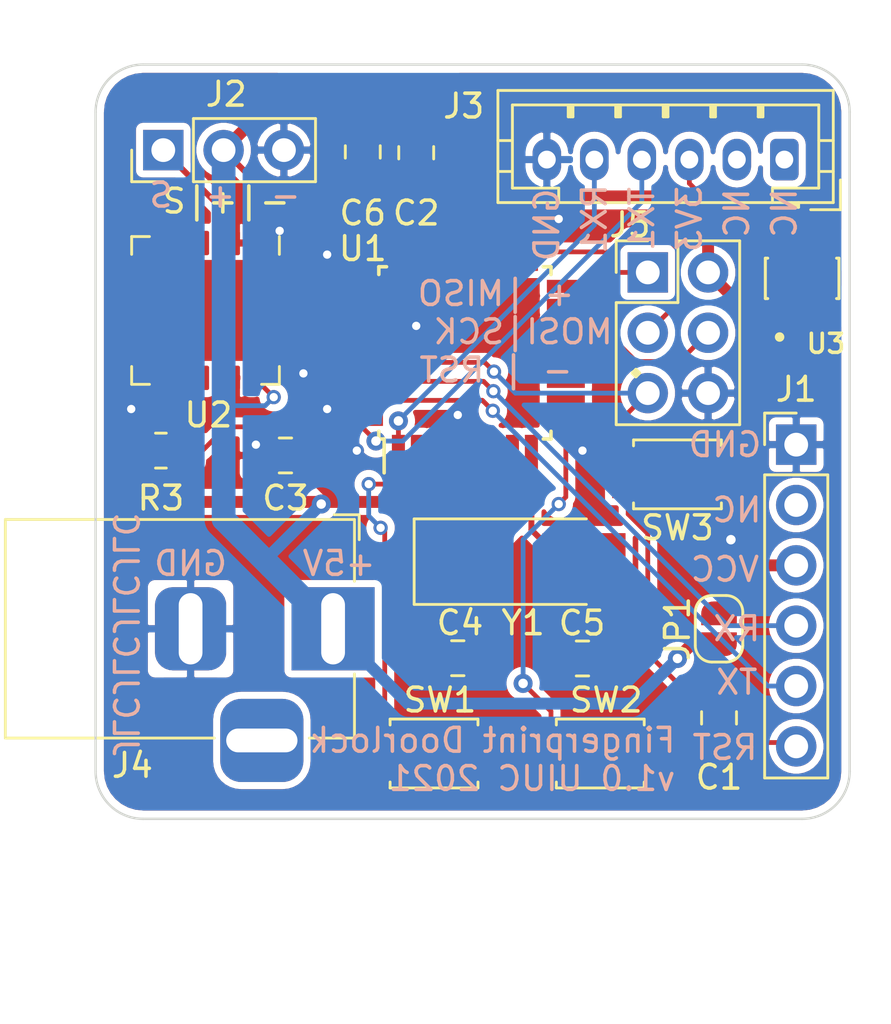
<source format=kicad_pcb>
(kicad_pcb (version 20171130) (host pcbnew "(5.1.12)-1")

  (general
    (thickness 1.6)
    (drawings 31)
    (tracks 172)
    (zones 0)
    (modules 20)
    (nets 52)
  )

  (page A4)
  (layers
    (0 F.Cu signal)
    (31 B.Cu signal)
    (32 B.Adhes user)
    (33 F.Adhes user)
    (34 B.Paste user)
    (35 F.Paste user)
    (36 B.SilkS user)
    (37 F.SilkS user)
    (38 B.Mask user)
    (39 F.Mask user)
    (40 Dwgs.User user)
    (41 Cmts.User user)
    (42 Eco1.User user)
    (43 Eco2.User user)
    (44 Edge.Cuts user)
    (45 Margin user)
    (46 B.CrtYd user)
    (47 F.CrtYd user)
    (48 B.Fab user)
    (49 F.Fab user)
  )

  (setup
    (last_trace_width 0.5)
    (user_trace_width 0.2)
    (user_trace_width 0.5)
    (user_trace_width 0.75)
    (user_trace_width 1)
    (trace_clearance 0.2)
    (zone_clearance 0.3)
    (zone_45_only no)
    (trace_min 0.2)
    (via_size 0.8)
    (via_drill 0.4)
    (via_min_size 0.4)
    (via_min_drill 0.3)
    (user_via 0.6 0.35)
    (uvia_size 0.3)
    (uvia_drill 0.1)
    (uvias_allowed no)
    (uvia_min_size 0.2)
    (uvia_min_drill 0.1)
    (edge_width 0.05)
    (segment_width 0.2)
    (pcb_text_width 0.3)
    (pcb_text_size 1.5 1.5)
    (mod_edge_width 0.12)
    (mod_text_size 1 1)
    (mod_text_width 0.15)
    (pad_size 4.25 4.25)
    (pad_drill 0)
    (pad_to_mask_clearance 0.05)
    (solder_mask_min_width 0.2)
    (aux_axis_origin 0 0)
    (visible_elements 7FFFFFFF)
    (pcbplotparams
      (layerselection 0x010fc_ffffffff)
      (usegerberextensions true)
      (usegerberattributes true)
      (usegerberadvancedattributes false)
      (creategerberjobfile false)
      (excludeedgelayer true)
      (linewidth 0.100000)
      (plotframeref false)
      (viasonmask false)
      (mode 1)
      (useauxorigin false)
      (hpglpennumber 1)
      (hpglpenspeed 20)
      (hpglpendiameter 15.000000)
      (psnegative false)
      (psa4output false)
      (plotreference true)
      (plotvalue false)
      (plotinvisibletext false)
      (padsonsilk false)
      (subtractmaskfromsilk true)
      (outputformat 1)
      (mirror false)
      (drillshape 0)
      (scaleselection 1)
      (outputdirectory "gerbers/"))
  )

  (net 0 "")
  (net 1 +5V)
  (net 2 GND)
  (net 3 /Q)
  (net 4 /Q')
  (net 5 /RESET)
  (net 6 /TX)
  (net 7 /RX)
  (net 8 /PWM0)
  (net 9 /RX1)
  (net 10 /TX1)
  (net 11 /MOSI)
  (net 12 /SCK)
  (net 13 /MISO)
  (net 14 /SCL)
  (net 15 /SDA)
  (net 16 /XTAL+)
  (net 17 /XTAL-)
  (net 18 "Net-(C1-Pad2)")
  (net 19 "Net-(C2-Pad1)")
  (net 20 "Net-(J1-Pad3)")
  (net 21 "Net-(J1-Pad2)")
  (net 22 "Net-(J3-Pad2)")
  (net 23 "Net-(J3-Pad1)")
  (net 24 "Net-(J4-Pad3)")
  (net 25 "Net-(U1-Pad26)")
  (net 26 "Net-(U1-Pad25)")
  (net 27 "Net-(U1-Pad24)")
  (net 28 "Net-(U1-Pad23)")
  (net 29 "Net-(U1-Pad22)")
  (net 30 "Net-(U1-Pad19)")
  (net 31 "Net-(U1-Pad14)")
  (net 32 "Net-(U1-Pad13)")
  (net 33 "Net-(U1-Pad12)")
  (net 34 "Net-(U1-Pad11)")
  (net 35 "Net-(U1-Pad10)")
  (net 36 "Net-(U2-Pad4)")
  (net 37 "Net-(U2-Pad5)")
  (net 38 "Net-(U2-Pad6)")
  (net 39 "Net-(U2-Pad7)")
  (net 40 "Net-(U2-Pad8)")
  (net 41 "Net-(U2-Pad9)")
  (net 42 "Net-(U2-Pad10)")
  (net 43 "Net-(U2-Pad12)")
  (net 44 "Net-(U2-Pad13)")
  (net 45 "Net-(U2-Pad14)")
  (net 46 "Net-(U2-Pad15)")
  (net 47 "Net-(U2-Pad16)")
  (net 48 "Net-(U2-Pad17)")
  (net 49 "Net-(U2-Pad18)")
  (net 50 "Net-(U2-Pad19)")
  (net 51 "Net-(J3-Pad3)")

  (net_class Default "This is the default net class."
    (clearance 0.2)
    (trace_width 0.2)
    (via_dia 0.8)
    (via_drill 0.4)
    (uvia_dia 0.3)
    (uvia_drill 0.1)
    (add_net +5V)
    (add_net /MISO)
    (add_net /MOSI)
    (add_net /PWM0)
    (add_net /Q)
    (add_net /Q')
    (add_net /RESET)
    (add_net /RX)
    (add_net /RX1)
    (add_net /SCK)
    (add_net /SCL)
    (add_net /SDA)
    (add_net /TX)
    (add_net /TX1)
    (add_net /XTAL+)
    (add_net /XTAL-)
    (add_net GND)
    (add_net "Net-(C1-Pad2)")
    (add_net "Net-(C2-Pad1)")
    (add_net "Net-(J1-Pad2)")
    (add_net "Net-(J1-Pad3)")
    (add_net "Net-(J3-Pad1)")
    (add_net "Net-(J3-Pad2)")
    (add_net "Net-(J3-Pad3)")
    (add_net "Net-(J4-Pad3)")
    (add_net "Net-(U1-Pad10)")
    (add_net "Net-(U1-Pad11)")
    (add_net "Net-(U1-Pad12)")
    (add_net "Net-(U1-Pad13)")
    (add_net "Net-(U1-Pad14)")
    (add_net "Net-(U1-Pad19)")
    (add_net "Net-(U1-Pad22)")
    (add_net "Net-(U1-Pad23)")
    (add_net "Net-(U1-Pad24)")
    (add_net "Net-(U1-Pad25)")
    (add_net "Net-(U1-Pad26)")
    (add_net "Net-(U2-Pad10)")
    (add_net "Net-(U2-Pad12)")
    (add_net "Net-(U2-Pad13)")
    (add_net "Net-(U2-Pad14)")
    (add_net "Net-(U2-Pad15)")
    (add_net "Net-(U2-Pad16)")
    (add_net "Net-(U2-Pad17)")
    (add_net "Net-(U2-Pad18)")
    (add_net "Net-(U2-Pad19)")
    (add_net "Net-(U2-Pad4)")
    (add_net "Net-(U2-Pad5)")
    (add_net "Net-(U2-Pad6)")
    (add_net "Net-(U2-Pad7)")
    (add_net "Net-(U2-Pad8)")
    (add_net "Net-(U2-Pad9)")
  )

  (module Connector_PinHeader_2.54mm:PinHeader_2x03_P2.54mm_Vertical (layer F.Cu) (tedit 59FED5CC) (tstamp 619750AB)
    (at 164 78)
    (descr "Through hole straight pin header, 2x03, 2.54mm pitch, double rows")
    (tags "Through hole pin header THT 2x03 2.54mm double row")
    (path /618EA8EC)
    (fp_text reference J5 (at -0.75 -2) (layer F.SilkS)
      (effects (font (size 1 1) (thickness 0.15)))
    )
    (fp_text value ICSP (at 1.27 7.41) (layer F.Fab)
      (effects (font (size 1 1) (thickness 0.15)))
    )
    (fp_line (start 0 -1.27) (end 3.81 -1.27) (layer F.Fab) (width 0.1))
    (fp_line (start 3.81 -1.27) (end 3.81 6.35) (layer F.Fab) (width 0.1))
    (fp_line (start 3.81 6.35) (end -1.27 6.35) (layer F.Fab) (width 0.1))
    (fp_line (start -1.27 6.35) (end -1.27 0) (layer F.Fab) (width 0.1))
    (fp_line (start -1.27 0) (end 0 -1.27) (layer F.Fab) (width 0.1))
    (fp_line (start -1.33 6.41) (end 3.87 6.41) (layer F.SilkS) (width 0.12))
    (fp_line (start -1.33 1.27) (end -1.33 6.41) (layer F.SilkS) (width 0.12))
    (fp_line (start 3.87 -1.33) (end 3.87 6.41) (layer F.SilkS) (width 0.12))
    (fp_line (start -1.33 1.27) (end 1.27 1.27) (layer F.SilkS) (width 0.12))
    (fp_line (start 1.27 1.27) (end 1.27 -1.33) (layer F.SilkS) (width 0.12))
    (fp_line (start 1.27 -1.33) (end 3.87 -1.33) (layer F.SilkS) (width 0.12))
    (fp_line (start -1.33 0) (end -1.33 -1.33) (layer F.SilkS) (width 0.12))
    (fp_line (start -1.33 -1.33) (end 0 -1.33) (layer F.SilkS) (width 0.12))
    (fp_line (start -1.8 -1.8) (end -1.8 6.85) (layer F.CrtYd) (width 0.05))
    (fp_line (start -1.8 6.85) (end 4.35 6.85) (layer F.CrtYd) (width 0.05))
    (fp_line (start 4.35 6.85) (end 4.35 -1.8) (layer F.CrtYd) (width 0.05))
    (fp_line (start 4.35 -1.8) (end -1.8 -1.8) (layer F.CrtYd) (width 0.05))
    (fp_text user %R (at 1.27 2.54 90) (layer F.Fab)
      (effects (font (size 1 1) (thickness 0.15)))
    )
    (pad 6 thru_hole oval (at 2.54 5.08) (size 1.7 1.7) (drill 1) (layers *.Cu *.Mask)
      (net 2 GND))
    (pad 5 thru_hole oval (at 0 5.08) (size 1.7 1.7) (drill 1) (layers *.Cu *.Mask)
      (net 5 /RESET))
    (pad 4 thru_hole oval (at 2.54 2.54) (size 1.7 1.7) (drill 1) (layers *.Cu *.Mask)
      (net 11 /MOSI))
    (pad 3 thru_hole oval (at 0 2.54) (size 1.7 1.7) (drill 1) (layers *.Cu *.Mask)
      (net 12 /SCK))
    (pad 2 thru_hole oval (at 2.54 0) (size 1.7 1.7) (drill 1) (layers *.Cu *.Mask)
      (net 1 +5V))
    (pad 1 thru_hole rect (at 0 0) (size 1.7 1.7) (drill 1) (layers *.Cu *.Mask)
      (net 13 /MISO))
    (model ${KISYS3DMOD}/Connector_PinHeader_2.54mm.3dshapes/PinHeader_2x03_P2.54mm_Vertical.wrl
      (at (xyz 0 0 0))
      (scale (xyz 1 1 1))
      (rotate (xyz 0 0 0))
    )
  )

  (module AP2112K-3:SOT95P285X140-5N (layer F.Cu) (tedit 61CFC092) (tstamp 61D0514E)
    (at 170.5 78.25 90)
    (path /61D04D1B)
    (fp_text reference U3 (at -2.75 1 180) (layer F.SilkS)
      (effects (font (size 0.80263 0.80263) (thickness 0.15)))
    )
    (fp_text value AP2112K-3.3TRG1 (at 5.96176 2.45355 90) (layer F.Fab)
      (effects (font (size 0.801496 0.801496) (thickness 0.15)))
    )
    (fp_line (start -0.85 -1.55) (end 0.85 -1.55) (layer F.Fab) (width 0.127))
    (fp_line (start 0.85 -1.55) (end 0.85 1.55) (layer F.Fab) (width 0.127))
    (fp_line (start 0.85 1.55) (end -0.85 1.55) (layer F.Fab) (width 0.127))
    (fp_line (start -0.85 1.55) (end -0.85 -1.55) (layer F.Fab) (width 0.127))
    (fp_line (start 0.85 -1.55) (end -0.85 -1.55) (layer F.SilkS) (width 0.127))
    (fp_line (start 0.85 1.55) (end -0.85 1.55) (layer F.SilkS) (width 0.127))
    (fp_line (start -0.85 1.55) (end -0.85 1.45) (layer F.SilkS) (width 0.127))
    (fp_line (start 0.85 1.55) (end 0.85 1.45) (layer F.SilkS) (width 0.127))
    (fp_line (start 0.85 -1.55) (end 0.85 -1.45) (layer F.SilkS) (width 0.127))
    (fp_line (start -0.85 -1.55) (end -0.85 -1.45) (layer F.SilkS) (width 0.127))
    (fp_line (start 1.1 -1.8) (end -1.1 -1.8) (layer F.CrtYd) (width 0.05))
    (fp_line (start -1.1 -1.8) (end -1.1 -1.5) (layer F.CrtYd) (width 0.05))
    (fp_line (start -1.1 -1.5) (end -2.11 -1.5) (layer F.CrtYd) (width 0.05))
    (fp_line (start -2.11 -1.5) (end -2.11 1.5) (layer F.CrtYd) (width 0.05))
    (fp_line (start -2.11 1.5) (end -1.1 1.5) (layer F.CrtYd) (width 0.05))
    (fp_line (start -1.1 1.5) (end -1.1 1.8) (layer F.CrtYd) (width 0.05))
    (fp_line (start -1.1 1.8) (end 1.1 1.8) (layer F.CrtYd) (width 0.05))
    (fp_line (start 1.1 1.8) (end 1.1 1.5) (layer F.CrtYd) (width 0.05))
    (fp_line (start 1.1 1.5) (end 2.11 1.5) (layer F.CrtYd) (width 0.05))
    (fp_line (start 2.11 1.5) (end 2.11 -1.5) (layer F.CrtYd) (width 0.05))
    (fp_line (start 2.11 -1.5) (end 1.1 -1.5) (layer F.CrtYd) (width 0.05))
    (fp_line (start 1.1 -1.5) (end 1.1 -1.8) (layer F.CrtYd) (width 0.05))
    (fp_circle (center -2.469 -0.95) (end -2.369 -0.95) (layer F.SilkS) (width 0.2))
    (fp_circle (center -0.469 -0.95) (end -0.369 -0.95) (layer F.Fab) (width 0.2))
    (pad 5 smd roundrect (at 1.185 -0.95 90) (size 1.35 0.6) (layers F.Cu F.Paste F.Mask) (roundrect_rratio 0.1)
      (net 51 "Net-(J3-Pad3)"))
    (pad 4 smd roundrect (at 1.185 0.95 90) (size 1.35 0.6) (layers F.Cu F.Paste F.Mask) (roundrect_rratio 0.1))
    (pad 3 smd roundrect (at -1.185 0.95 90) (size 1.35 0.6) (layers F.Cu F.Paste F.Mask) (roundrect_rratio 0.1)
      (net 1 +5V))
    (pad 2 smd roundrect (at -1.185 0 90) (size 1.35 0.6) (layers F.Cu F.Paste F.Mask) (roundrect_rratio 0.1)
      (net 2 GND))
    (pad 1 smd roundrect (at -1.185 -0.95 90) (size 1.35 0.6) (layers F.Cu F.Paste F.Mask) (roundrect_rratio 0.1)
      (net 1 +5V))
  )

  (module Connector_BarrelJack:BarrelJack_Horizontal (layer F.Cu) (tedit 5A1DBF6A) (tstamp 61D077F8)
    (at 150.75 93)
    (descr "DC Barrel Jack")
    (tags "Power Jack")
    (path /61D317CF)
    (fp_text reference J4 (at -8.45 5.75) (layer F.SilkS)
      (effects (font (size 1 1) (thickness 0.15)))
    )
    (fp_text value Barrel_Jack_Switch (at -6.2 -5.5) (layer F.Fab)
      (effects (font (size 1 1) (thickness 0.15)))
    )
    (fp_text user %R (at -3 -2.95) (layer F.Fab)
      (effects (font (size 1 1) (thickness 0.15)))
    )
    (fp_line (start -0.003213 -4.505425) (end 0.8 -3.75) (layer F.Fab) (width 0.1))
    (fp_line (start 1.1 -3.75) (end 1.1 -4.8) (layer F.SilkS) (width 0.12))
    (fp_line (start 0.05 -4.8) (end 1.1 -4.8) (layer F.SilkS) (width 0.12))
    (fp_line (start 1 -4.5) (end 1 -4.75) (layer F.CrtYd) (width 0.05))
    (fp_line (start 1 -4.75) (end -14 -4.75) (layer F.CrtYd) (width 0.05))
    (fp_line (start 1 -4.5) (end 1 -2) (layer F.CrtYd) (width 0.05))
    (fp_line (start 1 -2) (end 2 -2) (layer F.CrtYd) (width 0.05))
    (fp_line (start 2 -2) (end 2 2) (layer F.CrtYd) (width 0.05))
    (fp_line (start 2 2) (end 1 2) (layer F.CrtYd) (width 0.05))
    (fp_line (start 1 2) (end 1 4.75) (layer F.CrtYd) (width 0.05))
    (fp_line (start 1 4.75) (end -1 4.75) (layer F.CrtYd) (width 0.05))
    (fp_line (start -1 4.75) (end -1 6.75) (layer F.CrtYd) (width 0.05))
    (fp_line (start -1 6.75) (end -5 6.75) (layer F.CrtYd) (width 0.05))
    (fp_line (start -5 6.75) (end -5 4.75) (layer F.CrtYd) (width 0.05))
    (fp_line (start -5 4.75) (end -14 4.75) (layer F.CrtYd) (width 0.05))
    (fp_line (start -14 4.75) (end -14 -4.75) (layer F.CrtYd) (width 0.05))
    (fp_line (start -5 4.6) (end -13.8 4.6) (layer F.SilkS) (width 0.12))
    (fp_line (start -13.8 4.6) (end -13.8 -4.6) (layer F.SilkS) (width 0.12))
    (fp_line (start 0.9 1.9) (end 0.9 4.6) (layer F.SilkS) (width 0.12))
    (fp_line (start 0.9 4.6) (end -1 4.6) (layer F.SilkS) (width 0.12))
    (fp_line (start -13.8 -4.6) (end 0.9 -4.6) (layer F.SilkS) (width 0.12))
    (fp_line (start 0.9 -4.6) (end 0.9 -2) (layer F.SilkS) (width 0.12))
    (fp_line (start -10.2 -4.5) (end -10.2 4.5) (layer F.Fab) (width 0.1))
    (fp_line (start -13.7 -4.5) (end -13.7 4.5) (layer F.Fab) (width 0.1))
    (fp_line (start -13.7 4.5) (end 0.8 4.5) (layer F.Fab) (width 0.1))
    (fp_line (start 0.8 4.5) (end 0.8 -3.75) (layer F.Fab) (width 0.1))
    (fp_line (start 0 -4.5) (end -13.7 -4.5) (layer F.Fab) (width 0.1))
    (pad 3 thru_hole roundrect (at -3 4.7) (size 3.5 3.5) (drill oval 3 1) (layers *.Cu *.Mask) (roundrect_rratio 0.25)
      (net 24 "Net-(J4-Pad3)"))
    (pad 2 thru_hole roundrect (at -6 0) (size 3 3.5) (drill oval 1 3) (layers *.Cu *.Mask) (roundrect_rratio 0.25)
      (net 2 GND))
    (pad 1 thru_hole rect (at 0 0) (size 3.5 3.5) (drill oval 1 3) (layers *.Cu *.Mask)
      (net 1 +5V))
    (model ${KISYS3DMOD}/Connector_BarrelJack.3dshapes/BarrelJack_Horizontal.wrl
      (at (xyz 0 0 0))
      (scale (xyz 1 1 1))
      (rotate (xyz 0 0 0))
    )
  )

  (module bidpl:SMD_Pushbutton_3mmx4mm (layer F.Cu) (tedit 61BA88DD) (tstamp 61BB8D41)
    (at 165.25 86.5)
    (path /618E9B97)
    (fp_text reference SW3 (at 0 2.25) (layer F.SilkS)
      (effects (font (size 1 1) (thickness 0.15)))
    )
    (fp_text value SW_Push (at 0 -4.3) (layer F.Fab)
      (effects (font (size 1 1) (thickness 0.15)))
    )
    (fp_line (start 1.85 1.45) (end 1.85 1.2) (layer F.SilkS) (width 0.12))
    (fp_line (start -1.85 1.45) (end 1.85 1.45) (layer F.SilkS) (width 0.12))
    (fp_line (start -1.85 1.2) (end -1.85 1.45) (layer F.SilkS) (width 0.12))
    (fp_line (start 1.85 -1.45) (end 1.85 -1.2) (layer F.SilkS) (width 0.12))
    (fp_line (start -1.85 -1.45) (end 1.85 -1.45) (layer F.SilkS) (width 0.12))
    (fp_line (start -1.85 -1.2) (end -1.85 -1.45) (layer F.SilkS) (width 0.12))
    (fp_line (start -1.85 1.45) (end 1.85 1.45) (layer F.Fab) (width 0.1))
    (fp_line (start -1.85 -1.45) (end -1.85 1.45) (layer F.Fab) (width 0.1))
    (fp_line (start 1.85 -1.45) (end -1.85 -1.45) (layer F.Fab) (width 0.1))
    (fp_line (start 1.85 -1.45) (end 1.85 1.45) (layer F.Fab) (width 0.1))
    (pad 1 smd rect (at -2.075 0) (size 1.35 2) (layers F.Cu F.Paste F.Mask)
      (net 5 /RESET))
    (pad 2 smd rect (at 2.075 0) (size 1.35 2) (layers F.Cu F.Paste F.Mask)
      (net 2 GND))
  )

  (module Connector_JST:JST_PH_B6B-PH-K_1x06_P2.00mm_Vertical (layer F.Cu) (tedit 5B7745C2) (tstamp 61BB9FBF)
    (at 169.75 73.25 180)
    (descr "JST PH series connector, B6B-PH-K (http://www.jst-mfg.com/product/pdf/eng/ePH.pdf), generated with kicad-footprint-generator")
    (tags "connector JST PH side entry")
    (path /61962843)
    (fp_text reference J3 (at 13.5 2.25 180) (layer F.SilkS)
      (effects (font (size 1 1) (thickness 0.15)))
    )
    (fp_text value Fingerprint (at 5 4) (layer F.Fab)
      (effects (font (size 1 1) (thickness 0.15)))
    )
    (fp_line (start 12.45 -2.2) (end -2.45 -2.2) (layer F.CrtYd) (width 0.05))
    (fp_line (start 12.45 3.3) (end 12.45 -2.2) (layer F.CrtYd) (width 0.05))
    (fp_line (start -2.45 3.3) (end 12.45 3.3) (layer F.CrtYd) (width 0.05))
    (fp_line (start -2.45 -2.2) (end -2.45 3.3) (layer F.CrtYd) (width 0.05))
    (fp_line (start 11.95 -1.7) (end -1.95 -1.7) (layer F.Fab) (width 0.1))
    (fp_line (start 11.95 2.8) (end 11.95 -1.7) (layer F.Fab) (width 0.1))
    (fp_line (start -1.95 2.8) (end 11.95 2.8) (layer F.Fab) (width 0.1))
    (fp_line (start -1.95 -1.7) (end -1.95 2.8) (layer F.Fab) (width 0.1))
    (fp_line (start -2.36 -2.11) (end -2.36 -0.86) (layer F.Fab) (width 0.1))
    (fp_line (start -1.11 -2.11) (end -2.36 -2.11) (layer F.Fab) (width 0.1))
    (fp_line (start -2.36 -2.11) (end -2.36 -0.86) (layer F.SilkS) (width 0.12))
    (fp_line (start -1.11 -2.11) (end -2.36 -2.11) (layer F.SilkS) (width 0.12))
    (fp_line (start 9 2.3) (end 9 1.8) (layer F.SilkS) (width 0.12))
    (fp_line (start 9.1 1.8) (end 9.1 2.3) (layer F.SilkS) (width 0.12))
    (fp_line (start 8.9 1.8) (end 9.1 1.8) (layer F.SilkS) (width 0.12))
    (fp_line (start 8.9 2.3) (end 8.9 1.8) (layer F.SilkS) (width 0.12))
    (fp_line (start 7 2.3) (end 7 1.8) (layer F.SilkS) (width 0.12))
    (fp_line (start 7.1 1.8) (end 7.1 2.3) (layer F.SilkS) (width 0.12))
    (fp_line (start 6.9 1.8) (end 7.1 1.8) (layer F.SilkS) (width 0.12))
    (fp_line (start 6.9 2.3) (end 6.9 1.8) (layer F.SilkS) (width 0.12))
    (fp_line (start 5 2.3) (end 5 1.8) (layer F.SilkS) (width 0.12))
    (fp_line (start 5.1 1.8) (end 5.1 2.3) (layer F.SilkS) (width 0.12))
    (fp_line (start 4.9 1.8) (end 5.1 1.8) (layer F.SilkS) (width 0.12))
    (fp_line (start 4.9 2.3) (end 4.9 1.8) (layer F.SilkS) (width 0.12))
    (fp_line (start 3 2.3) (end 3 1.8) (layer F.SilkS) (width 0.12))
    (fp_line (start 3.1 1.8) (end 3.1 2.3) (layer F.SilkS) (width 0.12))
    (fp_line (start 2.9 1.8) (end 3.1 1.8) (layer F.SilkS) (width 0.12))
    (fp_line (start 2.9 2.3) (end 2.9 1.8) (layer F.SilkS) (width 0.12))
    (fp_line (start 1 2.3) (end 1 1.8) (layer F.SilkS) (width 0.12))
    (fp_line (start 1.1 1.8) (end 1.1 2.3) (layer F.SilkS) (width 0.12))
    (fp_line (start 0.9 1.8) (end 1.1 1.8) (layer F.SilkS) (width 0.12))
    (fp_line (start 0.9 2.3) (end 0.9 1.8) (layer F.SilkS) (width 0.12))
    (fp_line (start 12.06 0.8) (end 11.45 0.8) (layer F.SilkS) (width 0.12))
    (fp_line (start 12.06 -0.5) (end 11.45 -0.5) (layer F.SilkS) (width 0.12))
    (fp_line (start -2.06 0.8) (end -1.45 0.8) (layer F.SilkS) (width 0.12))
    (fp_line (start -2.06 -0.5) (end -1.45 -0.5) (layer F.SilkS) (width 0.12))
    (fp_line (start 9.5 -1.2) (end 9.5 -1.81) (layer F.SilkS) (width 0.12))
    (fp_line (start 11.45 -1.2) (end 9.5 -1.2) (layer F.SilkS) (width 0.12))
    (fp_line (start 11.45 2.3) (end 11.45 -1.2) (layer F.SilkS) (width 0.12))
    (fp_line (start -1.45 2.3) (end 11.45 2.3) (layer F.SilkS) (width 0.12))
    (fp_line (start -1.45 -1.2) (end -1.45 2.3) (layer F.SilkS) (width 0.12))
    (fp_line (start 0.5 -1.2) (end -1.45 -1.2) (layer F.SilkS) (width 0.12))
    (fp_line (start 0.5 -1.81) (end 0.5 -1.2) (layer F.SilkS) (width 0.12))
    (fp_line (start -0.3 -1.91) (end -0.6 -1.91) (layer F.SilkS) (width 0.12))
    (fp_line (start -0.6 -2.01) (end -0.6 -1.81) (layer F.SilkS) (width 0.12))
    (fp_line (start -0.3 -2.01) (end -0.6 -2.01) (layer F.SilkS) (width 0.12))
    (fp_line (start -0.3 -1.81) (end -0.3 -2.01) (layer F.SilkS) (width 0.12))
    (fp_line (start 12.06 -1.81) (end -2.06 -1.81) (layer F.SilkS) (width 0.12))
    (fp_line (start 12.06 2.91) (end 12.06 -1.81) (layer F.SilkS) (width 0.12))
    (fp_line (start -2.06 2.91) (end 12.06 2.91) (layer F.SilkS) (width 0.12))
    (fp_line (start -2.06 -1.81) (end -2.06 2.91) (layer F.SilkS) (width 0.12))
    (fp_text user %R (at 5 1.5) (layer F.Fab)
      (effects (font (size 1 1) (thickness 0.15)))
    )
    (pad 6 thru_hole oval (at 10 0 180) (size 1.2 1.75) (drill 0.75) (layers *.Cu *.Mask)
      (net 2 GND))
    (pad 5 thru_hole oval (at 8 0 180) (size 1.2 1.75) (drill 0.75) (layers *.Cu *.Mask)
      (net 9 /RX1))
    (pad 4 thru_hole oval (at 6 0 180) (size 1.2 1.75) (drill 0.75) (layers *.Cu *.Mask)
      (net 10 /TX1))
    (pad 3 thru_hole oval (at 4 0 180) (size 1.2 1.75) (drill 0.75) (layers *.Cu *.Mask)
      (net 51 "Net-(J3-Pad3)"))
    (pad 2 thru_hole oval (at 2 0 180) (size 1.2 1.75) (drill 0.75) (layers *.Cu *.Mask)
      (net 22 "Net-(J3-Pad2)"))
    (pad 1 thru_hole roundrect (at 0 0 180) (size 1.2 1.75) (drill 0.75) (layers *.Cu *.Mask) (roundrect_rratio 0.2083325)
      (net 23 "Net-(J3-Pad1)"))
    (model ${KISYS3DMOD}/Connector_JST.3dshapes/JST_PH_B6B-PH-K_1x06_P2.00mm_Vertical.wrl
      (at (xyz 0 0 0))
      (scale (xyz 1 1 1))
      (rotate (xyz 0 0 0))
    )
  )

  (module Package_QFP:TQFP-32_7x7mm_P0.8mm (layer F.Cu) (tedit 5A02F146) (tstamp 61975173)
    (at 156.3 81.386 90)
    (descr "32-Lead Plastic Thin Quad Flatpack (PT) - 7x7x1.0 mm Body, 2.00 mm [TQFP] (see Microchip Packaging Specification 00000049BS.pdf)")
    (tags "QFP 0.8")
    (path /618DD931)
    (attr smd)
    (fp_text reference U1 (at 4.386 -4.3 180) (layer F.SilkS)
      (effects (font (size 1 1) (thickness 0.15)))
    )
    (fp_text value ATmega328P-AU (at 0 6.05 90) (layer F.Fab)
      (effects (font (size 1 1) (thickness 0.15)))
    )
    (fp_line (start -2.5 -3.5) (end 3.5 -3.5) (layer F.Fab) (width 0.15))
    (fp_line (start 3.5 -3.5) (end 3.5 3.5) (layer F.Fab) (width 0.15))
    (fp_line (start 3.5 3.5) (end -3.5 3.5) (layer F.Fab) (width 0.15))
    (fp_line (start -3.5 3.5) (end -3.5 -2.5) (layer F.Fab) (width 0.15))
    (fp_line (start -3.5 -2.5) (end -2.5 -3.5) (layer F.Fab) (width 0.15))
    (fp_line (start -5.3 -5.3) (end -5.3 5.3) (layer F.CrtYd) (width 0.05))
    (fp_line (start 5.3 -5.3) (end 5.3 5.3) (layer F.CrtYd) (width 0.05))
    (fp_line (start -5.3 -5.3) (end 5.3 -5.3) (layer F.CrtYd) (width 0.05))
    (fp_line (start -5.3 5.3) (end 5.3 5.3) (layer F.CrtYd) (width 0.05))
    (fp_line (start -3.625 -3.625) (end -3.625 -3.4) (layer F.SilkS) (width 0.15))
    (fp_line (start 3.625 -3.625) (end 3.625 -3.3) (layer F.SilkS) (width 0.15))
    (fp_line (start 3.625 3.625) (end 3.625 3.3) (layer F.SilkS) (width 0.15))
    (fp_line (start -3.625 3.625) (end -3.625 3.3) (layer F.SilkS) (width 0.15))
    (fp_line (start -3.625 -3.625) (end -3.3 -3.625) (layer F.SilkS) (width 0.15))
    (fp_line (start -3.625 3.625) (end -3.3 3.625) (layer F.SilkS) (width 0.15))
    (fp_line (start 3.625 3.625) (end 3.3 3.625) (layer F.SilkS) (width 0.15))
    (fp_line (start 3.625 -3.625) (end 3.3 -3.625) (layer F.SilkS) (width 0.15))
    (fp_line (start -3.625 -3.4) (end -5.05 -3.4) (layer F.SilkS) (width 0.15))
    (fp_text user %R (at 0 0 90) (layer F.Fab)
      (effects (font (size 1 1) (thickness 0.15)))
    )
    (pad 32 smd rect (at -2.8 -4.25 180) (size 1.6 0.55) (layers F.Cu F.Paste F.Mask)
      (net 10 /TX1))
    (pad 31 smd rect (at -2 -4.25 180) (size 1.6 0.55) (layers F.Cu F.Paste F.Mask)
      (net 6 /TX))
    (pad 30 smd rect (at -1.2 -4.25 180) (size 1.6 0.55) (layers F.Cu F.Paste F.Mask)
      (net 7 /RX))
    (pad 29 smd rect (at -0.4 -4.25 180) (size 1.6 0.55) (layers F.Cu F.Paste F.Mask)
      (net 5 /RESET))
    (pad 28 smd rect (at 0.4 -4.25 180) (size 1.6 0.55) (layers F.Cu F.Paste F.Mask)
      (net 14 /SCL))
    (pad 27 smd rect (at 1.2 -4.25 180) (size 1.6 0.55) (layers F.Cu F.Paste F.Mask)
      (net 15 /SDA))
    (pad 26 smd rect (at 2 -4.25 180) (size 1.6 0.55) (layers F.Cu F.Paste F.Mask)
      (net 25 "Net-(U1-Pad26)"))
    (pad 25 smd rect (at 2.8 -4.25 180) (size 1.6 0.55) (layers F.Cu F.Paste F.Mask)
      (net 26 "Net-(U1-Pad25)"))
    (pad 24 smd rect (at 4.25 -2.8 90) (size 1.6 0.55) (layers F.Cu F.Paste F.Mask)
      (net 27 "Net-(U1-Pad24)"))
    (pad 23 smd rect (at 4.25 -2 90) (size 1.6 0.55) (layers F.Cu F.Paste F.Mask)
      (net 28 "Net-(U1-Pad23)"))
    (pad 22 smd rect (at 4.25 -1.2 90) (size 1.6 0.55) (layers F.Cu F.Paste F.Mask)
      (net 29 "Net-(U1-Pad22)"))
    (pad 21 smd rect (at 4.25 -0.4 90) (size 1.6 0.55) (layers F.Cu F.Paste F.Mask)
      (net 2 GND))
    (pad 20 smd rect (at 4.25 0.4 90) (size 1.6 0.55) (layers F.Cu F.Paste F.Mask)
      (net 19 "Net-(C2-Pad1)"))
    (pad 19 smd rect (at 4.25 1.2 90) (size 1.6 0.55) (layers F.Cu F.Paste F.Mask)
      (net 30 "Net-(U1-Pad19)"))
    (pad 18 smd rect (at 4.25 2 90) (size 1.6 0.55) (layers F.Cu F.Paste F.Mask)
      (net 1 +5V))
    (pad 17 smd rect (at 4.25 2.8 90) (size 1.6 0.55) (layers F.Cu F.Paste F.Mask)
      (net 12 /SCK))
    (pad 16 smd rect (at 2.8 4.25 180) (size 1.6 0.55) (layers F.Cu F.Paste F.Mask)
      (net 13 /MISO))
    (pad 15 smd rect (at 2 4.25 180) (size 1.6 0.55) (layers F.Cu F.Paste F.Mask)
      (net 11 /MOSI))
    (pad 14 smd rect (at 1.2 4.25 180) (size 1.6 0.55) (layers F.Cu F.Paste F.Mask)
      (net 31 "Net-(U1-Pad14)"))
    (pad 13 smd rect (at 0.4 4.25 180) (size 1.6 0.55) (layers F.Cu F.Paste F.Mask)
      (net 32 "Net-(U1-Pad13)"))
    (pad 12 smd rect (at -0.4 4.25 180) (size 1.6 0.55) (layers F.Cu F.Paste F.Mask)
      (net 33 "Net-(U1-Pad12)"))
    (pad 11 smd rect (at -1.2 4.25 180) (size 1.6 0.55) (layers F.Cu F.Paste F.Mask)
      (net 34 "Net-(U1-Pad11)"))
    (pad 10 smd rect (at -2 4.25 180) (size 1.6 0.55) (layers F.Cu F.Paste F.Mask)
      (net 35 "Net-(U1-Pad10)"))
    (pad 9 smd rect (at -2.8 4.25 180) (size 1.6 0.55) (layers F.Cu F.Paste F.Mask)
      (net 4 /Q'))
    (pad 8 smd rect (at -4.25 2.8 90) (size 1.6 0.55) (layers F.Cu F.Paste F.Mask)
      (net 17 /XTAL-))
    (pad 7 smd rect (at -4.25 2 90) (size 1.6 0.55) (layers F.Cu F.Paste F.Mask)
      (net 16 /XTAL+))
    (pad 6 smd rect (at -4.25 1.2 90) (size 1.6 0.55) (layers F.Cu F.Paste F.Mask)
      (net 1 +5V))
    (pad 5 smd rect (at -4.25 0.4 90) (size 1.6 0.55) (layers F.Cu F.Paste F.Mask)
      (net 2 GND))
    (pad 4 smd rect (at -4.25 -0.4 90) (size 1.6 0.55) (layers F.Cu F.Paste F.Mask)
      (net 1 +5V))
    (pad 3 smd rect (at -4.25 -1.2 90) (size 1.6 0.55) (layers F.Cu F.Paste F.Mask)
      (net 2 GND))
    (pad 2 smd rect (at -4.25 -2 90) (size 1.6 0.55) (layers F.Cu F.Paste F.Mask)
      (net 3 /Q))
    (pad 1 smd rect (at -4.25 -2.8 90) (size 1.6 0.55) (layers F.Cu F.Paste F.Mask)
      (net 9 /RX1))
    (model ${KISYS3DMOD}/Package_QFP.3dshapes/TQFP-32_7x7mm_P0.8mm.wrl
      (at (xyz 0 0 0))
      (scale (xyz 1 1 1))
      (rotate (xyz 0 0 0))
    )
  )

  (module Jumper:SolderJumper-2_P1.3mm_Open_RoundedPad1.0x1.5mm (layer F.Cu) (tedit 5B391E66) (tstamp 61BB28C8)
    (at 167 93 270)
    (descr "SMD Solder Jumper, 1x1.5mm, rounded Pads, 0.3mm gap, open")
    (tags "solder jumper open")
    (path /61BD91B4)
    (attr virtual)
    (fp_text reference JP1 (at 0 1.75 90) (layer F.SilkS)
      (effects (font (size 1 1) (thickness 0.15)))
    )
    (fp_text value JVCC (at 0 1.9 90) (layer F.Fab)
      (effects (font (size 1 1) (thickness 0.15)))
    )
    (fp_line (start -1.4 0.3) (end -1.4 -0.3) (layer F.SilkS) (width 0.12))
    (fp_line (start 0.7 1) (end -0.7 1) (layer F.SilkS) (width 0.12))
    (fp_line (start 1.4 -0.3) (end 1.4 0.3) (layer F.SilkS) (width 0.12))
    (fp_line (start -0.7 -1) (end 0.7 -1) (layer F.SilkS) (width 0.12))
    (fp_line (start -1.65 -1.25) (end 1.65 -1.25) (layer F.CrtYd) (width 0.05))
    (fp_line (start -1.65 -1.25) (end -1.65 1.25) (layer F.CrtYd) (width 0.05))
    (fp_line (start 1.65 1.25) (end 1.65 -1.25) (layer F.CrtYd) (width 0.05))
    (fp_line (start 1.65 1.25) (end -1.65 1.25) (layer F.CrtYd) (width 0.05))
    (fp_arc (start -0.7 -0.3) (end -0.7 -1) (angle -90) (layer F.SilkS) (width 0.12))
    (fp_arc (start -0.7 0.3) (end -1.4 0.3) (angle -90) (layer F.SilkS) (width 0.12))
    (fp_arc (start 0.7 0.3) (end 0.7 1) (angle -90) (layer F.SilkS) (width 0.12))
    (fp_arc (start 0.7 -0.3) (end 1.4 -0.3) (angle -90) (layer F.SilkS) (width 0.12))
    (pad 2 smd custom (at 0.65 0 270) (size 1 0.5) (layers F.Cu F.Mask)
      (net 1 +5V) (zone_connect 2)
      (options (clearance outline) (anchor rect))
      (primitives
        (gr_circle (center 0 0.25) (end 0.5 0.25) (width 0))
        (gr_circle (center 0 -0.25) (end 0.5 -0.25) (width 0))
        (gr_poly (pts
           (xy 0 -0.75) (xy -0.5 -0.75) (xy -0.5 0.75) (xy 0 0.75)) (width 0))
      ))
    (pad 1 smd custom (at -0.65 0 270) (size 1 0.5) (layers F.Cu F.Mask)
      (net 20 "Net-(J1-Pad3)") (zone_connect 2)
      (options (clearance outline) (anchor rect))
      (primitives
        (gr_circle (center 0 0.25) (end 0.5 0.25) (width 0))
        (gr_circle (center 0 -0.25) (end 0.5 -0.25) (width 0))
        (gr_poly (pts
           (xy 0 -0.75) (xy 0.5 -0.75) (xy 0.5 0.75) (xy 0 0.75)) (width 0))
      ))
  )

  (module bidpl:SMD_Pushbutton_3mmx4mm (layer F.Cu) (tedit 61BA88DD) (tstamp 61BB9554)
    (at 162 98.25 180)
    (path /6191DBBE)
    (fp_text reference SW2 (at -0.25 2.25) (layer F.SilkS)
      (effects (font (size 1 1) (thickness 0.15)))
    )
    (fp_text value SW_Push (at 0 -4.3) (layer F.Fab)
      (effects (font (size 1 1) (thickness 0.15)))
    )
    (fp_line (start 1.85 1.45) (end 1.85 1.2) (layer F.SilkS) (width 0.12))
    (fp_line (start -1.85 1.45) (end 1.85 1.45) (layer F.SilkS) (width 0.12))
    (fp_line (start -1.85 1.2) (end -1.85 1.45) (layer F.SilkS) (width 0.12))
    (fp_line (start 1.85 -1.45) (end 1.85 -1.2) (layer F.SilkS) (width 0.12))
    (fp_line (start -1.85 -1.45) (end 1.85 -1.45) (layer F.SilkS) (width 0.12))
    (fp_line (start -1.85 -1.2) (end -1.85 -1.45) (layer F.SilkS) (width 0.12))
    (fp_line (start -1.85 1.45) (end 1.85 1.45) (layer F.Fab) (width 0.1))
    (fp_line (start -1.85 -1.45) (end -1.85 1.45) (layer F.Fab) (width 0.1))
    (fp_line (start 1.85 -1.45) (end -1.85 -1.45) (layer F.Fab) (width 0.1))
    (fp_line (start 1.85 -1.45) (end 1.85 1.45) (layer F.Fab) (width 0.1))
    (pad 1 smd rect (at -2.075 0 180) (size 1.35 2) (layers F.Cu F.Paste F.Mask)
      (net 2 GND))
    (pad 2 smd rect (at 2.075 0 180) (size 1.35 2) (layers F.Cu F.Paste F.Mask)
      (net 4 /Q'))
  )

  (module bidpl:SMD_Pushbutton_3mmx4mm (layer F.Cu) (tedit 61BA88DD) (tstamp 61BB9544)
    (at 155 98.25 180)
    (path /6191D17B)
    (fp_text reference SW1 (at -0.25 2.25) (layer F.SilkS)
      (effects (font (size 1 1) (thickness 0.15)))
    )
    (fp_text value SW_Push (at 0 -4.3) (layer F.Fab)
      (effects (font (size 1 1) (thickness 0.15)))
    )
    (fp_line (start 1.85 -1.45) (end 1.85 1.45) (layer F.Fab) (width 0.1))
    (fp_line (start 1.85 -1.45) (end -1.85 -1.45) (layer F.Fab) (width 0.1))
    (fp_line (start -1.85 -1.45) (end -1.85 1.45) (layer F.Fab) (width 0.1))
    (fp_line (start -1.85 1.45) (end 1.85 1.45) (layer F.Fab) (width 0.1))
    (fp_line (start -1.85 -1.2) (end -1.85 -1.45) (layer F.SilkS) (width 0.12))
    (fp_line (start -1.85 -1.45) (end 1.85 -1.45) (layer F.SilkS) (width 0.12))
    (fp_line (start 1.85 -1.45) (end 1.85 -1.2) (layer F.SilkS) (width 0.12))
    (fp_line (start -1.85 1.2) (end -1.85 1.45) (layer F.SilkS) (width 0.12))
    (fp_line (start -1.85 1.45) (end 1.85 1.45) (layer F.SilkS) (width 0.12))
    (fp_line (start 1.85 1.45) (end 1.85 1.2) (layer F.SilkS) (width 0.12))
    (pad 2 smd rect (at 2.075 0 180) (size 1.35 2) (layers F.Cu F.Paste F.Mask)
      (net 3 /Q))
    (pad 1 smd rect (at -2.075 0 180) (size 1.35 2) (layers F.Cu F.Paste F.Mask)
      (net 2 GND))
  )

  (module Connector_PinHeader_2.54mm:PinHeader_1x06_P2.54mm_Vertical (layer F.Cu) (tedit 59FED5CC) (tstamp 6197503B)
    (at 170.25 85.25)
    (descr "Through hole straight pin header, 1x06, 2.54mm pitch, single row")
    (tags "Through hole pin header THT 1x06 2.54mm single row")
    (path /618EBBB2)
    (fp_text reference J1 (at 0 -2.33) (layer F.SilkS)
      (effects (font (size 1 1) (thickness 0.15)))
    )
    (fp_text value FTDI (at 0 15.03) (layer F.Fab)
      (effects (font (size 1 1) (thickness 0.15)))
    )
    (fp_line (start -0.635 -1.27) (end 1.27 -1.27) (layer F.Fab) (width 0.1))
    (fp_line (start 1.27 -1.27) (end 1.27 13.97) (layer F.Fab) (width 0.1))
    (fp_line (start 1.27 13.97) (end -1.27 13.97) (layer F.Fab) (width 0.1))
    (fp_line (start -1.27 13.97) (end -1.27 -0.635) (layer F.Fab) (width 0.1))
    (fp_line (start -1.27 -0.635) (end -0.635 -1.27) (layer F.Fab) (width 0.1))
    (fp_line (start -1.33 14.03) (end 1.33 14.03) (layer F.SilkS) (width 0.12))
    (fp_line (start -1.33 1.27) (end -1.33 14.03) (layer F.SilkS) (width 0.12))
    (fp_line (start 1.33 1.27) (end 1.33 14.03) (layer F.SilkS) (width 0.12))
    (fp_line (start -1.33 1.27) (end 1.33 1.27) (layer F.SilkS) (width 0.12))
    (fp_line (start -1.33 0) (end -1.33 -1.33) (layer F.SilkS) (width 0.12))
    (fp_line (start -1.33 -1.33) (end 0 -1.33) (layer F.SilkS) (width 0.12))
    (fp_line (start -1.8 -1.8) (end -1.8 14.5) (layer F.CrtYd) (width 0.05))
    (fp_line (start -1.8 14.5) (end 1.8 14.5) (layer F.CrtYd) (width 0.05))
    (fp_line (start 1.8 14.5) (end 1.8 -1.8) (layer F.CrtYd) (width 0.05))
    (fp_line (start 1.8 -1.8) (end -1.8 -1.8) (layer F.CrtYd) (width 0.05))
    (fp_text user %R (at 0 6.35 90) (layer F.Fab)
      (effects (font (size 1 1) (thickness 0.15)))
    )
    (pad 6 thru_hole oval (at 0 12.7) (size 1.7 1.7) (drill 1) (layers *.Cu *.Mask)
      (net 18 "Net-(C1-Pad2)"))
    (pad 5 thru_hole oval (at 0 10.16) (size 1.7 1.7) (drill 1) (layers *.Cu *.Mask)
      (net 6 /TX))
    (pad 4 thru_hole oval (at 0 7.62) (size 1.7 1.7) (drill 1) (layers *.Cu *.Mask)
      (net 7 /RX))
    (pad 3 thru_hole oval (at 0 5.08) (size 1.7 1.7) (drill 1) (layers *.Cu *.Mask)
      (net 20 "Net-(J1-Pad3)"))
    (pad 2 thru_hole oval (at 0 2.54) (size 1.7 1.7) (drill 1) (layers *.Cu *.Mask)
      (net 21 "Net-(J1-Pad2)"))
    (pad 1 thru_hole rect (at 0 0) (size 1.7 1.7) (drill 1) (layers *.Cu *.Mask)
      (net 2 GND))
    (model ${KISYS3DMOD}/Connector_PinHeader_2.54mm.3dshapes/PinHeader_1x06_P2.54mm_Vertical.wrl
      (at (xyz 0 0 0))
      (scale (xyz 1 1 1))
      (rotate (xyz 0 0 0))
    )
  )

  (module Crystal:Crystal_SMD_5032-2Pin_5.0x3.2mm_HandSoldering (layer F.Cu) (tedit 5A0FD1B2) (tstamp 619751C4)
    (at 158.713 90.1744)
    (descr "SMD Crystal SERIES SMD2520/2 http://www.icbase.com/File/PDF/HKC/HKC00061008.pdf, hand-soldering, 5.0x3.2mm^2 package")
    (tags "SMD SMT crystal hand-soldering")
    (path /618EB3DB)
    (attr smd)
    (fp_text reference Y1 (at 0.037 2.5756) (layer F.SilkS)
      (effects (font (size 1 1) (thickness 0.15)))
    )
    (fp_text value Crystal (at 0 2.8) (layer F.Fab)
      (effects (font (size 1 1) (thickness 0.15)))
    )
    (fp_line (start -2.3 -1.6) (end 2.3 -1.6) (layer F.Fab) (width 0.1))
    (fp_line (start 2.3 -1.6) (end 2.5 -1.4) (layer F.Fab) (width 0.1))
    (fp_line (start 2.5 -1.4) (end 2.5 1.4) (layer F.Fab) (width 0.1))
    (fp_line (start 2.5 1.4) (end 2.3 1.6) (layer F.Fab) (width 0.1))
    (fp_line (start 2.3 1.6) (end -2.3 1.6) (layer F.Fab) (width 0.1))
    (fp_line (start -2.3 1.6) (end -2.5 1.4) (layer F.Fab) (width 0.1))
    (fp_line (start -2.5 1.4) (end -2.5 -1.4) (layer F.Fab) (width 0.1))
    (fp_line (start -2.5 -1.4) (end -2.3 -1.6) (layer F.Fab) (width 0.1))
    (fp_line (start -2.5 0.6) (end -1.5 1.6) (layer F.Fab) (width 0.1))
    (fp_line (start 2.7 -1.8) (end -4.55 -1.8) (layer F.SilkS) (width 0.12))
    (fp_line (start -4.55 -1.8) (end -4.55 1.8) (layer F.SilkS) (width 0.12))
    (fp_line (start -4.55 1.8) (end 2.7 1.8) (layer F.SilkS) (width 0.12))
    (fp_line (start -4.6 -1.9) (end -4.6 1.9) (layer F.CrtYd) (width 0.05))
    (fp_line (start -4.6 1.9) (end 4.6 1.9) (layer F.CrtYd) (width 0.05))
    (fp_line (start 4.6 1.9) (end 4.6 -1.9) (layer F.CrtYd) (width 0.05))
    (fp_line (start 4.6 -1.9) (end -4.6 -1.9) (layer F.CrtYd) (width 0.05))
    (fp_circle (center 0 0) (end 0.4 0) (layer F.Adhes) (width 0.1))
    (fp_circle (center 0 0) (end 0.333333 0) (layer F.Adhes) (width 0.133333))
    (fp_circle (center 0 0) (end 0.213333 0) (layer F.Adhes) (width 0.133333))
    (fp_circle (center 0 0) (end 0.093333 0) (layer F.Adhes) (width 0.186667))
    (fp_text user %R (at 0 0) (layer F.Fab)
      (effects (font (size 1 1) (thickness 0.15)))
    )
    (pad 2 smd rect (at 2.6 0) (size 3.5 2.4) (layers F.Cu F.Paste F.Mask)
      (net 17 /XTAL-))
    (pad 1 smd rect (at -2.6 0) (size 3.5 2.4) (layers F.Cu F.Paste F.Mask)
      (net 16 /XTAL+))
    (model ${KISYS3DMOD}/Crystal.3dshapes/Crystal_SMD_5032-2Pin_5.0x3.2mm_HandSoldering.wrl
      (at (xyz 0 0 0))
      (scale (xyz 1 1 1))
      (rotate (xyz 0 0 0))
    )
  )

  (module Capacitor_SMD:C_0805_2012Metric_Pad1.18x1.45mm_HandSolder (layer F.Cu) (tedit 5F68FEEF) (tstamp 61BB276C)
    (at 154.25 72.9625 90)
    (descr "Capacitor SMD 0805 (2012 Metric), square (rectangular) end terminal, IPC_7351 nominal with elongated pad for handsoldering. (Body size source: IPC-SM-782 page 76, https://www.pcb-3d.com/wordpress/wp-content/uploads/ipc-sm-782a_amendment_1_and_2.pdf, https://docs.google.com/spreadsheets/d/1BsfQQcO9C6DZCsRaXUlFlo91Tg2WpOkGARC1WS5S8t0/edit?usp=sharing), generated with kicad-footprint-generator")
    (tags "capacitor handsolder")
    (path /61C0D1ED)
    (attr smd)
    (fp_text reference C2 (at -2.5375 0 180) (layer F.SilkS)
      (effects (font (size 1 1) (thickness 0.15)))
    )
    (fp_text value 100n (at 0 1.68 90) (layer F.Fab)
      (effects (font (size 1 1) (thickness 0.15)))
    )
    (fp_line (start -1 0.625) (end -1 -0.625) (layer F.Fab) (width 0.1))
    (fp_line (start -1 -0.625) (end 1 -0.625) (layer F.Fab) (width 0.1))
    (fp_line (start 1 -0.625) (end 1 0.625) (layer F.Fab) (width 0.1))
    (fp_line (start 1 0.625) (end -1 0.625) (layer F.Fab) (width 0.1))
    (fp_line (start -0.261252 -0.735) (end 0.261252 -0.735) (layer F.SilkS) (width 0.12))
    (fp_line (start -0.261252 0.735) (end 0.261252 0.735) (layer F.SilkS) (width 0.12))
    (fp_line (start -1.88 0.98) (end -1.88 -0.98) (layer F.CrtYd) (width 0.05))
    (fp_line (start -1.88 -0.98) (end 1.88 -0.98) (layer F.CrtYd) (width 0.05))
    (fp_line (start 1.88 -0.98) (end 1.88 0.98) (layer F.CrtYd) (width 0.05))
    (fp_line (start 1.88 0.98) (end -1.88 0.98) (layer F.CrtYd) (width 0.05))
    (fp_text user %R (at 0 0 90) (layer F.Fab)
      (effects (font (size 0.5 0.5) (thickness 0.08)))
    )
    (pad 2 smd roundrect (at 1.0375 0 90) (size 1.175 1.45) (layers F.Cu F.Paste F.Mask) (roundrect_rratio 0.2127659574468085)
      (net 2 GND))
    (pad 1 smd roundrect (at -1.0375 0 90) (size 1.175 1.45) (layers F.Cu F.Paste F.Mask) (roundrect_rratio 0.2127659574468085)
      (net 19 "Net-(C2-Pad1)"))
    (model ${KISYS3DMOD}/Capacitor_SMD.3dshapes/C_0805_2012Metric.wrl
      (at (xyz 0 0 0))
      (scale (xyz 1 1 1))
      (rotate (xyz 0 0 0))
    )
  )

  (module Capacitor_SMD:C_0805_2012Metric_Pad1.18x1.45mm_HandSolder (layer F.Cu) (tedit 5F68FEEF) (tstamp 61BB275B)
    (at 167 96.75 270)
    (descr "Capacitor SMD 0805 (2012 Metric), square (rectangular) end terminal, IPC_7351 nominal with elongated pad for handsoldering. (Body size source: IPC-SM-782 page 76, https://www.pcb-3d.com/wordpress/wp-content/uploads/ipc-sm-782a_amendment_1_and_2.pdf, https://docs.google.com/spreadsheets/d/1BsfQQcO9C6DZCsRaXUlFlo91Tg2WpOkGARC1WS5S8t0/edit?usp=sharing), generated with kicad-footprint-generator")
    (tags "capacitor handsolder")
    (path /61BF76F9)
    (attr smd)
    (fp_text reference C1 (at 2.5 0 180) (layer F.SilkS)
      (effects (font (size 1 1) (thickness 0.15)))
    )
    (fp_text value 100n (at 0 1.68 90) (layer F.Fab)
      (effects (font (size 1 1) (thickness 0.15)))
    )
    (fp_line (start -1 0.625) (end -1 -0.625) (layer F.Fab) (width 0.1))
    (fp_line (start -1 -0.625) (end 1 -0.625) (layer F.Fab) (width 0.1))
    (fp_line (start 1 -0.625) (end 1 0.625) (layer F.Fab) (width 0.1))
    (fp_line (start 1 0.625) (end -1 0.625) (layer F.Fab) (width 0.1))
    (fp_line (start -0.261252 -0.735) (end 0.261252 -0.735) (layer F.SilkS) (width 0.12))
    (fp_line (start -0.261252 0.735) (end 0.261252 0.735) (layer F.SilkS) (width 0.12))
    (fp_line (start -1.88 0.98) (end -1.88 -0.98) (layer F.CrtYd) (width 0.05))
    (fp_line (start -1.88 -0.98) (end 1.88 -0.98) (layer F.CrtYd) (width 0.05))
    (fp_line (start 1.88 -0.98) (end 1.88 0.98) (layer F.CrtYd) (width 0.05))
    (fp_line (start 1.88 0.98) (end -1.88 0.98) (layer F.CrtYd) (width 0.05))
    (fp_text user %R (at 0 0 90) (layer F.Fab)
      (effects (font (size 0.5 0.5) (thickness 0.08)))
    )
    (pad 2 smd roundrect (at 1.0375 0 270) (size 1.175 1.45) (layers F.Cu F.Paste F.Mask) (roundrect_rratio 0.2127659574468085)
      (net 18 "Net-(C1-Pad2)"))
    (pad 1 smd roundrect (at -1.0375 0 270) (size 1.175 1.45) (layers F.Cu F.Paste F.Mask) (roundrect_rratio 0.2127659574468085)
      (net 5 /RESET))
    (model ${KISYS3DMOD}/Capacitor_SMD.3dshapes/C_0805_2012Metric.wrl
      (at (xyz 0 0 0))
      (scale (xyz 1 1 1))
      (rotate (xyz 0 0 0))
    )
  )

  (module Package_DFN_QFN:QFN-28-1EP_6x6mm_P0.65mm_EP4.25x4.25mm (layer F.Cu) (tedit 5DC5F6A4) (tstamp 619751AE)
    (at 145.378 79.6 270)
    (descr "QFN, 28 Pin (http://ww1.microchip.com/downloads/en/PackagingSpec/00000049BQ.pdf#page=289), generated with kicad-footprint-generator ipc_noLead_generator.py")
    (tags "QFN NoLead")
    (path /618F6082)
    (attr smd)
    (fp_text reference U2 (at 4.4 -0.122 180) (layer F.SilkS)
      (effects (font (size 1 1) (thickness 0.15)))
    )
    (fp_text value PCA9685BS (at 0 4.3 90) (layer F.Fab)
      (effects (font (size 1 1) (thickness 0.15)))
    )
    (fp_line (start 3.6 -3.6) (end -3.6 -3.6) (layer F.CrtYd) (width 0.05))
    (fp_line (start 3.6 3.6) (end 3.6 -3.6) (layer F.CrtYd) (width 0.05))
    (fp_line (start -3.6 3.6) (end 3.6 3.6) (layer F.CrtYd) (width 0.05))
    (fp_line (start -3.6 -3.6) (end -3.6 3.6) (layer F.CrtYd) (width 0.05))
    (fp_line (start -3 -2) (end -2 -3) (layer F.Fab) (width 0.1))
    (fp_line (start -3 3) (end -3 -2) (layer F.Fab) (width 0.1))
    (fp_line (start 3 3) (end -3 3) (layer F.Fab) (width 0.1))
    (fp_line (start 3 -3) (end 3 3) (layer F.Fab) (width 0.1))
    (fp_line (start -2 -3) (end 3 -3) (layer F.Fab) (width 0.1))
    (fp_line (start -2.36 -3.11) (end -3.11 -3.11) (layer F.SilkS) (width 0.12))
    (fp_line (start 3.11 3.11) (end 3.11 2.36) (layer F.SilkS) (width 0.12))
    (fp_line (start 2.36 3.11) (end 3.11 3.11) (layer F.SilkS) (width 0.12))
    (fp_line (start -3.11 3.11) (end -3.11 2.36) (layer F.SilkS) (width 0.12))
    (fp_line (start -2.36 3.11) (end -3.11 3.11) (layer F.SilkS) (width 0.12))
    (fp_line (start 3.11 -3.11) (end 3.11 -2.36) (layer F.SilkS) (width 0.12))
    (fp_line (start 2.36 -3.11) (end 3.11 -3.11) (layer F.SilkS) (width 0.12))
    (fp_text user %R (at 0 0 90) (layer F.Fab)
      (effects (font (size 1 1) (thickness 0.15)))
    )
    (pad 1 smd roundrect (at -2.8375 -1.95 270) (size 1.025 0.3) (layers F.Cu F.Paste F.Mask) (roundrect_rratio 0.25)
      (net 2 GND))
    (pad 2 smd roundrect (at -2.8375 -1.3 270) (size 1.025 0.3) (layers F.Cu F.Paste F.Mask) (roundrect_rratio 0.25)
      (net 2 GND))
    (pad 3 smd roundrect (at -2.8375 -0.65 270) (size 1.025 0.3) (layers F.Cu F.Paste F.Mask) (roundrect_rratio 0.25)
      (net 8 /PWM0))
    (pad 4 smd roundrect (at -2.8375 0 270) (size 1.025 0.3) (layers F.Cu F.Paste F.Mask) (roundrect_rratio 0.25)
      (net 36 "Net-(U2-Pad4)"))
    (pad 5 smd roundrect (at -2.8375 0.65 270) (size 1.025 0.3) (layers F.Cu F.Paste F.Mask) (roundrect_rratio 0.25)
      (net 37 "Net-(U2-Pad5)"))
    (pad 6 smd roundrect (at -2.8375 1.3 270) (size 1.025 0.3) (layers F.Cu F.Paste F.Mask) (roundrect_rratio 0.25)
      (net 38 "Net-(U2-Pad6)"))
    (pad 7 smd roundrect (at -2.8375 1.95 270) (size 1.025 0.3) (layers F.Cu F.Paste F.Mask) (roundrect_rratio 0.25)
      (net 39 "Net-(U2-Pad7)"))
    (pad 8 smd roundrect (at -1.95 2.8375 270) (size 0.3 1.025) (layers F.Cu F.Paste F.Mask) (roundrect_rratio 0.25)
      (net 40 "Net-(U2-Pad8)"))
    (pad 9 smd roundrect (at -1.3 2.8375 270) (size 0.3 1.025) (layers F.Cu F.Paste F.Mask) (roundrect_rratio 0.25)
      (net 41 "Net-(U2-Pad9)"))
    (pad 10 smd roundrect (at -0.65 2.8375 270) (size 0.3 1.025) (layers F.Cu F.Paste F.Mask) (roundrect_rratio 0.25)
      (net 42 "Net-(U2-Pad10)"))
    (pad 11 smd roundrect (at 0 2.8375 270) (size 0.3 1.025) (layers F.Cu F.Paste F.Mask) (roundrect_rratio 0.25)
      (net 2 GND))
    (pad 12 smd roundrect (at 0.65 2.8375 270) (size 0.3 1.025) (layers F.Cu F.Paste F.Mask) (roundrect_rratio 0.25)
      (net 43 "Net-(U2-Pad12)"))
    (pad 13 smd roundrect (at 1.3 2.8375 270) (size 0.3 1.025) (layers F.Cu F.Paste F.Mask) (roundrect_rratio 0.25)
      (net 44 "Net-(U2-Pad13)"))
    (pad 14 smd roundrect (at 1.95 2.8375 270) (size 0.3 1.025) (layers F.Cu F.Paste F.Mask) (roundrect_rratio 0.25)
      (net 45 "Net-(U2-Pad14)"))
    (pad 15 smd roundrect (at 2.8375 1.95 270) (size 1.025 0.3) (layers F.Cu F.Paste F.Mask) (roundrect_rratio 0.25)
      (net 46 "Net-(U2-Pad15)"))
    (pad 16 smd roundrect (at 2.8375 1.3 270) (size 1.025 0.3) (layers F.Cu F.Paste F.Mask) (roundrect_rratio 0.25)
      (net 47 "Net-(U2-Pad16)"))
    (pad 17 smd roundrect (at 2.8375 0.65 270) (size 1.025 0.3) (layers F.Cu F.Paste F.Mask) (roundrect_rratio 0.25)
      (net 48 "Net-(U2-Pad17)"))
    (pad 18 smd roundrect (at 2.8375 0 270) (size 1.025 0.3) (layers F.Cu F.Paste F.Mask) (roundrect_rratio 0.25)
      (net 49 "Net-(U2-Pad18)"))
    (pad 19 smd roundrect (at 2.8375 -0.65 270) (size 1.025 0.3) (layers F.Cu F.Paste F.Mask) (roundrect_rratio 0.25)
      (net 50 "Net-(U2-Pad19)"))
    (pad 20 smd roundrect (at 2.8375 -1.3 270) (size 1.025 0.3) (layers F.Cu F.Paste F.Mask) (roundrect_rratio 0.25)
      (net 2 GND))
    (pad 21 smd roundrect (at 2.8375 -1.95 270) (size 1.025 0.3) (layers F.Cu F.Paste F.Mask) (roundrect_rratio 0.25)
      (net 1 +5V))
    (pad 22 smd roundrect (at 1.95 -2.8375 270) (size 0.3 1.025) (layers F.Cu F.Paste F.Mask) (roundrect_rratio 0.25)
      (net 2 GND))
    (pad 23 smd roundrect (at 1.3 -2.8375 270) (size 0.3 1.025) (layers F.Cu F.Paste F.Mask) (roundrect_rratio 0.25)
      (net 14 /SCL))
    (pad 24 smd roundrect (at 0.65 -2.8375 270) (size 0.3 1.025) (layers F.Cu F.Paste F.Mask) (roundrect_rratio 0.25)
      (net 15 /SDA))
    (pad 25 smd roundrect (at 0 -2.8375 270) (size 0.3 1.025) (layers F.Cu F.Paste F.Mask) (roundrect_rratio 0.25)
      (net 1 +5V))
    (pad 26 smd roundrect (at -0.65 -2.8375 270) (size 0.3 1.025) (layers F.Cu F.Paste F.Mask) (roundrect_rratio 0.25)
      (net 2 GND))
    (pad 27 smd roundrect (at -1.3 -2.8375 270) (size 0.3 1.025) (layers F.Cu F.Paste F.Mask) (roundrect_rratio 0.25)
      (net 2 GND))
    (pad 28 smd roundrect (at -1.95 -2.8375 270) (size 0.3 1.025) (layers F.Cu F.Paste F.Mask) (roundrect_rratio 0.25)
      (net 2 GND))
    (pad 29 smd rect (at 0 0 270) (size 4.25 4.25) (layers F.Cu F.Mask)
      (net 2 GND))
    (pad "" smd roundrect (at -1.42 -1.42 270) (size 1.14 1.14) (layers F.Paste) (roundrect_rratio 0.2192973684210526))
    (pad "" smd roundrect (at -1.42 0 270) (size 1.14 1.14) (layers F.Paste) (roundrect_rratio 0.2192973684210526))
    (pad "" smd roundrect (at -1.42 1.42 270) (size 1.14 1.14) (layers F.Paste) (roundrect_rratio 0.2192973684210526))
    (pad "" smd roundrect (at 0 -1.42 270) (size 1.14 1.14) (layers F.Paste) (roundrect_rratio 0.2192973684210526))
    (pad "" smd roundrect (at 0 0 270) (size 1.14 1.14) (layers F.Paste) (roundrect_rratio 0.2192973684210526))
    (pad "" smd roundrect (at 0 1.42 270) (size 1.14 1.14) (layers F.Paste) (roundrect_rratio 0.2192973684210526))
    (pad "" smd roundrect (at 1.42 -1.42 270) (size 1.14 1.14) (layers F.Paste) (roundrect_rratio 0.2192973684210526))
    (pad "" smd roundrect (at 1.42 0 270) (size 1.14 1.14) (layers F.Paste) (roundrect_rratio 0.2192973684210526))
    (pad "" smd roundrect (at 1.42 1.42 270) (size 1.14 1.14) (layers F.Paste) (roundrect_rratio 0.2192973684210526))
    (model ${KISYS3DMOD}/Package_DFN_QFN.3dshapes/QFN-28-1EP_6x6mm_P0.65mm_EP4.25x4.25mm.wrl
      (at (xyz 0 0 0))
      (scale (xyz 1 1 1))
      (rotate (xyz 0 0 0))
    )
  )

  (module Resistor_SMD:R_0805_2012Metric_Pad1.20x1.40mm_HandSolder (layer F.Cu) (tedit 5F68FEEE) (tstamp 61975100)
    (at 143.5 85.5)
    (descr "Resistor SMD 0805 (2012 Metric), square (rectangular) end terminal, IPC_7351 nominal with elongated pad for handsoldering. (Body size source: IPC-SM-782 page 72, https://www.pcb-3d.com/wordpress/wp-content/uploads/ipc-sm-782a_amendment_1_and_2.pdf), generated with kicad-footprint-generator")
    (tags "resistor handsolder")
    (path /618E6EE5)
    (attr smd)
    (fp_text reference R3 (at 0 2) (layer F.SilkS)
      (effects (font (size 1 1) (thickness 0.15)))
    )
    (fp_text value 10k (at 0 1.65) (layer F.Fab)
      (effects (font (size 1 1) (thickness 0.15)))
    )
    (fp_line (start -1 0.625) (end -1 -0.625) (layer F.Fab) (width 0.1))
    (fp_line (start -1 -0.625) (end 1 -0.625) (layer F.Fab) (width 0.1))
    (fp_line (start 1 -0.625) (end 1 0.625) (layer F.Fab) (width 0.1))
    (fp_line (start 1 0.625) (end -1 0.625) (layer F.Fab) (width 0.1))
    (fp_line (start -0.227064 -0.735) (end 0.227064 -0.735) (layer F.SilkS) (width 0.12))
    (fp_line (start -0.227064 0.735) (end 0.227064 0.735) (layer F.SilkS) (width 0.12))
    (fp_line (start -1.85 0.95) (end -1.85 -0.95) (layer F.CrtYd) (width 0.05))
    (fp_line (start -1.85 -0.95) (end 1.85 -0.95) (layer F.CrtYd) (width 0.05))
    (fp_line (start 1.85 -0.95) (end 1.85 0.95) (layer F.CrtYd) (width 0.05))
    (fp_line (start 1.85 0.95) (end -1.85 0.95) (layer F.CrtYd) (width 0.05))
    (fp_text user %R (at 0 0) (layer F.Fab)
      (effects (font (size 0.5 0.5) (thickness 0.08)))
    )
    (pad 2 smd roundrect (at 1 0) (size 1.2 1.4) (layers F.Cu F.Paste F.Mask) (roundrect_rratio 0.2083325)
      (net 5 /RESET))
    (pad 1 smd roundrect (at -1 0) (size 1.2 1.4) (layers F.Cu F.Paste F.Mask) (roundrect_rratio 0.2083325)
      (net 1 +5V))
    (model ${KISYS3DMOD}/Resistor_SMD.3dshapes/R_0805_2012Metric.wrl
      (at (xyz 0 0 0))
      (scale (xyz 1 1 1))
      (rotate (xyz 0 0 0))
    )
  )

  (module Connector_PinHeader_2.54mm:PinHeader_1x03_P2.54mm_Vertical (layer F.Cu) (tedit 59FED5CC) (tstamp 61975052)
    (at 143.6 72.8516 90)
    (descr "Through hole straight pin header, 1x03, 2.54mm pitch, single row")
    (tags "Through hole pin header THT 1x03 2.54mm single row")
    (path /618ECDBF)
    (fp_text reference J2 (at 2.3516 2.65 180) (layer F.SilkS)
      (effects (font (size 1 1) (thickness 0.15)))
    )
    (fp_text value Servo (at 0 7.41 90) (layer F.Fab)
      (effects (font (size 1 1) (thickness 0.15)))
    )
    (fp_line (start -0.635 -1.27) (end 1.27 -1.27) (layer F.Fab) (width 0.1))
    (fp_line (start 1.27 -1.27) (end 1.27 6.35) (layer F.Fab) (width 0.1))
    (fp_line (start 1.27 6.35) (end -1.27 6.35) (layer F.Fab) (width 0.1))
    (fp_line (start -1.27 6.35) (end -1.27 -0.635) (layer F.Fab) (width 0.1))
    (fp_line (start -1.27 -0.635) (end -0.635 -1.27) (layer F.Fab) (width 0.1))
    (fp_line (start -1.33 6.41) (end 1.33 6.41) (layer F.SilkS) (width 0.12))
    (fp_line (start -1.33 1.27) (end -1.33 6.41) (layer F.SilkS) (width 0.12))
    (fp_line (start 1.33 1.27) (end 1.33 6.41) (layer F.SilkS) (width 0.12))
    (fp_line (start -1.33 1.27) (end 1.33 1.27) (layer F.SilkS) (width 0.12))
    (fp_line (start -1.33 0) (end -1.33 -1.33) (layer F.SilkS) (width 0.12))
    (fp_line (start -1.33 -1.33) (end 0 -1.33) (layer F.SilkS) (width 0.12))
    (fp_line (start -1.8 -1.8) (end -1.8 6.85) (layer F.CrtYd) (width 0.05))
    (fp_line (start -1.8 6.85) (end 1.8 6.85) (layer F.CrtYd) (width 0.05))
    (fp_line (start 1.8 6.85) (end 1.8 -1.8) (layer F.CrtYd) (width 0.05))
    (fp_line (start 1.8 -1.8) (end -1.8 -1.8) (layer F.CrtYd) (width 0.05))
    (fp_text user %R (at 0 2.54) (layer F.Fab)
      (effects (font (size 1 1) (thickness 0.15)))
    )
    (pad 3 thru_hole oval (at 0 5.08 90) (size 1.7 1.7) (drill 1) (layers *.Cu *.Mask)
      (net 2 GND))
    (pad 2 thru_hole oval (at 0 2.54 90) (size 1.7 1.7) (drill 1) (layers *.Cu *.Mask)
      (net 1 +5V))
    (pad 1 thru_hole rect (at 0 0 90) (size 1.7 1.7) (drill 1) (layers *.Cu *.Mask)
      (net 8 /PWM0))
    (model ${KISYS3DMOD}/Connector_PinHeader_2.54mm.3dshapes/PinHeader_1x03_P2.54mm_Vertical.wrl
      (at (xyz 0 0 0))
      (scale (xyz 1 1 1))
      (rotate (xyz 0 0 0))
    )
  )

  (module Capacitor_SMD:C_0805_2012Metric_Pad1.18x1.45mm_HandSolder (layer F.Cu) (tedit 5F68FEEF) (tstamp 61974FFD)
    (at 152 72.9278 270)
    (descr "Capacitor SMD 0805 (2012 Metric), square (rectangular) end terminal, IPC_7351 nominal with elongated pad for handsoldering. (Body size source: IPC-SM-782 page 76, https://www.pcb-3d.com/wordpress/wp-content/uploads/ipc-sm-782a_amendment_1_and_2.pdf, https://docs.google.com/spreadsheets/d/1BsfQQcO9C6DZCsRaXUlFlo91Tg2WpOkGARC1WS5S8t0/edit?usp=sharing), generated with kicad-footprint-generator")
    (tags "capacitor handsolder")
    (path /618FF053)
    (attr smd)
    (fp_text reference C6 (at 2.5722 0 180) (layer F.SilkS)
      (effects (font (size 1 1) (thickness 0.15)))
    )
    (fp_text value 100n (at 0 1.68 90) (layer F.Fab)
      (effects (font (size 1 1) (thickness 0.15)))
    )
    (fp_line (start -1 0.625) (end -1 -0.625) (layer F.Fab) (width 0.1))
    (fp_line (start -1 -0.625) (end 1 -0.625) (layer F.Fab) (width 0.1))
    (fp_line (start 1 -0.625) (end 1 0.625) (layer F.Fab) (width 0.1))
    (fp_line (start 1 0.625) (end -1 0.625) (layer F.Fab) (width 0.1))
    (fp_line (start -0.261252 -0.735) (end 0.261252 -0.735) (layer F.SilkS) (width 0.12))
    (fp_line (start -0.261252 0.735) (end 0.261252 0.735) (layer F.SilkS) (width 0.12))
    (fp_line (start -1.88 0.98) (end -1.88 -0.98) (layer F.CrtYd) (width 0.05))
    (fp_line (start -1.88 -0.98) (end 1.88 -0.98) (layer F.CrtYd) (width 0.05))
    (fp_line (start 1.88 -0.98) (end 1.88 0.98) (layer F.CrtYd) (width 0.05))
    (fp_line (start 1.88 0.98) (end -1.88 0.98) (layer F.CrtYd) (width 0.05))
    (fp_text user %R (at 0 0 90) (layer F.Fab)
      (effects (font (size 0.5 0.5) (thickness 0.08)))
    )
    (pad 2 smd roundrect (at 1.0375 0 270) (size 1.175 1.45) (layers F.Cu F.Paste F.Mask) (roundrect_rratio 0.2127659574468085)
      (net 1 +5V))
    (pad 1 smd roundrect (at -1.0375 0 270) (size 1.175 1.45) (layers F.Cu F.Paste F.Mask) (roundrect_rratio 0.2127659574468085)
      (net 2 GND))
    (model ${KISYS3DMOD}/Capacitor_SMD.3dshapes/C_0805_2012Metric.wrl
      (at (xyz 0 0 0))
      (scale (xyz 1 1 1))
      (rotate (xyz 0 0 0))
    )
  )

  (module Capacitor_SMD:C_0805_2012Metric_Pad1.18x1.45mm_HandSolder (layer F.Cu) (tedit 5F68FEEF) (tstamp 61974FEC)
    (at 161.25 94.25 180)
    (descr "Capacitor SMD 0805 (2012 Metric), square (rectangular) end terminal, IPC_7351 nominal with elongated pad for handsoldering. (Body size source: IPC-SM-782 page 76, https://www.pcb-3d.com/wordpress/wp-content/uploads/ipc-sm-782a_amendment_1_and_2.pdf, https://docs.google.com/spreadsheets/d/1BsfQQcO9C6DZCsRaXUlFlo91Tg2WpOkGARC1WS5S8t0/edit?usp=sharing), generated with kicad-footprint-generator")
    (tags "capacitor handsolder")
    (path /618E61F7)
    (attr smd)
    (fp_text reference C5 (at 0.019 1.4884) (layer F.SilkS)
      (effects (font (size 1 1) (thickness 0.15)))
    )
    (fp_text value 22p (at 0 1.68) (layer F.Fab)
      (effects (font (size 1 1) (thickness 0.15)))
    )
    (fp_line (start -1 0.625) (end -1 -0.625) (layer F.Fab) (width 0.1))
    (fp_line (start -1 -0.625) (end 1 -0.625) (layer F.Fab) (width 0.1))
    (fp_line (start 1 -0.625) (end 1 0.625) (layer F.Fab) (width 0.1))
    (fp_line (start 1 0.625) (end -1 0.625) (layer F.Fab) (width 0.1))
    (fp_line (start -0.261252 -0.735) (end 0.261252 -0.735) (layer F.SilkS) (width 0.12))
    (fp_line (start -0.261252 0.735) (end 0.261252 0.735) (layer F.SilkS) (width 0.12))
    (fp_line (start -1.88 0.98) (end -1.88 -0.98) (layer F.CrtYd) (width 0.05))
    (fp_line (start -1.88 -0.98) (end 1.88 -0.98) (layer F.CrtYd) (width 0.05))
    (fp_line (start 1.88 -0.98) (end 1.88 0.98) (layer F.CrtYd) (width 0.05))
    (fp_line (start 1.88 0.98) (end -1.88 0.98) (layer F.CrtYd) (width 0.05))
    (fp_text user %R (at 0 0 180) (layer F.Fab)
      (effects (font (size 0.5 0.5) (thickness 0.08)))
    )
    (pad 2 smd roundrect (at 1.0375 0 180) (size 1.175 1.45) (layers F.Cu F.Paste F.Mask) (roundrect_rratio 0.2127659574468085)
      (net 2 GND))
    (pad 1 smd roundrect (at -1.0375 0 180) (size 1.175 1.45) (layers F.Cu F.Paste F.Mask) (roundrect_rratio 0.2127659574468085)
      (net 17 /XTAL-))
    (model ${KISYS3DMOD}/Capacitor_SMD.3dshapes/C_0805_2012Metric.wrl
      (at (xyz 0 0 0))
      (scale (xyz 1 1 1))
      (rotate (xyz 0 0 0))
    )
  )

  (module Capacitor_SMD:C_0805_2012Metric_Pad1.18x1.45mm_HandSolder (layer F.Cu) (tedit 5F68FEEF) (tstamp 61974FDB)
    (at 156 94.2384)
    (descr "Capacitor SMD 0805 (2012 Metric), square (rectangular) end terminal, IPC_7351 nominal with elongated pad for handsoldering. (Body size source: IPC-SM-782 page 76, https://www.pcb-3d.com/wordpress/wp-content/uploads/ipc-sm-782a_amendment_1_and_2.pdf, https://docs.google.com/spreadsheets/d/1BsfQQcO9C6DZCsRaXUlFlo91Tg2WpOkGARC1WS5S8t0/edit?usp=sharing), generated with kicad-footprint-generator")
    (tags "capacitor handsolder")
    (path /618E5DB7)
    (attr smd)
    (fp_text reference C4 (at 0.093 -1.4884) (layer F.SilkS)
      (effects (font (size 1 1) (thickness 0.15)))
    )
    (fp_text value 22p (at 0 1.68) (layer F.Fab)
      (effects (font (size 1 1) (thickness 0.15)))
    )
    (fp_line (start -1 0.625) (end -1 -0.625) (layer F.Fab) (width 0.1))
    (fp_line (start -1 -0.625) (end 1 -0.625) (layer F.Fab) (width 0.1))
    (fp_line (start 1 -0.625) (end 1 0.625) (layer F.Fab) (width 0.1))
    (fp_line (start 1 0.625) (end -1 0.625) (layer F.Fab) (width 0.1))
    (fp_line (start -0.261252 -0.735) (end 0.261252 -0.735) (layer F.SilkS) (width 0.12))
    (fp_line (start -0.261252 0.735) (end 0.261252 0.735) (layer F.SilkS) (width 0.12))
    (fp_line (start -1.88 0.98) (end -1.88 -0.98) (layer F.CrtYd) (width 0.05))
    (fp_line (start -1.88 -0.98) (end 1.88 -0.98) (layer F.CrtYd) (width 0.05))
    (fp_line (start 1.88 -0.98) (end 1.88 0.98) (layer F.CrtYd) (width 0.05))
    (fp_line (start 1.88 0.98) (end -1.88 0.98) (layer F.CrtYd) (width 0.05))
    (fp_text user %R (at 0 0) (layer F.Fab)
      (effects (font (size 0.5 0.5) (thickness 0.08)))
    )
    (pad 2 smd roundrect (at 1.0375 0) (size 1.175 1.45) (layers F.Cu F.Paste F.Mask) (roundrect_rratio 0.2127659574468085)
      (net 2 GND))
    (pad 1 smd roundrect (at -1.0375 0) (size 1.175 1.45) (layers F.Cu F.Paste F.Mask) (roundrect_rratio 0.2127659574468085)
      (net 16 /XTAL+))
    (model ${KISYS3DMOD}/Capacitor_SMD.3dshapes/C_0805_2012Metric.wrl
      (at (xyz 0 0 0))
      (scale (xyz 1 1 1))
      (rotate (xyz 0 0 0))
    )
  )

  (module Capacitor_SMD:C_0805_2012Metric_Pad1.18x1.45mm_HandSolder (layer F.Cu) (tedit 5F68FEEF) (tstamp 61974FCA)
    (at 148.7435 85.704)
    (descr "Capacitor SMD 0805 (2012 Metric), square (rectangular) end terminal, IPC_7351 nominal with elongated pad for handsoldering. (Body size source: IPC-SM-782 page 76, https://www.pcb-3d.com/wordpress/wp-content/uploads/ipc-sm-782a_amendment_1_and_2.pdf, https://docs.google.com/spreadsheets/d/1BsfQQcO9C6DZCsRaXUlFlo91Tg2WpOkGARC1WS5S8t0/edit?usp=sharing), generated with kicad-footprint-generator")
    (tags "capacitor handsolder")
    (path /618E2C2B)
    (attr smd)
    (fp_text reference C3 (at 0.0065 1.796) (layer F.SilkS)
      (effects (font (size 1 1) (thickness 0.15)))
    )
    (fp_text value 100n (at 0 1.68) (layer F.Fab)
      (effects (font (size 1 1) (thickness 0.15)))
    )
    (fp_line (start 1.88 0.98) (end -1.88 0.98) (layer F.CrtYd) (width 0.05))
    (fp_line (start 1.88 -0.98) (end 1.88 0.98) (layer F.CrtYd) (width 0.05))
    (fp_line (start -1.88 -0.98) (end 1.88 -0.98) (layer F.CrtYd) (width 0.05))
    (fp_line (start -1.88 0.98) (end -1.88 -0.98) (layer F.CrtYd) (width 0.05))
    (fp_line (start -0.261252 0.735) (end 0.261252 0.735) (layer F.SilkS) (width 0.12))
    (fp_line (start -0.261252 -0.735) (end 0.261252 -0.735) (layer F.SilkS) (width 0.12))
    (fp_line (start 1 0.625) (end -1 0.625) (layer F.Fab) (width 0.1))
    (fp_line (start 1 -0.625) (end 1 0.625) (layer F.Fab) (width 0.1))
    (fp_line (start -1 -0.625) (end 1 -0.625) (layer F.Fab) (width 0.1))
    (fp_line (start -1 0.625) (end -1 -0.625) (layer F.Fab) (width 0.1))
    (fp_text user %R (at 0.0254 0.0254) (layer F.Fab)
      (effects (font (size 0.5 0.5) (thickness 0.08)))
    )
    (pad 1 smd roundrect (at -1.0375 0) (size 1.175 1.45) (layers F.Cu F.Paste F.Mask) (roundrect_rratio 0.2127659574468085)
      (net 2 GND))
    (pad 2 smd roundrect (at 1.0375 0) (size 1.175 1.45) (layers F.Cu F.Paste F.Mask) (roundrect_rratio 0.2127659574468085)
      (net 1 +5V))
    (model ${KISYS3DMOD}/Capacitor_SMD.3dshapes/C_0805_2012Metric.wrl
      (at (xyz 0 0 0))
      (scale (xyz 1 1 1))
      (rotate (xyz 0 0 0))
    )
  )

  (gr_text "   + |MISO\nMOSI|SCK\n   - | RST" (at 158.75 80.5) (layer B.SilkS)
    (effects (font (size 1 1) (thickness 0.15)) (justify mirror))
  )
  (gr_text JLCJLCJLCJLC (at 142 93.25 270) (layer B.SilkS)
    (effects (font (size 1 1) (thickness 0.15)) (justify mirror))
  )
  (gr_text TX1 (at 163.75 75.75 90) (layer B.SilkS)
    (effects (font (size 1 1) (thickness 0.15)) (justify mirror))
  )
  (gr_text "RX1\n" (at 161.75 75.75 90) (layer B.SilkS)
    (effects (font (size 1 1) (thickness 0.15)) (justify mirror))
  )
  (gr_text NC (at 169.75 75.5 90) (layer B.SilkS)
    (effects (font (size 1 1) (thickness 0.15)) (justify mirror))
  )
  (gr_text NC (at 167.75 75.5 90) (layer B.SilkS)
    (effects (font (size 1 1) (thickness 0.15)) (justify mirror))
  )
  (gr_text NC (at 167.75 88) (layer B.SilkS)
    (effects (font (size 1 1) (thickness 0.15)) (justify mirror))
  )
  (gr_text "Fingerprint Doorlock\nv1.0 UIUC 2021" (at 165.25 98.5) (layer B.SilkS)
    (effects (font (size 1 1) (thickness 0.15)) (justify left mirror))
  )
  (gr_text GND (at 159.75 76 90) (layer B.SilkS)
    (effects (font (size 1 1) (thickness 0.15)) (justify mirror))
  )
  (gr_text 3V3 (at 165.75 75.75 90) (layer B.SilkS)
    (effects (font (size 1 1) (thickness 0.15)) (justify mirror))
  )
  (gr_text S (at 143.5 74.75) (layer B.SilkS)
    (effects (font (size 1 1) (thickness 0.15)) (justify mirror))
  )
  (gr_text + (at 146 74.75) (layer B.SilkS)
    (effects (font (size 1 1) (thickness 0.15)) (justify mirror))
  )
  (gr_text - (at 148.75 74.75) (layer B.SilkS)
    (effects (font (size 1 1) (thickness 0.15)) (justify mirror))
  )
  (gr_text GND (at 144.75 90.25) (layer B.SilkS)
    (effects (font (size 1 1) (thickness 0.15)) (justify mirror))
  )
  (gr_text +5V (at 151 90.25) (layer B.SilkS)
    (effects (font (size 1 1) (thickness 0.15)) (justify mirror))
  )
  (gr_text GND (at 167.25 85.25) (layer B.SilkS)
    (effects (font (size 1 1) (thickness 0.15)) (justify mirror))
  )
  (gr_text VCC (at 167.25 90.5) (layer B.SilkS)
    (effects (font (size 1 1) (thickness 0.15)) (justify mirror))
  )
  (gr_text RX (at 167.75 93) (layer B.SilkS)
    (effects (font (size 1 1) (thickness 0.15)) (justify mirror))
  )
  (gr_text TX (at 167.75 95.25) (layer B.SilkS)
    (effects (font (size 1 1) (thickness 0.15)) (justify mirror))
  )
  (gr_text RST (at 167.25 98) (layer B.SilkS)
    (effects (font (size 1 1) (thickness 0.15)) (justify mirror))
  )
  (gr_text S|+|- (at 146.25 75) (layer F.SilkS)
    (effects (font (size 1 1) (thickness 0.15)))
  )
  (gr_text . (at 163.5 81) (layer F.SilkS)
    (effects (font (size 3 3) (thickness 0.15)))
  )
  (gr_line (start 140.75 71.25) (end 140.75 99) (layer Edge.Cuts) (width 0.1))
  (gr_line (start 170.5 69.25) (end 142.75 69.25) (layer Edge.Cuts) (width 0.1))
  (gr_line (start 172.5 99) (end 172.5 71.25) (layer Edge.Cuts) (width 0.1))
  (gr_line (start 142.75 101) (end 170.5 101) (layer Edge.Cuts) (width 0.1))
  (gr_arc (start 142.75 99) (end 140.75 99) (angle -90) (layer Edge.Cuts) (width 0.1))
  (gr_arc (start 170.5 99) (end 170.5 101) (angle -90) (layer Edge.Cuts) (width 0.1))
  (gr_arc (start 170.5 71.25) (end 172.5 71.25) (angle -90) (layer Edge.Cuts) (width 0.1))
  (gr_arc (start 142.75 71.25) (end 142.75 69.25) (angle -90) (layer Edge.Cuts) (width 0.1))
  (dimension 31.75 (width 0.15) (layer Dwgs.User)
    (gr_text "31.750 mm" (at 156.625 110.299999) (layer Dwgs.User)
      (effects (font (size 1 1) (thickness 0.15)))
    )
    (feature1 (pts (xy 172.5 101) (xy 172.5 109.58642)))
    (feature2 (pts (xy 140.75 101) (xy 140.75 109.58642)))
    (crossbar (pts (xy 140.75 108.999999) (xy 172.5 108.999999)))
    (arrow1a (pts (xy 172.5 108.999999) (xy 171.373496 109.58642)))
    (arrow1b (pts (xy 172.5 108.999999) (xy 171.373496 108.413578)))
    (arrow2a (pts (xy 140.75 108.999999) (xy 141.876504 109.58642)))
    (arrow2b (pts (xy 140.75 108.999999) (xy 141.876504 108.413578)))
  )

  (segment (start 148.728 79.6) (end 149.4928 78.8352) (width 0.25) (layer F.Cu) (net 1))
  (segment (start 148.2155 79.6) (end 148.728 79.6) (width 0.25) (layer F.Cu) (net 1) (status 10))
  (segment (start 155.9 86.721002) (end 154.961202 87.6598) (width 0.5) (layer F.Cu) (net 1))
  (segment (start 155.9 85.636) (end 155.9 86.721002) (width 0.5) (layer F.Cu) (net 1) (status 10))
  (segment (start 156.7762 87.6598) (end 154.961202 87.6598) (width 0.5) (layer F.Cu) (net 1))
  (segment (start 157.5 86.936) (end 156.7762 87.6598) (width 0.5) (layer F.Cu) (net 1))
  (segment (start 157.5 85.636) (end 157.5 86.936) (width 0.5) (layer F.Cu) (net 1) (status 10))
  (segment (start 149.781 86.4621) (end 150.9787 87.6598) (width 0.5) (layer F.Cu) (net 1))
  (segment (start 149.781 85.704) (end 149.781 86.4621) (width 0.5) (layer F.Cu) (net 1) (status 10))
  (segment (start 150.9787 87.6598) (end 154.961202 87.6598) (width 0.5) (layer F.Cu) (net 1))
  (segment (start 148.553 75.2646) (end 146.14 72.8516) (width 0.25) (layer F.Cu) (net 1) (status 20))
  (segment (start 149.4928 76.2044) (end 148.553 75.2646) (width 0.25) (layer F.Cu) (net 1))
  (segment (start 149.4928 78.8352) (end 149.4928 76.2044) (width 0.25) (layer F.Cu) (net 1))
  (segment (start 151.7319 73.9653) (end 149.4928 76.2044) (width 0.25) (layer F.Cu) (net 1) (status 10))
  (segment (start 152 73.9653) (end 151.7319 73.9653) (width 0.25) (layer F.Cu) (net 1) (status 30))
  (via (at 150.25 87.75) (size 0.8) (drill 0.4) (layers F.Cu B.Cu) (net 1))
  (segment (start 146.875 88.875) (end 146.875 89.125) (width 0.5) (layer B.Cu) (net 1))
  (segment (start 146.875 89.125) (end 146.14 88.39) (width 1) (layer B.Cu) (net 1))
  (segment (start 147.4375 82.4375) (end 148.25 83.25) (width 0.2) (layer F.Cu) (net 1))
  (via (at 148.25 83.25) (size 0.6) (drill 0.35) (layers F.Cu B.Cu) (net 1))
  (segment (start 147.328 82.4375) (end 147.4375 82.4375) (width 0.2) (layer F.Cu) (net 1))
  (segment (start 147.89 83.61) (end 146.14 83.61) (width 0.2) (layer B.Cu) (net 1))
  (segment (start 146.14 83.61) (end 146.14 72.8516) (width 1) (layer B.Cu) (net 1))
  (segment (start 148.25 83.25) (end 147.89 83.61) (width 0.2) (layer B.Cu) (net 1))
  (segment (start 146.14 88.39) (end 146.14 83.61) (width 1) (layer B.Cu) (net 1))
  (segment (start 148.125 89.875) (end 148.125 90.375) (width 0.5) (layer B.Cu) (net 1))
  (segment (start 150.25 87.75) (end 148.125 89.875) (width 0.5) (layer B.Cu) (net 1))
  (segment (start 148.125 90.375) (end 146.875 89.125) (width 1) (layer B.Cu) (net 1))
  (segment (start 150.75 93) (end 148.125 90.375) (width 1) (layer B.Cu) (net 1))
  (segment (start 144.6598 87.6598) (end 142.5 85.5) (width 0.5) (layer F.Cu) (net 1))
  (segment (start 150.9787 87.6598) (end 144.6598 87.6598) (width 0.5) (layer F.Cu) (net 1))
  (segment (start 153.900001 96.150001) (end 150.75 93) (width 0.5) (layer B.Cu) (net 1))
  (segment (start 167 93.65) (end 166.1 93.65) (width 0.5) (layer F.Cu) (net 1))
  (via (at 165.25 94.25) (size 0.8) (drill 0.4) (layers F.Cu B.Cu) (net 1))
  (segment (start 165.85 93.65) (end 165.25 94.25) (width 0.5) (layer F.Cu) (net 1))
  (segment (start 166.1 93.65) (end 165.85 93.65) (width 0.5) (layer F.Cu) (net 1))
  (segment (start 165.25 94.25) (end 163.349999 96.150001) (width 0.5) (layer B.Cu) (net 1))
  (segment (start 163.349999 96.150001) (end 163.150001 96.150001) (width 0.5) (layer B.Cu) (net 1))
  (segment (start 163.150001 96.150001) (end 153.900001 96.150001) (width 0.5) (layer B.Cu) (net 1))
  (segment (start 169.485 79.5) (end 169.55 79.435) (width 0.5) (layer F.Cu) (net 1))
  (segment (start 168.04 79.5) (end 169.485 79.5) (width 0.5) (layer F.Cu) (net 1))
  (segment (start 171.45 80.061264) (end 171.45 79.435) (width 0.5) (layer F.Cu) (net 1))
  (segment (start 170.951254 80.56001) (end 171.45 80.061264) (width 0.5) (layer F.Cu) (net 1))
  (segment (start 170.00001 80.56001) (end 170.951254 80.56001) (width 0.5) (layer F.Cu) (net 1))
  (segment (start 169.55 80.11) (end 170.00001 80.56001) (width 0.5) (layer F.Cu) (net 1))
  (segment (start 169.55 79.435) (end 169.55 80.11) (width 0.5) (layer F.Cu) (net 1))
  (segment (start 146.14 72.8516) (end 148.7416 70.25) (width 0.5) (layer F.Cu) (net 1))
  (segment (start 148.7416 70.25) (end 155.75 70.25) (width 0.5) (layer F.Cu) (net 1))
  (segment (start 155.75 70.25) (end 158.3 72.8) (width 0.5) (layer F.Cu) (net 1))
  (segment (start 166.54 78) (end 168.04 79.5) (width 0.5) (layer F.Cu) (net 1))
  (segment (start 164.542081 74.8) (end 158.3 74.8) (width 0.5) (layer F.Cu) (net 1))
  (segment (start 166.54 76.797919) (end 164.542081 74.8) (width 0.5) (layer F.Cu) (net 1))
  (segment (start 166.54 78) (end 166.54 76.797919) (width 0.5) (layer F.Cu) (net 1))
  (segment (start 158.3 74.8) (end 158.3 77.136) (width 0.5) (layer F.Cu) (net 1))
  (segment (start 158.3 72.8) (end 158.3 74.8) (width 0.5) (layer F.Cu) (net 1))
  (via (at 147.5 85.25) (size 0.6) (drill 0.35) (layers F.Cu B.Cu) (net 2))
  (via (at 150.5 77.25) (size 0.6) (drill 0.35) (layers F.Cu B.Cu) (net 2))
  (via (at 154.25 80.25) (size 0.6) (drill 0.35) (layers F.Cu B.Cu) (net 2))
  (via (at 151.75 85.5) (size 0.6) (drill 0.35) (layers F.Cu B.Cu) (net 2))
  (via (at 142.25 83.75) (size 0.6) (drill 0.35) (layers F.Cu B.Cu) (net 2))
  (via (at 150.5 83.75) (size 0.6) (drill 0.35) (layers F.Cu B.Cu) (net 2))
  (via (at 156 84) (size 0.6) (drill 0.35) (layers F.Cu B.Cu) (net 2))
  (segment (start 156.7 84.7) (end 156 84) (width 0.25) (layer F.Cu) (net 2))
  (segment (start 156.7 85.636) (end 156.7 84.7) (width 0.25) (layer F.Cu) (net 2))
  (via (at 149.5 82.25) (size 0.6) (drill 0.35) (layers F.Cu B.Cu) (net 2))
  (via (at 148.5 76.25) (size 0.6) (drill 0.35) (layers F.Cu B.Cu) (net 2))
  (via (at 167.5 89.25) (size 0.8) (drill 0.4) (layers F.Cu B.Cu) (net 2))
  (via (at 161.25 85.5) (size 0.6) (drill 0.35) (layers F.Cu B.Cu) (net 2))
  (via (at 160.25 75.75) (size 0.6) (drill 0.35) (layers F.Cu B.Cu) (net 2))
  (via (at 152.75 88.75) (size 0.6) (drill 0.35) (layers F.Cu B.Cu) (net 3))
  (segment (start 152.925 88.925) (end 152.75 88.75) (width 0.2) (layer F.Cu) (net 3))
  (segment (start 152.925 98.25) (end 152.925 88.925) (width 0.2) (layer F.Cu) (net 3))
  (via (at 152.25 86.9098) (size 0.6) (drill 0.35) (layers F.Cu B.Cu) (net 3))
  (segment (start 152.25 88.25) (end 152.25 86.9098) (width 0.2) (layer B.Cu) (net 3))
  (segment (start 152.75 88.75) (end 152.25 88.25) (width 0.2) (layer B.Cu) (net 3))
  (segment (start 154.3 86.451002) (end 154.3 85.636) (width 0.2) (layer F.Cu) (net 3))
  (segment (start 153.841202 86.9098) (end 154.3 86.451002) (width 0.2) (layer F.Cu) (net 3))
  (segment (start 152.25 86.9098) (end 153.841202 86.9098) (width 0.2) (layer F.Cu) (net 3))
  (via (at 160.25 87.75) (size 0.6) (drill 0.35) (layers F.Cu B.Cu) (net 4))
  (segment (start 160 88) (end 160.25 87.75) (width 0.2) (layer B.Cu) (net 4))
  (segment (start 160.55 87.45) (end 160.55 84.186) (width 0.2) (layer F.Cu) (net 4))
  (segment (start 160.25 87.75) (end 160.55 87.45) (width 0.2) (layer F.Cu) (net 4))
  (via (at 158.75 95.3) (size 0.8) (drill 0.4) (layers F.Cu B.Cu) (net 4))
  (segment (start 159.925 96.475) (end 158.75 95.3) (width 0.2) (layer F.Cu) (net 4))
  (segment (start 159.925 98.25) (end 159.925 96.475) (width 0.2) (layer F.Cu) (net 4))
  (segment (start 158.75 89.25) (end 160 88) (width 0.2) (layer B.Cu) (net 4))
  (segment (start 158.75 95.3) (end 158.75 89.25) (width 0.2) (layer B.Cu) (net 4))
  (segment (start 144.5 85.5) (end 145.25 85.5) (width 0.2) (layer F.Cu) (net 5))
  (segment (start 151.234998 81.786) (end 152.05 81.786) (width 0.2) (layer F.Cu) (net 5))
  (segment (start 149.270998 83.75) (end 151.234998 81.786) (width 0.2) (layer F.Cu) (net 5))
  (segment (start 145.25 85.5) (end 146.25 84.5) (width 0.2) (layer F.Cu) (net 5))
  (segment (start 148.520998 84.5) (end 149.270998 83.75) (width 0.2) (layer F.Cu) (net 5))
  (segment (start 146.25 84.5) (end 148.520998 84.5) (width 0.2) (layer F.Cu) (net 5))
  (segment (start 163.175 88.175) (end 163.175 86.5) (width 0.2) (layer F.Cu) (net 5))
  (segment (start 164 89) (end 163.175 88.175) (width 0.2) (layer F.Cu) (net 5))
  (segment (start 164 94.036002) (end 164 89) (width 0.2) (layer F.Cu) (net 5))
  (segment (start 165.676498 95.7125) (end 164 94.036002) (width 0.2) (layer F.Cu) (net 5))
  (segment (start 167 95.7125) (end 165.676498 95.7125) (width 0.2) (layer F.Cu) (net 5))
  (segment (start 163.175 83.905) (end 164 83.08) (width 0.2) (layer F.Cu) (net 5))
  (segment (start 163.175 86.5) (end 163.175 83.905) (width 0.2) (layer F.Cu) (net 5))
  (via (at 157.524263 82.175734) (size 0.6) (drill 0.35) (layers F.Cu B.Cu) (net 5))
  (segment (start 157.134529 81.786) (end 157.524263 82.175734) (width 0.2) (layer F.Cu) (net 5))
  (segment (start 152.05 81.786) (end 157.134529 81.786) (width 0.2) (layer F.Cu) (net 5))
  (segment (start 158.428529 83.08) (end 164 83.08) (width 0.2) (layer B.Cu) (net 5))
  (segment (start 157.524263 82.175734) (end 158.428529 83.08) (width 0.2) (layer B.Cu) (net 5))
  (via (at 157.475737 83.824266) (size 0.6) (drill 0.35) (layers F.Cu B.Cu) (net 6))
  (segment (start 157.037471 83.386) (end 157.475737 83.824266) (width 0.2) (layer F.Cu) (net 6))
  (segment (start 152.05 83.386) (end 157.037471 83.386) (width 0.2) (layer F.Cu) (net 6))
  (segment (start 169.061471 95.41) (end 170.25 95.41) (width 0.2) (layer B.Cu) (net 6))
  (segment (start 157.475737 83.824266) (end 169.061471 95.41) (width 0.2) (layer B.Cu) (net 6))
  (via (at 157.5 83) (size 0.6) (drill 0.35) (layers F.Cu B.Cu) (net 7))
  (segment (start 157.086 82.586) (end 157.5 83) (width 0.2) (layer F.Cu) (net 7))
  (segment (start 152.05 82.586) (end 157.086 82.586) (width 0.2) (layer F.Cu) (net 7))
  (segment (start 167.37 92.87) (end 170.25 92.87) (width 0.2) (layer B.Cu) (net 7))
  (segment (start 157.5 83) (end 167.37 92.87) (width 0.2) (layer B.Cu) (net 7))
  (segment (start 146.028 75.2796) (end 143.6 72.8516) (width 0.25) (layer F.Cu) (net 8) (status 20))
  (segment (start 146.028 76.7625) (end 146.028 75.2796) (width 0.25) (layer F.Cu) (net 8) (status 10))
  (via (at 153.5 84.25) (size 0.8) (drill 0.4) (layers F.Cu B.Cu) (net 9))
  (segment (start 153.5 85.636) (end 153.5 84.25) (width 0.2) (layer F.Cu) (net 9))
  (segment (start 161.75 76) (end 161.75 73.25) (width 0.2) (layer B.Cu) (net 9))
  (segment (start 153.5 84.25) (end 161.75 76) (width 0.2) (layer B.Cu) (net 9))
  (via (at 152.554987 85.097507) (size 0.8) (drill 0.4) (layers F.Cu B.Cu) (net 10))
  (segment (start 152.05 84.59252) (end 152.554987 85.097507) (width 0.2) (layer F.Cu) (net 10))
  (segment (start 152.05 84.186) (end 152.05 84.59252) (width 0.2) (layer F.Cu) (net 10))
  (segment (start 163.75 75.036002) (end 163.75 73.25) (width 0.2) (layer B.Cu) (net 10))
  (segment (start 153.688495 85.097507) (end 163.75 75.036002) (width 0.2) (layer B.Cu) (net 10))
  (segment (start 152.554987 85.097507) (end 153.688495 85.097507) (width 0.2) (layer B.Cu) (net 10))
  (segment (start 162.25 79.75) (end 161.886 79.386) (width 0.2) (layer F.Cu) (net 11))
  (segment (start 162.25 80.492002) (end 162.25 79.75) (width 0.2) (layer F.Cu) (net 11))
  (segment (start 163.507998 81.75) (end 162.25 80.492002) (width 0.2) (layer F.Cu) (net 11))
  (segment (start 161.886 79.386) (end 160.55 79.386) (width 0.2) (layer F.Cu) (net 11))
  (segment (start 165.33 81.75) (end 163.507998 81.75) (width 0.2) (layer F.Cu) (net 11))
  (segment (start 166.54 80.54) (end 165.33 81.75) (width 0.2) (layer F.Cu) (net 11))
  (segment (start 164 80.54) (end 165.25 79.29) (width 0.2) (layer F.Cu) (net 12))
  (segment (start 165.25 77.009998) (end 164.740002 76.5) (width 0.2) (layer F.Cu) (net 12))
  (segment (start 165.25 79.29) (end 165.25 77.009998) (width 0.2) (layer F.Cu) (net 12))
  (segment (start 164.740002 76.5) (end 163.25 76.5) (width 0.2) (layer F.Cu) (net 12))
  (segment (start 162.614 77.136) (end 159.1 77.136) (width 0.2) (layer F.Cu) (net 12))
  (segment (start 163.25 76.5) (end 162.614 77.136) (width 0.2) (layer F.Cu) (net 12))
  (segment (start 164 78) (end 162.75 78) (width 0.2) (layer F.Cu) (net 13))
  (segment (start 162.164 78.586) (end 160.55 78.586) (width 0.2) (layer F.Cu) (net 13))
  (segment (start 162.75 78) (end 162.164 78.586) (width 0.2) (layer F.Cu) (net 13))
  (segment (start 152.05 80.986) (end 150.185 80.986) (width 0.25) (layer F.Cu) (net 14) (status 10))
  (segment (start 150.099 80.9) (end 148.2155 80.9) (width 0.25) (layer F.Cu) (net 14) (status 20))
  (segment (start 150.185 80.986) (end 150.099 80.9) (width 0.25) (layer F.Cu) (net 14))
  (segment (start 152.05 80.186) (end 150.2102 80.186) (width 0.25) (layer F.Cu) (net 15) (status 10))
  (segment (start 150.1462 80.25) (end 148.2155 80.25) (width 0.25) (layer F.Cu) (net 15) (status 20))
  (segment (start 150.2102 80.186) (end 150.1462 80.25) (width 0.25) (layer F.Cu) (net 15))
  (segment (start 158.3 86.686) (end 158.299131 86.686869) (width 0.25) (layer F.Cu) (net 16))
  (segment (start 158.3 85.636) (end 158.3 86.686) (width 0.25) (layer F.Cu) (net 16) (status 10))
  (segment (start 158.3 88.8374) (end 158.3 85.636) (width 0.25) (layer F.Cu) (net 16) (status 20))
  (segment (start 156.963 90.1744) (end 158.3 88.8374) (width 0.25) (layer F.Cu) (net 16) (status 10))
  (segment (start 154.9625 94.2384) (end 156 93.2009) (width 0.2) (layer F.Cu) (net 16))
  (segment (start 156 90.2874) (end 156.113 90.1744) (width 0.2) (layer F.Cu) (net 16))
  (segment (start 156 93.2009) (end 156 90.2874) (width 0.2) (layer F.Cu) (net 16))
  (segment (start 159.1 88.8342) (end 159.1 85.636) (width 0.25) (layer F.Cu) (net 17) (status 20))
  (segment (start 160.4402 90.1744) (end 159.1 88.8342) (width 0.25) (layer F.Cu) (net 17) (status 10))
  (segment (start 162.2875 94.25) (end 161.25 93.2125) (width 0.2) (layer F.Cu) (net 17))
  (segment (start 161.25 90.2374) (end 161.313 90.1744) (width 0.2) (layer F.Cu) (net 17))
  (segment (start 161.25 93.2125) (end 161.25 90.2374) (width 0.2) (layer F.Cu) (net 17))
  (segment (start 170.0875 97.7875) (end 170.25 97.95) (width 0.2) (layer F.Cu) (net 18))
  (segment (start 167 97.7875) (end 170.0875 97.7875) (width 0.2) (layer F.Cu) (net 18))
  (segment (start 156.7 75.725) (end 156.7 77.136) (width 0.5) (layer F.Cu) (net 19) (status 20))
  (segment (start 154.975 74) (end 156.7 75.725) (width 0.5) (layer F.Cu) (net 19))
  (segment (start 154.25 74) (end 154.975 74) (width 0.5) (layer F.Cu) (net 19) (status 10))
  (segment (start 169.02 90.33) (end 167 92.35) (width 0.5) (layer F.Cu) (net 20))
  (segment (start 170.25 90.33) (end 169.02 90.33) (width 0.5) (layer F.Cu) (net 20))
  (segment (start 169.55 77.065) (end 169.55 76.05) (width 0.2) (layer F.Cu) (net 51))
  (segment (start 169.55 76.05) (end 168.75 75.25) (width 0.2) (layer F.Cu) (net 51))
  (segment (start 165.75 73.25) (end 165.75 74.25) (width 0.2) (layer F.Cu) (net 51))
  (segment (start 165.75 74.25) (end 166.75 75.25) (width 0.2) (layer F.Cu) (net 51))
  (segment (start 168.75 75.25) (end 166.75 75.25) (width 0.2) (layer F.Cu) (net 51))

  (zone (net 2) (net_name GND) (layer F.Cu) (tstamp 61C04265) (hatch edge 0.508)
    (connect_pads (clearance 0.3))
    (min_thickness 0.2)
    (fill yes (arc_segments 32) (thermal_gap 0.3) (thermal_bridge_width 0.3))
    (polygon
      (pts
        (xy 174.25 102) (xy 138 102) (xy 138 68) (xy 174.25 68)
      )
    )
    (filled_polygon
      (pts
        (xy 148.378731 69.70693) (xy 148.304559 69.767802) (xy 148.304557 69.767804) (xy 148.279757 69.788157) (xy 148.259404 69.812957)
        (xy 146.436311 71.636051) (xy 146.263114 71.6016) (xy 146.016886 71.6016) (xy 145.775389 71.649637) (xy 145.547903 71.743865)
        (xy 145.343172 71.880662) (xy 145.169062 72.054772) (xy 145.032265 72.259503) (xy 144.938037 72.486989) (xy 144.89 72.728486)
        (xy 144.89 72.974714) (xy 144.938037 73.216211) (xy 145.032265 73.443697) (xy 145.169062 73.648428) (xy 145.343172 73.822538)
        (xy 145.547903 73.959335) (xy 145.775389 74.053563) (xy 146.016886 74.1016) (xy 146.263114 74.1016) (xy 146.504611 74.053563)
        (xy 146.571709 74.02577) (xy 148.200003 75.654065) (xy 148.200008 75.654069) (xy 148.967801 76.421863) (xy 148.967801 77.179342)
        (xy 148.951303 77.165803) (xy 148.881814 77.12866) (xy 148.806414 77.105788) (xy 148.728 77.098065) (xy 148.3655 77.1)
        (xy 148.2655 77.2) (xy 148.2655 77.6) (xy 148.2855 77.6) (xy 148.2855 77.7) (xy 148.2655 77.7)
        (xy 148.2655 78.25) (xy 148.2855 78.25) (xy 148.2855 78.35) (xy 148.2655 78.35) (xy 148.2655 78.9)
        (xy 148.2855 78.9) (xy 148.2855 79) (xy 148.2655 79) (xy 148.2655 79.02) (xy 148.1655 79.02)
        (xy 148.1655 79) (xy 148.1455 79) (xy 148.1455 78.9) (xy 148.1655 78.9) (xy 148.1655 78.35)
        (xy 148.1455 78.35) (xy 148.1455 78.25) (xy 148.1655 78.25) (xy 148.1655 77.7) (xy 148.1455 77.7)
        (xy 148.1455 77.6) (xy 148.1655 77.6) (xy 148.1655 77.2) (xy 148.0655 77.1) (xy 147.878996 77.099004)
        (xy 147.878 76.9125) (xy 147.778 76.8125) (xy 147.378 76.8125) (xy 147.378 76.8325) (xy 147.278 76.8325)
        (xy 147.278 76.8125) (xy 146.728 76.8125) (xy 146.728 76.8325) (xy 146.628 76.8325) (xy 146.628 76.8125)
        (xy 146.608 76.8125) (xy 146.608 76.7125) (xy 146.628 76.7125) (xy 146.628 75.95) (xy 146.728 75.95)
        (xy 146.728 76.7125) (xy 147.278 76.7125) (xy 147.278 75.95) (xy 147.378 75.95) (xy 147.378 76.7125)
        (xy 147.778 76.7125) (xy 147.878 76.6125) (xy 147.879935 76.25) (xy 147.872212 76.171586) (xy 147.84934 76.096186)
        (xy 147.812197 76.026697) (xy 147.762211 75.965789) (xy 147.701303 75.915803) (xy 147.631814 75.87866) (xy 147.556414 75.855788)
        (xy 147.478 75.848065) (xy 147.478 75.85) (xy 147.378 75.95) (xy 147.278 75.95) (xy 147.178 75.85)
        (xy 147.178 75.848065) (xy 147.099586 75.855788) (xy 147.024186 75.87866) (xy 147.003 75.889984) (xy 146.981814 75.87866)
        (xy 146.906414 75.855788) (xy 146.828 75.848065) (xy 146.828 75.85) (xy 146.728 75.95) (xy 146.628 75.95)
        (xy 146.553 75.875) (xy 146.553 75.305388) (xy 146.55554 75.2796) (xy 146.553 75.253812) (xy 146.545403 75.176682)
        (xy 146.515383 75.077719) (xy 146.466633 74.986514) (xy 146.401027 74.906573) (xy 146.380996 74.890134) (xy 144.851935 73.361074)
        (xy 144.851935 72.0016) (xy 144.844212 71.923186) (xy 144.82134 71.847786) (xy 144.784197 71.778297) (xy 144.734211 71.717389)
        (xy 144.673303 71.667403) (xy 144.603814 71.63026) (xy 144.528414 71.607388) (xy 144.45 71.599665) (xy 142.75 71.599665)
        (xy 142.671586 71.607388) (xy 142.596186 71.63026) (xy 142.526697 71.667403) (xy 142.465789 71.717389) (xy 142.415803 71.778297)
        (xy 142.37866 71.847786) (xy 142.355788 71.923186) (xy 142.348065 72.0016) (xy 142.348065 73.7016) (xy 142.355788 73.780014)
        (xy 142.37866 73.855414) (xy 142.415803 73.924903) (xy 142.465789 73.985811) (xy 142.526697 74.035797) (xy 142.596186 74.07294)
        (xy 142.671586 74.095812) (xy 142.75 74.103535) (xy 144.109474 74.103535) (xy 145.503001 75.497063) (xy 145.503001 75.85299)
        (xy 145.453 75.848065) (xy 145.303 75.848065) (xy 145.209955 75.857229) (xy 145.120485 75.88437) (xy 145.053 75.920441)
        (xy 144.985515 75.88437) (xy 144.896045 75.857229) (xy 144.803 75.848065) (xy 144.653 75.848065) (xy 144.559955 75.857229)
        (xy 144.470485 75.88437) (xy 144.403 75.920441) (xy 144.335515 75.88437) (xy 144.246045 75.857229) (xy 144.153 75.848065)
        (xy 144.003 75.848065) (xy 143.909955 75.857229) (xy 143.820485 75.88437) (xy 143.753 75.920441) (xy 143.685515 75.88437)
        (xy 143.596045 75.857229) (xy 143.503 75.848065) (xy 143.353 75.848065) (xy 143.259955 75.857229) (xy 143.170485 75.88437)
        (xy 143.088029 75.928443) (xy 143.015756 75.987756) (xy 142.956443 76.060029) (xy 142.91237 76.142485) (xy 142.885229 76.231955)
        (xy 142.876065 76.325) (xy 142.876065 77.098065) (xy 142.103 77.098065) (xy 142.009955 77.107229) (xy 141.920485 77.13437)
        (xy 141.838029 77.178443) (xy 141.765756 77.237756) (xy 141.706443 77.310029) (xy 141.66237 77.392485) (xy 141.635229 77.481955)
        (xy 141.626065 77.575) (xy 141.626065 77.725) (xy 141.635229 77.818045) (xy 141.66237 77.907515) (xy 141.698441 77.975)
        (xy 141.66237 78.042485) (xy 141.635229 78.131955) (xy 141.626065 78.225) (xy 141.626065 78.375) (xy 141.635229 78.468045)
        (xy 141.66237 78.557515) (xy 141.698441 78.625) (xy 141.66237 78.692485) (xy 141.635229 78.781955) (xy 141.626065 78.875)
        (xy 141.626065 79.025) (xy 141.635229 79.118045) (xy 141.66237 79.207515) (xy 141.683213 79.24651) (xy 141.65666 79.296186)
        (xy 141.633788 79.371586) (xy 141.626065 79.45) (xy 141.628 79.45) (xy 141.728 79.55) (xy 142.4905 79.55)
        (xy 142.4905 79.53) (xy 142.5905 79.53) (xy 142.5905 79.55) (xy 145.328 79.55) (xy 145.328 79.53)
        (xy 145.428 79.53) (xy 145.428 79.55) (xy 145.448 79.55) (xy 145.448 79.65) (xy 145.428 79.65)
        (xy 145.428 79.67) (xy 145.328 79.67) (xy 145.328 79.65) (xy 142.5905 79.65) (xy 142.5905 79.67)
        (xy 142.4905 79.67) (xy 142.4905 79.65) (xy 141.728 79.65) (xy 141.628 79.75) (xy 141.626065 79.75)
        (xy 141.633788 79.828414) (xy 141.65666 79.903814) (xy 141.683213 79.95349) (xy 141.66237 79.992485) (xy 141.635229 80.081955)
        (xy 141.626065 80.175) (xy 141.626065 80.325) (xy 141.635229 80.418045) (xy 141.66237 80.507515) (xy 141.698441 80.575)
        (xy 141.66237 80.642485) (xy 141.635229 80.731955) (xy 141.626065 80.825) (xy 141.626065 80.975) (xy 141.635229 81.068045)
        (xy 141.66237 81.157515) (xy 141.698441 81.225) (xy 141.66237 81.292485) (xy 141.635229 81.381955) (xy 141.626065 81.475)
        (xy 141.626065 81.625) (xy 141.635229 81.718045) (xy 141.66237 81.807515) (xy 141.706443 81.889971) (xy 141.765756 81.962244)
        (xy 141.838029 82.021557) (xy 141.920485 82.06563) (xy 142.009955 82.092771) (xy 142.103 82.101935) (xy 142.876065 82.101935)
        (xy 142.876065 82.875) (xy 142.885229 82.968045) (xy 142.91237 83.057515) (xy 142.956443 83.139971) (xy 143.015756 83.212244)
        (xy 143.088029 83.271557) (xy 143.170485 83.31563) (xy 143.259955 83.342771) (xy 143.353 83.351935) (xy 143.503 83.351935)
        (xy 143.596045 83.342771) (xy 143.685515 83.31563) (xy 143.753 83.279559) (xy 143.820485 83.31563) (xy 143.909955 83.342771)
        (xy 144.003 83.351935) (xy 144.153 83.351935) (xy 144.246045 83.342771) (xy 144.335515 83.31563) (xy 144.403 83.279559)
        (xy 144.470485 83.31563) (xy 144.559955 83.342771) (xy 144.653 83.351935) (xy 144.803 83.351935) (xy 144.896045 83.342771)
        (xy 144.985515 83.31563) (xy 145.053 83.279559) (xy 145.120485 83.31563) (xy 145.209955 83.342771) (xy 145.303 83.351935)
        (xy 145.453 83.351935) (xy 145.546045 83.342771) (xy 145.635515 83.31563) (xy 145.703 83.279559) (xy 145.770485 83.31563)
        (xy 145.859955 83.342771) (xy 145.953 83.351935) (xy 146.103 83.351935) (xy 146.196045 83.342771) (xy 146.285515 83.31563)
        (xy 146.32451 83.294787) (xy 146.374186 83.32134) (xy 146.449586 83.344212) (xy 146.528 83.351935) (xy 146.528 83.35)
        (xy 146.628 83.25) (xy 146.628 82.4875) (xy 146.608 82.4875) (xy 146.608 82.3875) (xy 146.628 82.3875)
        (xy 146.628 82.3675) (xy 146.728 82.3675) (xy 146.728 82.3875) (xy 146.748 82.3875) (xy 146.748 82.4875)
        (xy 146.728 82.4875) (xy 146.728 83.25) (xy 146.828 83.35) (xy 146.828 83.351935) (xy 146.906414 83.344212)
        (xy 146.981814 83.32134) (xy 147.03149 83.294787) (xy 147.070485 83.31563) (xy 147.159955 83.342771) (xy 147.253 83.351935)
        (xy 147.403 83.351935) (xy 147.496045 83.342771) (xy 147.551399 83.325979) (xy 147.576901 83.454182) (xy 147.629668 83.581574)
        (xy 147.706274 83.696224) (xy 147.803776 83.793726) (xy 147.918426 83.870332) (xy 148.045818 83.923099) (xy 148.181056 83.95)
        (xy 148.318944 83.95) (xy 148.375054 83.938839) (xy 148.313893 84) (xy 146.27456 84) (xy 146.25 83.997581)
        (xy 146.22544 84) (xy 146.151983 84.007235) (xy 146.057733 84.035825) (xy 145.970871 84.082254) (xy 145.894736 84.144736)
        (xy 145.87908 84.163813) (xy 145.375398 84.667496) (xy 145.310988 84.589012) (xy 145.212196 84.507936) (xy 145.099485 84.447691)
        (xy 144.977187 84.410592) (xy 144.850001 84.398065) (xy 144.149999 84.398065) (xy 144.022813 84.410592) (xy 143.900515 84.447691)
        (xy 143.787804 84.507936) (xy 143.689012 84.589012) (xy 143.607936 84.687804) (xy 143.547691 84.800515) (xy 143.510592 84.922813)
        (xy 143.5 85.030353) (xy 143.489408 84.922813) (xy 143.452309 84.800515) (xy 143.392064 84.687804) (xy 143.310988 84.589012)
        (xy 143.212196 84.507936) (xy 143.099485 84.447691) (xy 142.977187 84.410592) (xy 142.850001 84.398065) (xy 142.149999 84.398065)
        (xy 142.022813 84.410592) (xy 141.900515 84.447691) (xy 141.787804 84.507936) (xy 141.689012 84.589012) (xy 141.607936 84.687804)
        (xy 141.547691 84.800515) (xy 141.510592 84.922813) (xy 141.498065 85.049999) (xy 141.498065 85.950001) (xy 141.510592 86.077187)
        (xy 141.547691 86.199485) (xy 141.607936 86.312196) (xy 141.689012 86.410988) (xy 141.787804 86.492064) (xy 141.900515 86.552309)
        (xy 142.022813 86.589408) (xy 142.149999 86.601935) (xy 142.682697 86.601935) (xy 144.177604 88.096843) (xy 144.197957 88.121643)
        (xy 144.222757 88.141996) (xy 144.222759 88.141998) (xy 144.238128 88.154611) (xy 144.296932 88.20287) (xy 144.409852 88.263227)
        (xy 144.532378 88.300395) (xy 144.627868 88.3098) (xy 144.627878 88.3098) (xy 144.659799 88.312944) (xy 144.69172 88.3098)
        (xy 149.678429 88.3098) (xy 149.74003 88.371401) (xy 149.871058 88.458951) (xy 150.016649 88.519257) (xy 150.171207 88.55)
        (xy 150.328793 88.55) (xy 150.483351 88.519257) (xy 150.628942 88.458951) (xy 150.75997 88.371401) (xy 150.821571 88.3098)
        (xy 150.946776 88.3098) (xy 150.9787 88.312944) (xy 151.010624 88.3098) (xy 152.202249 88.3098) (xy 152.129668 88.418426)
        (xy 152.076901 88.545818) (xy 152.05 88.681056) (xy 152.05 88.818944) (xy 152.076901 88.954182) (xy 152.129668 89.081574)
        (xy 152.206274 89.196224) (xy 152.303776 89.293726) (xy 152.418426 89.370332) (xy 152.425001 89.373055) (xy 152.425001 90.848065)
        (xy 149 90.848065) (xy 148.921586 90.855788) (xy 148.846186 90.87866) (xy 148.776697 90.915803) (xy 148.715789 90.965789)
        (xy 148.665803 91.026697) (xy 148.62866 91.096186) (xy 148.605788 91.171586) (xy 148.598065 91.25) (xy 148.598065 94.75)
        (xy 148.605788 94.828414) (xy 148.62866 94.903814) (xy 148.665803 94.973303) (xy 148.715789 95.034211) (xy 148.776697 95.084197)
        (xy 148.846186 95.12134) (xy 148.921586 95.144212) (xy 149 95.151935) (xy 152.425 95.151935) (xy 152.425 96.848065)
        (xy 152.25 96.848065) (xy 152.171586 96.855788) (xy 152.096186 96.87866) (xy 152.026697 96.915803) (xy 151.965789 96.965789)
        (xy 151.915803 97.026697) (xy 151.87866 97.096186) (xy 151.855788 97.171586) (xy 151.848065 97.25) (xy 151.848065 99.25)
        (xy 151.855788 99.328414) (xy 151.87866 99.403814) (xy 151.915803 99.473303) (xy 151.965789 99.534211) (xy 152.026697 99.584197)
        (xy 152.096186 99.62134) (xy 152.171586 99.644212) (xy 152.25 99.651935) (xy 153.6 99.651935) (xy 153.678414 99.644212)
        (xy 153.753814 99.62134) (xy 153.823303 99.584197) (xy 153.884211 99.534211) (xy 153.934197 99.473303) (xy 153.97134 99.403814)
        (xy 153.994212 99.328414) (xy 154.001935 99.25) (xy 155.998065 99.25) (xy 156.005788 99.328414) (xy 156.02866 99.403814)
        (xy 156.065803 99.473303) (xy 156.115789 99.534211) (xy 156.176697 99.584197) (xy 156.246186 99.62134) (xy 156.321586 99.644212)
        (xy 156.4 99.651935) (xy 156.925 99.65) (xy 157.025 99.55) (xy 157.025 98.3) (xy 157.125 98.3)
        (xy 157.125 99.55) (xy 157.225 99.65) (xy 157.75 99.651935) (xy 157.828414 99.644212) (xy 157.903814 99.62134)
        (xy 157.973303 99.584197) (xy 158.034211 99.534211) (xy 158.084197 99.473303) (xy 158.12134 99.403814) (xy 158.144212 99.328414)
        (xy 158.151935 99.25) (xy 158.15 98.4) (xy 158.05 98.3) (xy 157.125 98.3) (xy 157.025 98.3)
        (xy 156.1 98.3) (xy 156 98.4) (xy 155.998065 99.25) (xy 154.001935 99.25) (xy 154.001935 97.25)
        (xy 155.998065 97.25) (xy 156 98.1) (xy 156.1 98.2) (xy 157.025 98.2) (xy 157.025 96.95)
        (xy 157.125 96.95) (xy 157.125 98.2) (xy 158.05 98.2) (xy 158.15 98.1) (xy 158.151935 97.25)
        (xy 158.144212 97.171586) (xy 158.12134 97.096186) (xy 158.084197 97.026697) (xy 158.034211 96.965789) (xy 157.973303 96.915803)
        (xy 157.903814 96.87866) (xy 157.828414 96.855788) (xy 157.75 96.848065) (xy 157.225 96.85) (xy 157.125 96.95)
        (xy 157.025 96.95) (xy 156.925 96.85) (xy 156.4 96.848065) (xy 156.321586 96.855788) (xy 156.246186 96.87866)
        (xy 156.176697 96.915803) (xy 156.115789 96.965789) (xy 156.065803 97.026697) (xy 156.02866 97.096186) (xy 156.005788 97.171586)
        (xy 155.998065 97.25) (xy 154.001935 97.25) (xy 153.994212 97.171586) (xy 153.97134 97.096186) (xy 153.934197 97.026697)
        (xy 153.884211 96.965789) (xy 153.823303 96.915803) (xy 153.753814 96.87866) (xy 153.678414 96.855788) (xy 153.6 96.848065)
        (xy 153.425 96.848065) (xy 153.425 88.949549) (xy 153.425961 88.939796) (xy 153.45 88.818944) (xy 153.45 88.681056)
        (xy 153.423099 88.545818) (xy 153.370332 88.418426) (xy 153.297751 88.3098) (xy 154.929281 88.3098) (xy 154.961202 88.312944)
        (xy 154.993123 88.3098) (xy 156.744279 88.3098) (xy 156.7762 88.312944) (xy 156.808121 88.3098) (xy 156.808132 88.3098)
        (xy 156.903622 88.300395) (xy 157.026148 88.263227) (xy 157.139068 88.20287) (xy 157.238043 88.121643) (xy 157.2584 88.096838)
        (xy 157.775 87.580238) (xy 157.775 88.572465) (xy 154.363 88.572465) (xy 154.284586 88.580188) (xy 154.209186 88.60306)
        (xy 154.139697 88.640203) (xy 154.078789 88.690189) (xy 154.028803 88.751097) (xy 153.99166 88.820586) (xy 153.968788 88.895986)
        (xy 153.961065 88.9744) (xy 153.961065 91.3744) (xy 153.968788 91.452814) (xy 153.99166 91.528214) (xy 154.028803 91.597703)
        (xy 154.078789 91.658611) (xy 154.139697 91.708597) (xy 154.209186 91.74574) (xy 154.284586 91.768612) (xy 154.363 91.776335)
        (xy 155.5 91.776335) (xy 155.5 92.993793) (xy 155.374947 93.118847) (xy 155.3 93.111465) (xy 154.625 93.111465)
        (xy 154.497814 93.123992) (xy 154.375515 93.161091) (xy 154.262804 93.221336) (xy 154.164012 93.302412) (xy 154.082936 93.401204)
        (xy 154.022691 93.513915) (xy 153.985592 93.636214) (xy 153.973065 93.7634) (xy 153.973065 94.7134) (xy 153.985592 94.840586)
        (xy 154.022691 94.962885) (xy 154.082936 95.075596) (xy 154.164012 95.174388) (xy 154.262804 95.255464) (xy 154.375515 95.315709)
        (xy 154.497814 95.352808) (xy 154.625 95.365335) (xy 155.3 95.365335) (xy 155.427186 95.352808) (xy 155.549485 95.315709)
        (xy 155.662196 95.255464) (xy 155.760988 95.174388) (xy 155.842064 95.075596) (xy 155.902033 94.9634) (xy 156.048065 94.9634)
        (xy 156.055788 95.041814) (xy 156.07866 95.117214) (xy 156.115803 95.186703) (xy 156.165789 95.247611) (xy 156.226697 95.297597)
        (xy 156.296186 95.33474) (xy 156.371586 95.357612) (xy 156.45 95.365335) (xy 156.8875 95.3634) (xy 156.9875 95.2634)
        (xy 156.9875 94.2884) (xy 157.0875 94.2884) (xy 157.0875 95.2634) (xy 157.1875 95.3634) (xy 157.625 95.365335)
        (xy 157.703414 95.357612) (xy 157.778814 95.33474) (xy 157.848303 95.297597) (xy 157.909211 95.247611) (xy 157.956117 95.190457)
        (xy 157.95 95.221207) (xy 157.95 95.378793) (xy 157.980743 95.533351) (xy 158.041049 95.678942) (xy 158.128599 95.80997)
        (xy 158.24003 95.921401) (xy 158.371058 96.008951) (xy 158.516649 96.069257) (xy 158.671207 96.1) (xy 158.828793 96.1)
        (xy 158.840555 96.09766) (xy 159.425001 96.682107) (xy 159.425001 96.848065) (xy 159.25 96.848065) (xy 159.171586 96.855788)
        (xy 159.096186 96.87866) (xy 159.026697 96.915803) (xy 158.965789 96.965789) (xy 158.915803 97.026697) (xy 158.87866 97.096186)
        (xy 158.855788 97.171586) (xy 158.848065 97.25) (xy 158.848065 99.25) (xy 158.855788 99.328414) (xy 158.87866 99.403814)
        (xy 158.915803 99.473303) (xy 158.965789 99.534211) (xy 159.026697 99.584197) (xy 159.096186 99.62134) (xy 159.171586 99.644212)
        (xy 159.25 99.651935) (xy 160.6 99.651935) (xy 160.678414 99.644212) (xy 160.753814 99.62134) (xy 160.823303 99.584197)
        (xy 160.884211 99.534211) (xy 160.934197 99.473303) (xy 160.97134 99.403814) (xy 160.994212 99.328414) (xy 161.001935 99.25)
        (xy 162.998065 99.25) (xy 163.005788 99.328414) (xy 163.02866 99.403814) (xy 163.065803 99.473303) (xy 163.115789 99.534211)
        (xy 163.176697 99.584197) (xy 163.246186 99.62134) (xy 163.321586 99.644212) (xy 163.4 99.651935) (xy 163.925 99.65)
        (xy 164.025 99.55) (xy 164.025 98.3) (xy 164.125 98.3) (xy 164.125 99.55) (xy 164.225 99.65)
        (xy 164.75 99.651935) (xy 164.828414 99.644212) (xy 164.903814 99.62134) (xy 164.973303 99.584197) (xy 165.034211 99.534211)
        (xy 165.084197 99.473303) (xy 165.12134 99.403814) (xy 165.144212 99.328414) (xy 165.151935 99.25) (xy 165.15 98.4)
        (xy 165.05 98.3) (xy 164.125 98.3) (xy 164.025 98.3) (xy 163.1 98.3) (xy 163 98.4)
        (xy 162.998065 99.25) (xy 161.001935 99.25) (xy 161.001935 97.25) (xy 162.998065 97.25) (xy 163 98.1)
        (xy 163.1 98.2) (xy 164.025 98.2) (xy 164.025 96.95) (xy 164.125 96.95) (xy 164.125 98.2)
        (xy 165.05 98.2) (xy 165.15 98.1) (xy 165.151479 97.45) (xy 165.873065 97.45) (xy 165.873065 98.125)
        (xy 165.885592 98.252186) (xy 165.922691 98.374485) (xy 165.982936 98.487196) (xy 166.064012 98.585988) (xy 166.162804 98.667064)
        (xy 166.275515 98.727309) (xy 166.397814 98.764408) (xy 166.525 98.776935) (xy 167.475 98.776935) (xy 167.602186 98.764408)
        (xy 167.724485 98.727309) (xy 167.837196 98.667064) (xy 167.935988 98.585988) (xy 168.017064 98.487196) (xy 168.077309 98.374485)
        (xy 168.103696 98.2875) (xy 169.042644 98.2875) (xy 169.048037 98.314611) (xy 169.142265 98.542097) (xy 169.279062 98.746828)
        (xy 169.453172 98.920938) (xy 169.657903 99.057735) (xy 169.885389 99.151963) (xy 170.126886 99.2) (xy 170.373114 99.2)
        (xy 170.614611 99.151963) (xy 170.842097 99.057735) (xy 171.046828 98.920938) (xy 171.220938 98.746828) (xy 171.357735 98.542097)
        (xy 171.451963 98.314611) (xy 171.5 98.073114) (xy 171.5 97.826886) (xy 171.451963 97.585389) (xy 171.357735 97.357903)
        (xy 171.220938 97.153172) (xy 171.046828 96.979062) (xy 170.842097 96.842265) (xy 170.614611 96.748037) (xy 170.373114 96.7)
        (xy 170.126886 96.7) (xy 169.885389 96.748037) (xy 169.657903 96.842265) (xy 169.453172 96.979062) (xy 169.279062 97.153172)
        (xy 169.189307 97.2875) (xy 168.103696 97.2875) (xy 168.077309 97.200515) (xy 168.017064 97.087804) (xy 167.935988 96.989012)
        (xy 167.837196 96.907936) (xy 167.724485 96.847691) (xy 167.602186 96.810592) (xy 167.475 96.798065) (xy 166.525 96.798065)
        (xy 166.397814 96.810592) (xy 166.275515 96.847691) (xy 166.162804 96.907936) (xy 166.064012 96.989012) (xy 165.982936 97.087804)
        (xy 165.922691 97.200515) (xy 165.885592 97.322814) (xy 165.873065 97.45) (xy 165.151479 97.45) (xy 165.151935 97.25)
        (xy 165.144212 97.171586) (xy 165.12134 97.096186) (xy 165.084197 97.026697) (xy 165.034211 96.965789) (xy 164.973303 96.915803)
        (xy 164.903814 96.87866) (xy 164.828414 96.855788) (xy 164.75 96.848065) (xy 164.225 96.85) (xy 164.125 96.95)
        (xy 164.025 96.95) (xy 163.925 96.85) (xy 163.4 96.848065) (xy 163.321586 96.855788) (xy 163.246186 96.87866)
        (xy 163.176697 96.915803) (xy 163.115789 96.965789) (xy 163.065803 97.026697) (xy 163.02866 97.096186) (xy 163.005788 97.171586)
        (xy 162.998065 97.25) (xy 161.001935 97.25) (xy 160.994212 97.171586) (xy 160.97134 97.096186) (xy 160.934197 97.026697)
        (xy 160.884211 96.965789) (xy 160.823303 96.915803) (xy 160.753814 96.87866) (xy 160.678414 96.855788) (xy 160.6 96.848065)
        (xy 160.425 96.848065) (xy 160.425 96.49956) (xy 160.427419 96.475) (xy 160.417765 96.376983) (xy 160.389175 96.282733)
        (xy 160.342746 96.195871) (xy 160.280264 96.119736) (xy 160.261181 96.104075) (xy 159.54766 95.390555) (xy 159.55 95.378793)
        (xy 159.55 95.369548) (xy 159.625 95.376935) (xy 160.0625 95.375) (xy 160.1625 95.275) (xy 160.1625 94.3)
        (xy 160.2625 94.3) (xy 160.2625 95.275) (xy 160.3625 95.375) (xy 160.8 95.376935) (xy 160.878414 95.369212)
        (xy 160.953814 95.34634) (xy 161.023303 95.309197) (xy 161.084211 95.259211) (xy 161.134197 95.198303) (xy 161.17134 95.128814)
        (xy 161.194212 95.053414) (xy 161.201935 94.975) (xy 161.2 94.4) (xy 161.1 94.3) (xy 160.2625 94.3)
        (xy 160.1625 94.3) (xy 159.325 94.3) (xy 159.225 94.4) (xy 159.224143 94.65466) (xy 159.128942 94.591049)
        (xy 158.983351 94.530743) (xy 158.828793 94.5) (xy 158.671207 94.5) (xy 158.516649 94.530743) (xy 158.371058 94.591049)
        (xy 158.24003 94.678599) (xy 158.128599 94.79003) (xy 158.041049 94.921058) (xy 158.026907 94.955199) (xy 158.025 94.3884)
        (xy 157.925 94.2884) (xy 157.0875 94.2884) (xy 156.9875 94.2884) (xy 156.15 94.2884) (xy 156.05 94.3884)
        (xy 156.048065 94.9634) (xy 155.902033 94.9634) (xy 155.902309 94.962885) (xy 155.939408 94.840586) (xy 155.951935 94.7134)
        (xy 155.951935 93.956071) (xy 156.049227 93.858779) (xy 156.05 94.0884) (xy 156.15 94.1884) (xy 156.9875 94.1884)
        (xy 156.9875 93.2134) (xy 157.0875 93.2134) (xy 157.0875 94.1884) (xy 157.925 94.1884) (xy 158.025 94.0884)
        (xy 158.026895 93.525) (xy 159.223065 93.525) (xy 159.225 94.1) (xy 159.325 94.2) (xy 160.1625 94.2)
        (xy 160.1625 93.225) (xy 160.0625 93.125) (xy 159.625 93.123065) (xy 159.546586 93.130788) (xy 159.471186 93.15366)
        (xy 159.401697 93.190803) (xy 159.340789 93.240789) (xy 159.290803 93.301697) (xy 159.25366 93.371186) (xy 159.230788 93.446586)
        (xy 159.223065 93.525) (xy 158.026895 93.525) (xy 158.026935 93.5134) (xy 158.019212 93.434986) (xy 157.99634 93.359586)
        (xy 157.959197 93.290097) (xy 157.909211 93.229189) (xy 157.848303 93.179203) (xy 157.778814 93.14206) (xy 157.703414 93.119188)
        (xy 157.625 93.111465) (xy 157.1875 93.1134) (xy 157.0875 93.2134) (xy 156.9875 93.2134) (xy 156.8875 93.1134)
        (xy 156.5 93.111686) (xy 156.5 91.776335) (xy 157.863 91.776335) (xy 157.941414 91.768612) (xy 158.016814 91.74574)
        (xy 158.086303 91.708597) (xy 158.147211 91.658611) (xy 158.197197 91.597703) (xy 158.23434 91.528214) (xy 158.257212 91.452814)
        (xy 158.264935 91.3744) (xy 158.264935 89.614927) (xy 158.652996 89.226866) (xy 158.673027 89.210427) (xy 158.701313 89.17596)
        (xy 158.726973 89.207227) (xy 158.74701 89.223671) (xy 159.161065 89.637726) (xy 159.161065 91.3744) (xy 159.168788 91.452814)
        (xy 159.19166 91.528214) (xy 159.228803 91.597703) (xy 159.278789 91.658611) (xy 159.339697 91.708597) (xy 159.409186 91.74574)
        (xy 159.484586 91.768612) (xy 159.563 91.776335) (xy 160.75 91.776335) (xy 160.75 93.123286) (xy 160.3625 93.125)
        (xy 160.2625 93.225) (xy 160.2625 94.2) (xy 161.1 94.2) (xy 161.2 94.1) (xy 161.200773 93.870378)
        (xy 161.298065 93.967671) (xy 161.298065 94.725) (xy 161.310592 94.852186) (xy 161.347691 94.974485) (xy 161.407936 95.087196)
        (xy 161.489012 95.185988) (xy 161.587804 95.267064) (xy 161.700515 95.327309) (xy 161.822814 95.364408) (xy 161.95 95.376935)
        (xy 162.625 95.376935) (xy 162.752186 95.364408) (xy 162.874485 95.327309) (xy 162.987196 95.267064) (xy 163.085988 95.185988)
        (xy 163.167064 95.087196) (xy 163.227309 94.974485) (xy 163.264408 94.852186) (xy 163.276935 94.725) (xy 163.276935 93.775)
        (xy 163.264408 93.647814) (xy 163.227309 93.525515) (xy 163.167064 93.412804) (xy 163.085988 93.314012) (xy 162.987196 93.232936)
        (xy 162.874485 93.172691) (xy 162.752186 93.135592) (xy 162.625 93.123065) (xy 161.95 93.123065) (xy 161.875052 93.130447)
        (xy 161.75 93.005395) (xy 161.75 91.776335) (xy 163.063 91.776335) (xy 163.141414 91.768612) (xy 163.216814 91.74574)
        (xy 163.286303 91.708597) (xy 163.347211 91.658611) (xy 163.397197 91.597703) (xy 163.43434 91.528214) (xy 163.457212 91.452814)
        (xy 163.464935 91.3744) (xy 163.464935 89.172041) (xy 163.500001 89.207107) (xy 163.5 94.011442) (xy 163.497581 94.036002)
        (xy 163.507235 94.134019) (xy 163.515116 94.16) (xy 163.535825 94.228268) (xy 163.582254 94.315131) (xy 163.644736 94.391266)
        (xy 163.663824 94.406931) (xy 165.305573 96.048681) (xy 165.321234 96.067764) (xy 165.397369 96.130246) (xy 165.484231 96.176675)
        (xy 165.578481 96.205265) (xy 165.651938 96.2125) (xy 165.651939 96.2125) (xy 165.676497 96.214919) (xy 165.701055 96.2125)
        (xy 165.896304 96.2125) (xy 165.922691 96.299485) (xy 165.982936 96.412196) (xy 166.064012 96.510988) (xy 166.162804 96.592064)
        (xy 166.275515 96.652309) (xy 166.397814 96.689408) (xy 166.525 96.701935) (xy 167.475 96.701935) (xy 167.602186 96.689408)
        (xy 167.724485 96.652309) (xy 167.837196 96.592064) (xy 167.935988 96.510988) (xy 168.017064 96.412196) (xy 168.077309 96.299485)
        (xy 168.114408 96.177186) (xy 168.126935 96.05) (xy 168.126935 95.375) (xy 168.118257 95.286886) (xy 169 95.286886)
        (xy 169 95.533114) (xy 169.048037 95.774611) (xy 169.142265 96.002097) (xy 169.279062 96.206828) (xy 169.453172 96.380938)
        (xy 169.657903 96.517735) (xy 169.885389 96.611963) (xy 170.126886 96.66) (xy 170.373114 96.66) (xy 170.614611 96.611963)
        (xy 170.842097 96.517735) (xy 171.046828 96.380938) (xy 171.220938 96.206828) (xy 171.357735 96.002097) (xy 171.451963 95.774611)
        (xy 171.5 95.533114) (xy 171.5 95.286886) (xy 171.451963 95.045389) (xy 171.357735 94.817903) (xy 171.220938 94.613172)
        (xy 171.046828 94.439062) (xy 170.842097 94.302265) (xy 170.614611 94.208037) (xy 170.373114 94.16) (xy 170.126886 94.16)
        (xy 169.885389 94.208037) (xy 169.657903 94.302265) (xy 169.453172 94.439062) (xy 169.279062 94.613172) (xy 169.142265 94.817903)
        (xy 169.048037 95.045389) (xy 169 95.286886) (xy 168.118257 95.286886) (xy 168.114408 95.247814) (xy 168.077309 95.125515)
        (xy 168.017064 95.012804) (xy 167.935988 94.914012) (xy 167.837196 94.832936) (xy 167.724485 94.772691) (xy 167.602186 94.735592)
        (xy 167.475 94.723065) (xy 166.525 94.723065) (xy 166.397814 94.735592) (xy 166.275515 94.772691) (xy 166.162804 94.832936)
        (xy 166.064012 94.914012) (xy 165.982936 95.012804) (xy 165.922691 95.125515) (xy 165.896304 95.2125) (xy 165.883604 95.2125)
        (xy 165.629609 94.958505) (xy 165.75997 94.871401) (xy 165.871401 94.75997) (xy 165.958951 94.628942) (xy 166.019257 94.483351)
        (xy 166.039957 94.379281) (xy 166.119239 94.3) (xy 166.127876 94.3) (xy 166.148592 94.320716) (xy 166.2095 94.370702)
        (xy 166.290999 94.425158) (xy 166.36049 94.462301) (xy 166.451046 94.49981) (xy 166.526445 94.522682) (xy 166.622578 94.541804)
        (xy 166.700991 94.549527) (xy 166.725551 94.549527) (xy 166.75 94.551935) (xy 167.25 94.551935) (xy 167.274449 94.549527)
        (xy 167.299009 94.549527) (xy 167.377422 94.541804) (xy 167.473555 94.522682) (xy 167.548954 94.49981) (xy 167.63951 94.462301)
        (xy 167.709001 94.425158) (xy 167.7905 94.370702) (xy 167.851408 94.320716) (xy 167.920716 94.251408) (xy 167.970702 94.1905)
        (xy 168.025158 94.109001) (xy 168.062301 94.03951) (xy 168.09981 93.948954) (xy 168.122682 93.873555) (xy 168.141804 93.777422)
        (xy 168.149527 93.699009) (xy 168.149527 93.674449) (xy 168.151935 93.65) (xy 168.151935 93.15) (xy 168.144212 93.071586)
        (xy 168.122497 93) (xy 168.144212 92.928414) (xy 168.151935 92.85) (xy 168.151935 92.746886) (xy 169 92.746886)
        (xy 169 92.993114) (xy 169.048037 93.234611) (xy 169.142265 93.462097) (xy 169.279062 93.666828) (xy 169.453172 93.840938)
        (xy 169.657903 93.977735) (xy 169.885389 94.071963) (xy 170.126886 94.12) (xy 170.373114 94.12) (xy 170.614611 94.071963)
        (xy 170.842097 93.977735) (xy 171.046828 93.840938) (xy 171.220938 93.666828) (xy 171.357735 93.462097) (xy 171.451963 93.234611)
        (xy 171.5 92.993114) (xy 171.5 92.746886) (xy 171.451963 92.505389) (xy 171.357735 92.277903) (xy 171.220938 92.073172)
        (xy 171.046828 91.899062) (xy 170.842097 91.762265) (xy 170.614611 91.668037) (xy 170.373114 91.62) (xy 170.126886 91.62)
        (xy 169.885389 91.668037) (xy 169.657903 91.762265) (xy 169.453172 91.899062) (xy 169.279062 92.073172) (xy 169.142265 92.277903)
        (xy 169.048037 92.505389) (xy 169 92.746886) (xy 168.151935 92.746886) (xy 168.151935 92.35) (xy 168.149527 92.325551)
        (xy 168.149527 92.300991) (xy 168.141804 92.222578) (xy 168.126019 92.14322) (xy 169.224327 91.044912) (xy 169.279062 91.126828)
        (xy 169.453172 91.300938) (xy 169.657903 91.437735) (xy 169.885389 91.531963) (xy 170.126886 91.58) (xy 170.373114 91.58)
        (xy 170.614611 91.531963) (xy 170.842097 91.437735) (xy 171.046828 91.300938) (xy 171.220938 91.126828) (xy 171.357735 90.922097)
        (xy 171.451963 90.694611) (xy 171.5 90.453114) (xy 171.5 90.206886) (xy 171.451963 89.965389) (xy 171.357735 89.737903)
        (xy 171.220938 89.533172) (xy 171.046828 89.359062) (xy 170.842097 89.222265) (xy 170.614611 89.128037) (xy 170.373114 89.08)
        (xy 170.126886 89.08) (xy 169.885389 89.128037) (xy 169.657903 89.222265) (xy 169.453172 89.359062) (xy 169.279062 89.533172)
        (xy 169.180955 89.68) (xy 169.05192 89.68) (xy 169.019999 89.676856) (xy 168.988078 89.68) (xy 168.988068 89.68)
        (xy 168.892578 89.689405) (xy 168.770052 89.726573) (xy 168.657132 89.78693) (xy 168.636965 89.803481) (xy 168.582959 89.847802)
        (xy 168.582957 89.847804) (xy 168.558157 89.868157) (xy 168.537804 89.892957) (xy 166.982697 91.448065) (xy 166.75 91.448065)
        (xy 166.725551 91.450473) (xy 166.700991 91.450473) (xy 166.622578 91.458196) (xy 166.526445 91.477318) (xy 166.451046 91.50019)
        (xy 166.36049 91.537699) (xy 166.290999 91.574842) (xy 166.2095 91.629298) (xy 166.148592 91.679284) (xy 166.079284 91.748592)
        (xy 166.029298 91.8095) (xy 165.974842 91.890999) (xy 165.937699 91.96049) (xy 165.90019 92.051046) (xy 165.877318 92.126445)
        (xy 165.858196 92.222578) (xy 165.850473 92.300991) (xy 165.850473 92.325551) (xy 165.848065 92.35) (xy 165.848065 92.85)
        (xy 165.855788 92.928414) (xy 165.877367 92.999552) (xy 165.849999 92.996856) (xy 165.818078 93) (xy 165.818068 93)
        (xy 165.722578 93.009405) (xy 165.600052 93.046573) (xy 165.487132 93.10693) (xy 165.48713 93.106931) (xy 165.487131 93.106931)
        (xy 165.412959 93.167802) (xy 165.412957 93.167804) (xy 165.388157 93.188157) (xy 165.367804 93.212957) (xy 165.120719 93.460043)
        (xy 165.016649 93.480743) (xy 164.871058 93.541049) (xy 164.74003 93.628599) (xy 164.628599 93.74003) (xy 164.541494 93.870391)
        (xy 164.5 93.828897) (xy 164.5 89.024557) (xy 164.502419 88.999999) (xy 164.5 88.97544) (xy 164.492765 88.901983)
        (xy 164.464175 88.807733) (xy 164.417746 88.720871) (xy 164.355264 88.644736) (xy 164.336181 88.629075) (xy 163.675 87.967895)
        (xy 163.675 87.901935) (xy 163.85 87.901935) (xy 163.928414 87.894212) (xy 164.003814 87.87134) (xy 164.073303 87.834197)
        (xy 164.134211 87.784211) (xy 164.184197 87.723303) (xy 164.22134 87.653814) (xy 164.244212 87.578414) (xy 164.251935 87.5)
        (xy 166.248065 87.5) (xy 166.255788 87.578414) (xy 166.27866 87.653814) (xy 166.315803 87.723303) (xy 166.365789 87.784211)
        (xy 166.426697 87.834197) (xy 166.496186 87.87134) (xy 166.571586 87.894212) (xy 166.65 87.901935) (xy 167.175 87.9)
        (xy 167.275 87.8) (xy 167.275 86.55) (xy 167.375 86.55) (xy 167.375 87.8) (xy 167.475 87.9)
        (xy 168 87.901935) (xy 168.078414 87.894212) (xy 168.153814 87.87134) (xy 168.223303 87.834197) (xy 168.284211 87.784211)
        (xy 168.334197 87.723303) (xy 168.364352 87.666886) (xy 169 87.666886) (xy 169 87.913114) (xy 169.048037 88.154611)
        (xy 169.142265 88.382097) (xy 169.279062 88.586828) (xy 169.453172 88.760938) (xy 169.657903 88.897735) (xy 169.885389 88.991963)
        (xy 170.126886 89.04) (xy 170.373114 89.04) (xy 170.614611 88.991963) (xy 170.842097 88.897735) (xy 171.046828 88.760938)
        (xy 171.220938 88.586828) (xy 171.357735 88.382097) (xy 171.451963 88.154611) (xy 171.5 87.913114) (xy 171.5 87.666886)
        (xy 171.451963 87.425389) (xy 171.357735 87.197903) (xy 171.220938 86.993172) (xy 171.046828 86.819062) (xy 170.842097 86.682265)
        (xy 170.614611 86.588037) (xy 170.373114 86.54) (xy 170.126886 86.54) (xy 169.885389 86.588037) (xy 169.657903 86.682265)
        (xy 169.453172 86.819062) (xy 169.279062 86.993172) (xy 169.142265 87.197903) (xy 169.048037 87.425389) (xy 169 87.666886)
        (xy 168.364352 87.666886) (xy 168.37134 87.653814) (xy 168.394212 87.578414) (xy 168.401935 87.5) (xy 168.4 86.65)
        (xy 168.3 86.55) (xy 167.375 86.55) (xy 167.275 86.55) (xy 166.35 86.55) (xy 166.25 86.65)
        (xy 166.248065 87.5) (xy 164.251935 87.5) (xy 164.251935 85.5) (xy 166.248065 85.5) (xy 166.25 86.35)
        (xy 166.35 86.45) (xy 167.275 86.45) (xy 167.275 85.2) (xy 167.375 85.2) (xy 167.375 86.45)
        (xy 168.3 86.45) (xy 168.4 86.35) (xy 168.400569 86.1) (xy 168.998065 86.1) (xy 169.005788 86.178414)
        (xy 169.02866 86.253814) (xy 169.065803 86.323303) (xy 169.115789 86.384211) (xy 169.176697 86.434197) (xy 169.246186 86.47134)
        (xy 169.321586 86.494212) (xy 169.4 86.501935) (xy 170.1 86.5) (xy 170.2 86.4) (xy 170.2 85.3)
        (xy 170.3 85.3) (xy 170.3 86.4) (xy 170.4 86.5) (xy 171.1 86.501935) (xy 171.178414 86.494212)
        (xy 171.253814 86.47134) (xy 171.323303 86.434197) (xy 171.384211 86.384211) (xy 171.434197 86.323303) (xy 171.47134 86.253814)
        (xy 171.494212 86.178414) (xy 171.501935 86.1) (xy 171.5 85.4) (xy 171.4 85.3) (xy 170.3 85.3)
        (xy 170.2 85.3) (xy 169.1 85.3) (xy 169 85.4) (xy 168.998065 86.1) (xy 168.400569 86.1)
        (xy 168.401935 85.5) (xy 168.394212 85.421586) (xy 168.37134 85.346186) (xy 168.334197 85.276697) (xy 168.284211 85.215789)
        (xy 168.223303 85.165803) (xy 168.153814 85.12866) (xy 168.078414 85.105788) (xy 168 85.098065) (xy 167.475 85.1)
        (xy 167.375 85.2) (xy 167.275 85.2) (xy 167.175 85.1) (xy 166.65 85.098065) (xy 166.571586 85.105788)
        (xy 166.496186 85.12866) (xy 166.426697 85.165803) (xy 166.365789 85.215789) (xy 166.315803 85.276697) (xy 166.27866 85.346186)
        (xy 166.255788 85.421586) (xy 166.248065 85.5) (xy 164.251935 85.5) (xy 164.244212 85.421586) (xy 164.22134 85.346186)
        (xy 164.184197 85.276697) (xy 164.134211 85.215789) (xy 164.073303 85.165803) (xy 164.003814 85.12866) (xy 163.928414 85.105788)
        (xy 163.85 85.098065) (xy 163.675 85.098065) (xy 163.675 84.4) (xy 168.998065 84.4) (xy 169 85.1)
        (xy 169.1 85.2) (xy 170.2 85.2) (xy 170.2 84.1) (xy 170.3 84.1) (xy 170.3 85.2)
        (xy 171.4 85.2) (xy 171.5 85.1) (xy 171.501935 84.4) (xy 171.494212 84.321586) (xy 171.47134 84.246186)
        (xy 171.434197 84.176697) (xy 171.384211 84.115789) (xy 171.323303 84.065803) (xy 171.253814 84.02866) (xy 171.178414 84.005788)
        (xy 171.1 83.998065) (xy 170.4 84) (xy 170.3 84.1) (xy 170.2 84.1) (xy 170.1 84)
        (xy 169.4 83.998065) (xy 169.321586 84.005788) (xy 169.246186 84.02866) (xy 169.176697 84.065803) (xy 169.115789 84.115789)
        (xy 169.065803 84.176697) (xy 169.02866 84.246186) (xy 169.005788 84.321586) (xy 168.998065 84.4) (xy 163.675 84.4)
        (xy 163.675 84.289842) (xy 163.876886 84.33) (xy 164.123114 84.33) (xy 164.364611 84.281963) (xy 164.592097 84.187735)
        (xy 164.796828 84.050938) (xy 164.970938 83.876828) (xy 165.107735 83.672097) (xy 165.201963 83.444611) (xy 165.2258 83.324771)
        (xy 165.314199 83.324771) (xy 165.384795 83.5575) (xy 165.500148 83.773694) (xy 165.655461 83.96323) (xy 165.844767 84.118824)
        (xy 166.06079 84.234497) (xy 166.295229 84.305803) (xy 166.49 84.229002) (xy 166.49 83.13) (xy 166.59 83.13)
        (xy 166.59 84.229002) (xy 166.784771 84.305803) (xy 167.01921 84.234497) (xy 167.235233 84.118824) (xy 167.424539 83.96323)
        (xy 167.579852 83.773694) (xy 167.695205 83.5575) (xy 167.765801 83.324771) (xy 167.688913 83.13) (xy 166.59 83.13)
        (xy 166.49 83.13) (xy 165.391087 83.13) (xy 165.314199 83.324771) (xy 165.2258 83.324771) (xy 165.25 83.203114)
        (xy 165.25 82.956886) (xy 165.225801 82.835229) (xy 165.314199 82.835229) (xy 165.391087 83.03) (xy 166.49 83.03)
        (xy 166.49 81.930998) (xy 166.59 81.930998) (xy 166.59 83.03) (xy 167.688913 83.03) (xy 167.765801 82.835229)
        (xy 167.695205 82.6025) (xy 167.579852 82.386306) (xy 167.424539 82.19677) (xy 167.235233 82.041176) (xy 167.01921 81.925503)
        (xy 166.784771 81.854197) (xy 166.59 81.930998) (xy 166.49 81.930998) (xy 166.295229 81.854197) (xy 166.06079 81.925503)
        (xy 165.844767 82.041176) (xy 165.655461 82.19677) (xy 165.500148 82.386306) (xy 165.384795 82.6025) (xy 165.314199 82.835229)
        (xy 165.225801 82.835229) (xy 165.201963 82.715389) (xy 165.107735 82.487903) (xy 164.970938 82.283172) (xy 164.937766 82.25)
        (xy 165.30544 82.25) (xy 165.33 82.252419) (xy 165.35456 82.25) (xy 165.428017 82.242765) (xy 165.522267 82.214175)
        (xy 165.609129 82.167746) (xy 165.685264 82.105264) (xy 165.700929 82.086176) (xy 166.083291 81.703815) (xy 166.175389 81.741963)
        (xy 166.416886 81.79) (xy 166.663114 81.79) (xy 166.904611 81.741963) (xy 167.132097 81.647735) (xy 167.336828 81.510938)
        (xy 167.510938 81.336828) (xy 167.647735 81.132097) (xy 167.741963 80.904611) (xy 167.79 80.663114) (xy 167.79 80.416886)
        (xy 167.741963 80.175389) (xy 167.690005 80.049951) (xy 167.790052 80.103427) (xy 167.912578 80.140595) (xy 168.008068 80.15)
        (xy 168.008078 80.15) (xy 168.039999 80.153144) (xy 168.07192 80.15) (xy 168.859938 80.15) (xy 168.883228 80.226775)
        (xy 168.925915 80.306637) (xy 168.933032 80.315309) (xy 168.946573 80.359948) (xy 168.964887 80.394211) (xy 169.00693 80.472868)
        (xy 169.067802 80.54704) (xy 169.067805 80.547043) (xy 169.088158 80.571843) (xy 169.112957 80.592195) (xy 169.517814 80.997053)
        (xy 169.538167 81.021853) (xy 169.562967 81.042206) (xy 169.562969 81.042208) (xy 169.59172 81.065803) (xy 169.637142 81.10308)
        (xy 169.750062 81.163437) (xy 169.872588 81.200605) (xy 169.968078 81.21001) (xy 169.968088 81.21001) (xy 170.000009 81.213154)
        (xy 170.03193 81.21001) (xy 170.919333 81.21001) (xy 170.951254 81.213154) (xy 170.983175 81.21001) (xy 170.983186 81.21001)
        (xy 171.078676 81.200605) (xy 171.201202 81.163437) (xy 171.314122 81.10308) (xy 171.413097 81.021853) (xy 171.433454 80.997048)
        (xy 171.887044 80.543459) (xy 171.911843 80.523107) (xy 171.937371 80.492002) (xy 171.993069 80.424133) (xy 171.99307 80.424132)
        (xy 172.021855 80.370279) (xy 172.050001 80.335984) (xy 172.05 98.977994) (xy 172.018364 99.300642) (xy 171.93105 99.589839)
        (xy 171.78923 99.856563) (xy 171.598303 100.090662) (xy 171.365544 100.283219) (xy 171.099812 100.426899) (xy 170.811238 100.516227)
        (xy 170.489912 100.55) (xy 142.772006 100.55) (xy 142.449358 100.518364) (xy 142.160161 100.43105) (xy 141.893437 100.28923)
        (xy 141.659338 100.098303) (xy 141.466781 99.865544) (xy 141.323101 99.599812) (xy 141.233773 99.311238) (xy 141.2 98.989912)
        (xy 141.2 96.825) (xy 145.598065 96.825) (xy 145.598065 98.575) (xy 145.622601 98.824118) (xy 145.695266 99.063662)
        (xy 145.813267 99.284427) (xy 145.972071 99.477929) (xy 146.165573 99.636733) (xy 146.386338 99.754734) (xy 146.625882 99.827399)
        (xy 146.875 99.851935) (xy 148.625 99.851935) (xy 148.874118 99.827399) (xy 149.113662 99.754734) (xy 149.334427 99.636733)
        (xy 149.527929 99.477929) (xy 149.686733 99.284427) (xy 149.804734 99.063662) (xy 149.877399 98.824118) (xy 149.901935 98.575)
        (xy 149.901935 96.825) (xy 149.877399 96.575882) (xy 149.804734 96.336338) (xy 149.686733 96.115573) (xy 149.527929 95.922071)
        (xy 149.334427 95.763267) (xy 149.113662 95.645266) (xy 148.874118 95.572601) (xy 148.625 95.548065) (xy 146.875 95.548065)
        (xy 146.625882 95.572601) (xy 146.386338 95.645266) (xy 146.165573 95.763267) (xy 145.972071 95.922071) (xy 145.813267 96.115573)
        (xy 145.695266 96.336338) (xy 145.622601 96.575882) (xy 145.598065 96.825) (xy 141.2 96.825) (xy 141.2 94.75)
        (xy 142.848065 94.75) (xy 142.855788 94.828414) (xy 142.87866 94.903814) (xy 142.915803 94.973303) (xy 142.965789 95.034211)
        (xy 143.026697 95.084197) (xy 143.096186 95.12134) (xy 143.171586 95.144212) (xy 143.25 95.151935) (xy 144.6 95.15)
        (xy 144.7 95.05) (xy 144.7 93.05) (xy 144.8 93.05) (xy 144.8 95.05) (xy 144.9 95.15)
        (xy 146.25 95.151935) (xy 146.328414 95.144212) (xy 146.403814 95.12134) (xy 146.473303 95.084197) (xy 146.534211 95.034211)
        (xy 146.584197 94.973303) (xy 146.62134 94.903814) (xy 146.644212 94.828414) (xy 146.651935 94.75) (xy 146.65 93.15)
        (xy 146.55 93.05) (xy 144.8 93.05) (xy 144.7 93.05) (xy 142.95 93.05) (xy 142.85 93.15)
        (xy 142.848065 94.75) (xy 141.2 94.75) (xy 141.2 91.25) (xy 142.848065 91.25) (xy 142.85 92.85)
        (xy 142.95 92.95) (xy 144.7 92.95) (xy 144.7 90.95) (xy 144.8 90.95) (xy 144.8 92.95)
        (xy 146.55 92.95) (xy 146.65 92.85) (xy 146.651935 91.25) (xy 146.644212 91.171586) (xy 146.62134 91.096186)
        (xy 146.584197 91.026697) (xy 146.534211 90.965789) (xy 146.473303 90.915803) (xy 146.403814 90.87866) (xy 146.328414 90.855788)
        (xy 146.25 90.848065) (xy 144.9 90.85) (xy 144.8 90.95) (xy 144.7 90.95) (xy 144.6 90.85)
        (xy 143.25 90.848065) (xy 143.171586 90.855788) (xy 143.096186 90.87866) (xy 143.026697 90.915803) (xy 142.965789 90.965789)
        (xy 142.915803 91.026697) (xy 142.87866 91.096186) (xy 142.855788 91.171586) (xy 142.848065 91.25) (xy 141.2 91.25)
        (xy 141.2 71.272006) (xy 141.231636 70.949358) (xy 141.31895 70.660161) (xy 141.46077 70.393437) (xy 141.651701 70.159334)
        (xy 141.884457 69.966781) (xy 142.150189 69.823101) (xy 142.43876 69.733773) (xy 142.760088 69.7) (xy 148.391696 69.7)
      )
    )
    (filled_polygon
      (pts
        (xy 161.757235 80.590019) (xy 161.764198 80.612973) (xy 161.785825 80.684268) (xy 161.832254 80.771131) (xy 161.894736 80.847266)
        (xy 161.913824 80.862931) (xy 163.137078 82.086187) (xy 163.152734 82.105264) (xy 163.182523 82.129711) (xy 163.029062 82.283172)
        (xy 162.892265 82.487903) (xy 162.798037 82.715389) (xy 162.75 82.956886) (xy 162.75 83.203114) (xy 162.798037 83.444611)
        (xy 162.83604 83.536357) (xy 162.819737 83.549736) (xy 162.757255 83.625871) (xy 162.738478 83.661) (xy 162.710826 83.712733)
        (xy 162.682235 83.806983) (xy 162.672581 83.905) (xy 162.675001 83.92957) (xy 162.675001 85.098065) (xy 162.5 85.098065)
        (xy 162.421586 85.105788) (xy 162.346186 85.12866) (xy 162.276697 85.165803) (xy 162.215789 85.215789) (xy 162.165803 85.276697)
        (xy 162.12866 85.346186) (xy 162.105788 85.421586) (xy 162.098065 85.5) (xy 162.098065 87.5) (xy 162.105788 87.578414)
        (xy 162.12866 87.653814) (xy 162.165803 87.723303) (xy 162.215789 87.784211) (xy 162.276697 87.834197) (xy 162.346186 87.87134)
        (xy 162.421586 87.894212) (xy 162.5 87.901935) (xy 162.675 87.901935) (xy 162.675 88.15044) (xy 162.672581 88.175)
        (xy 162.675 88.199559) (xy 162.682235 88.273016) (xy 162.710825 88.367266) (xy 162.757254 88.454129) (xy 162.819736 88.530264)
        (xy 162.838824 88.545929) (xy 162.86536 88.572465) (xy 159.625 88.572465) (xy 159.625 88.070304) (xy 159.629668 88.081574)
        (xy 159.706274 88.196224) (xy 159.803776 88.293726) (xy 159.918426 88.370332) (xy 160.045818 88.423099) (xy 160.181056 88.45)
        (xy 160.318944 88.45) (xy 160.454182 88.423099) (xy 160.581574 88.370332) (xy 160.696224 88.293726) (xy 160.793726 88.196224)
        (xy 160.870332 88.081574) (xy 160.923099 87.954182) (xy 160.95 87.818944) (xy 160.95 87.750753) (xy 160.967746 87.729129)
        (xy 161.014175 87.642267) (xy 161.042765 87.548017) (xy 161.05 87.47456) (xy 161.05 87.474559) (xy 161.052419 87.450001)
        (xy 161.05 87.425443) (xy 161.05 84.862935) (xy 161.35 84.862935) (xy 161.428414 84.855212) (xy 161.503814 84.83234)
        (xy 161.573303 84.795197) (xy 161.634211 84.745211) (xy 161.684197 84.684303) (xy 161.72134 84.614814) (xy 161.744212 84.539414)
        (xy 161.751935 84.461) (xy 161.751935 83.911) (xy 161.744212 83.832586) (xy 161.730081 83.786) (xy 161.744212 83.739414)
        (xy 161.751935 83.661) (xy 161.751935 83.111) (xy 161.744212 83.032586) (xy 161.730081 82.986) (xy 161.744212 82.939414)
        (xy 161.751935 82.861) (xy 161.751935 82.311) (xy 161.744212 82.232586) (xy 161.730081 82.186) (xy 161.744212 82.139414)
        (xy 161.751935 82.061) (xy 161.751935 81.511) (xy 161.744212 81.432586) (xy 161.730081 81.386) (xy 161.744212 81.339414)
        (xy 161.751935 81.261) (xy 161.751935 80.711) (xy 161.744212 80.632586) (xy 161.730081 80.586) (xy 161.744212 80.539414)
        (xy 161.748231 80.498605)
      )
    )
    (filled_polygon
      (pts
        (xy 150.855788 82.939414) (xy 150.869919 82.986) (xy 150.855788 83.032586) (xy 150.848065 83.111) (xy 150.848065 83.661)
        (xy 150.855788 83.739414) (xy 150.869919 83.786) (xy 150.855788 83.832586) (xy 150.848065 83.911) (xy 150.848065 84.461)
        (xy 150.855788 84.539414) (xy 150.87866 84.614814) (xy 150.915803 84.684303) (xy 150.965789 84.745211) (xy 151.026697 84.795197)
        (xy 151.096186 84.83234) (xy 151.171586 84.855212) (xy 151.25 84.862935) (xy 151.627597 84.862935) (xy 151.632255 84.871649)
        (xy 151.694737 84.947784) (xy 151.713819 84.963444) (xy 151.757327 85.006952) (xy 151.754987 85.018714) (xy 151.754987 85.1763)
        (xy 151.78573 85.330858) (xy 151.846036 85.476449) (xy 151.933586 85.607477) (xy 152.045017 85.718908) (xy 152.176045 85.806458)
        (xy 152.321636 85.866764) (xy 152.476194 85.897507) (xy 152.63378 85.897507) (xy 152.788338 85.866764) (xy 152.823065 85.85238)
        (xy 152.823065 86.4098) (xy 152.73995 86.4098) (xy 152.696224 86.366074) (xy 152.581574 86.289468) (xy 152.454182 86.236701)
        (xy 152.318944 86.2098) (xy 152.181056 86.2098) (xy 152.045818 86.236701) (xy 151.918426 86.289468) (xy 151.803776 86.366074)
        (xy 151.706274 86.463576) (xy 151.629668 86.578226) (xy 151.576901 86.705618) (xy 151.55 86.840856) (xy 151.55 86.978744)
        (xy 151.556178 87.0098) (xy 151.247939 87.0098) (xy 150.701935 86.463796) (xy 150.720809 86.428485) (xy 150.757908 86.306186)
        (xy 150.770435 86.179) (xy 150.770435 85.229) (xy 150.757908 85.101814) (xy 150.720809 84.979515) (xy 150.660564 84.866804)
        (xy 150.579488 84.768012) (xy 150.480696 84.686936) (xy 150.367985 84.626691) (xy 150.245686 84.589592) (xy 150.1185 84.577065)
        (xy 149.4435 84.577065) (xy 149.316314 84.589592) (xy 149.194015 84.626691) (xy 149.081304 84.686936) (xy 148.982512 84.768012)
        (xy 148.901436 84.866804) (xy 148.841191 84.979515) (xy 148.804092 85.101814) (xy 148.791565 85.229) (xy 148.791565 86.179)
        (xy 148.804092 86.306186) (xy 148.841191 86.428485) (xy 148.901436 86.541196) (xy 148.982512 86.639988) (xy 149.081304 86.721064)
        (xy 149.194015 86.781309) (xy 149.218576 86.78876) (xy 149.23793 86.824968) (xy 149.298802 86.89914) (xy 149.298805 86.899143)
        (xy 149.319158 86.923943) (xy 149.343957 86.944295) (xy 149.409462 87.0098) (xy 144.929039 87.0098) (xy 144.521174 86.601935)
        (xy 144.850001 86.601935) (xy 144.977187 86.589408) (xy 145.099485 86.552309) (xy 145.212196 86.492064) (xy 145.28904 86.429)
        (xy 146.716565 86.429) (xy 146.724288 86.507414) (xy 146.74716 86.582814) (xy 146.784303 86.652303) (xy 146.834289 86.713211)
        (xy 146.895197 86.763197) (xy 146.964686 86.80034) (xy 147.040086 86.823212) (xy 147.1185 86.830935) (xy 147.556 86.829)
        (xy 147.656 86.729) (xy 147.656 85.754) (xy 147.756 85.754) (xy 147.756 86.729) (xy 147.856 86.829)
        (xy 148.2935 86.830935) (xy 148.371914 86.823212) (xy 148.447314 86.80034) (xy 148.516803 86.763197) (xy 148.577711 86.713211)
        (xy 148.627697 86.652303) (xy 148.66484 86.582814) (xy 148.687712 86.507414) (xy 148.695435 86.429) (xy 148.6935 85.854)
        (xy 148.5935 85.754) (xy 147.756 85.754) (xy 147.656 85.754) (xy 146.8185 85.754) (xy 146.7185 85.854)
        (xy 146.716565 86.429) (xy 145.28904 86.429) (xy 145.310988 86.410988) (xy 145.392064 86.312196) (xy 145.452309 86.199485)
        (xy 145.489408 86.077187) (xy 145.501935 85.950001) (xy 145.501935 85.932282) (xy 145.529129 85.917746) (xy 145.605264 85.855264)
        (xy 145.620929 85.836176) (xy 146.457107 85) (xy 146.716636 85) (xy 146.7185 85.554) (xy 146.8185 85.654)
        (xy 147.656 85.654) (xy 147.656 85.634) (xy 147.756 85.634) (xy 147.756 85.654) (xy 148.5935 85.654)
        (xy 148.6935 85.554) (xy 148.695435 84.979) (xy 148.694534 84.969857) (xy 148.713265 84.964175) (xy 148.800127 84.917746)
        (xy 148.876262 84.855264) (xy 148.891927 84.836176) (xy 149.641917 84.086187) (xy 149.641921 84.086182) (xy 150.849772 82.878332)
      )
    )
    (filled_polygon
      (pts
        (xy 156.775737 83.89321) (xy 156.802638 84.028448) (xy 156.855405 84.15584) (xy 156.932011 84.27049) (xy 157.029513 84.367992)
        (xy 157.142027 84.443171) (xy 157.1 84.455919) (xy 157.053414 84.441788) (xy 156.975 84.434065) (xy 156.85 84.436)
        (xy 156.75 84.536) (xy 156.75 85.586) (xy 156.77 85.586) (xy 156.77 85.686) (xy 156.75 85.686)
        (xy 156.75 85.706) (xy 156.65 85.706) (xy 156.65 85.686) (xy 156.63 85.686) (xy 156.63 85.586)
        (xy 156.65 85.586) (xy 156.65 84.536) (xy 156.55 84.436) (xy 156.425 84.434065) (xy 156.346586 84.441788)
        (xy 156.3 84.455919) (xy 156.253414 84.441788) (xy 156.175 84.434065) (xy 155.625 84.434065) (xy 155.546586 84.441788)
        (xy 155.5 84.455919) (xy 155.453414 84.441788) (xy 155.375 84.434065) (xy 155.25 84.436) (xy 155.15 84.536)
        (xy 155.15 85.586) (xy 155.17 85.586) (xy 155.17 85.686) (xy 155.15 85.686) (xy 155.15 85.706)
        (xy 155.05 85.706) (xy 155.05 85.686) (xy 155.03 85.686) (xy 155.03 85.586) (xy 155.05 85.586)
        (xy 155.05 84.536) (xy 154.95 84.436) (xy 154.825 84.434065) (xy 154.746586 84.441788) (xy 154.7 84.455919)
        (xy 154.653414 84.441788) (xy 154.575 84.434065) (xy 154.27906 84.434065) (xy 154.3 84.328793) (xy 154.3 84.171207)
        (xy 154.269257 84.016649) (xy 154.21514 83.886) (xy 156.775737 83.886)
      )
    )
    (filled_polygon
      (pts
        (xy 153.135592 74.464686) (xy 153.172691 74.586985) (xy 153.232936 74.699696) (xy 153.314012 74.798488) (xy 153.412804 74.879564)
        (xy 153.525515 74.939809) (xy 153.647814 74.976908) (xy 153.775 74.989435) (xy 154.725 74.989435) (xy 154.852186 74.976908)
        (xy 154.974485 74.939809) (xy 154.988226 74.932464) (xy 156.020881 75.965119) (xy 155.95 76.036) (xy 155.95 77.086)
        (xy 155.97 77.086) (xy 155.97 77.186) (xy 155.95 77.186) (xy 155.95 78.236) (xy 156.05 78.336)
        (xy 156.175 78.337935) (xy 156.253414 78.330212) (xy 156.3 78.316081) (xy 156.346586 78.330212) (xy 156.425 78.337935)
        (xy 156.975 78.337935) (xy 157.053414 78.330212) (xy 157.1 78.316081) (xy 157.146586 78.330212) (xy 157.225 78.337935)
        (xy 157.775 78.337935) (xy 157.853414 78.330212) (xy 157.9 78.316081) (xy 157.946586 78.330212) (xy 158.025 78.337935)
        (xy 158.575 78.337935) (xy 158.653414 78.330212) (xy 158.7 78.316081) (xy 158.746586 78.330212) (xy 158.825 78.337935)
        (xy 159.348065 78.337935) (xy 159.348065 78.861) (xy 159.355788 78.939414) (xy 159.369919 78.986) (xy 159.355788 79.032586)
        (xy 159.348065 79.111) (xy 159.348065 79.661) (xy 159.355788 79.739414) (xy 159.369919 79.786) (xy 159.355788 79.832586)
        (xy 159.348065 79.911) (xy 159.348065 80.461) (xy 159.355788 80.539414) (xy 159.369919 80.586) (xy 159.355788 80.632586)
        (xy 159.348065 80.711) (xy 159.348065 81.261) (xy 159.355788 81.339414) (xy 159.369919 81.386) (xy 159.355788 81.432586)
        (xy 159.348065 81.511) (xy 159.348065 82.061) (xy 159.355788 82.139414) (xy 159.369919 82.186) (xy 159.355788 82.232586)
        (xy 159.348065 82.311) (xy 159.348065 82.861) (xy 159.355788 82.939414) (xy 159.369919 82.986) (xy 159.355788 83.032586)
        (xy 159.348065 83.111) (xy 159.348065 83.661) (xy 159.355788 83.739414) (xy 159.369919 83.786) (xy 159.355788 83.832586)
        (xy 159.348065 83.911) (xy 159.348065 84.434065) (xy 158.825 84.434065) (xy 158.746586 84.441788) (xy 158.7 84.455919)
        (xy 158.653414 84.441788) (xy 158.575 84.434065) (xy 158.025 84.434065) (xy 157.946586 84.441788) (xy 157.9 84.455919)
        (xy 157.853414 84.441788) (xy 157.816899 84.438192) (xy 157.921961 84.367992) (xy 158.019463 84.27049) (xy 158.096069 84.15584)
        (xy 158.148836 84.028448) (xy 158.175737 83.89321) (xy 158.175737 83.755322) (xy 158.148836 83.620084) (xy 158.096069 83.492692)
        (xy 158.054373 83.430289) (xy 158.120332 83.331574) (xy 158.173099 83.204182) (xy 158.2 83.068944) (xy 158.2 82.931056)
        (xy 158.173099 82.795818) (xy 158.120332 82.668426) (xy 158.078636 82.606023) (xy 158.144595 82.507308) (xy 158.197362 82.379916)
        (xy 158.224263 82.244678) (xy 158.224263 82.10679) (xy 158.197362 81.971552) (xy 158.144595 81.84416) (xy 158.067989 81.72951)
        (xy 157.970487 81.632008) (xy 157.855837 81.555402) (xy 157.728445 81.502635) (xy 157.593207 81.475734) (xy 157.531368 81.475734)
        (xy 157.505458 81.449824) (xy 157.489793 81.430736) (xy 157.413658 81.368254) (xy 157.326796 81.321825) (xy 157.232546 81.293235)
        (xy 157.159089 81.286) (xy 157.134529 81.283581) (xy 157.109969 81.286) (xy 153.249473 81.286) (xy 153.251935 81.261)
        (xy 153.251935 80.711) (xy 153.244212 80.632586) (xy 153.230081 80.586) (xy 153.244212 80.539414) (xy 153.251935 80.461)
        (xy 153.251935 79.911) (xy 153.244212 79.832586) (xy 153.230081 79.786) (xy 153.244212 79.739414) (xy 153.251935 79.661)
        (xy 153.251935 79.111) (xy 153.244212 79.032586) (xy 153.230081 78.986) (xy 153.244212 78.939414) (xy 153.251935 78.861)
        (xy 153.251935 78.337935) (xy 153.775 78.337935) (xy 153.853414 78.330212) (xy 153.9 78.316081) (xy 153.946586 78.330212)
        (xy 154.025 78.337935) (xy 154.575 78.337935) (xy 154.653414 78.330212) (xy 154.7 78.316081) (xy 154.746586 78.330212)
        (xy 154.825 78.337935) (xy 155.375 78.337935) (xy 155.453414 78.330212) (xy 155.5 78.316081) (xy 155.546586 78.330212)
        (xy 155.625 78.337935) (xy 155.75 78.336) (xy 155.85 78.236) (xy 155.85 77.186) (xy 155.83 77.186)
        (xy 155.83 77.086) (xy 155.85 77.086) (xy 155.85 76.036) (xy 155.75 75.936) (xy 155.625 75.934065)
        (xy 155.546586 75.941788) (xy 155.5 75.955919) (xy 155.453414 75.941788) (xy 155.375 75.934065) (xy 154.825 75.934065)
        (xy 154.746586 75.941788) (xy 154.7 75.955919) (xy 154.653414 75.941788) (xy 154.575 75.934065) (xy 154.025 75.934065)
        (xy 153.946586 75.941788) (xy 153.9 75.955919) (xy 153.853414 75.941788) (xy 153.775 75.934065) (xy 153.225 75.934065)
        (xy 153.146586 75.941788) (xy 153.071186 75.96466) (xy 153.001697 76.001803) (xy 152.940789 76.051789) (xy 152.890803 76.112697)
        (xy 152.85366 76.182186) (xy 152.830788 76.257586) (xy 152.823065 76.336) (xy 152.823065 77.909065) (xy 151.25 77.909065)
        (xy 151.171586 77.916788) (xy 151.096186 77.93966) (xy 151.026697 77.976803) (xy 150.965789 78.026789) (xy 150.915803 78.087697)
        (xy 150.87866 78.157186) (xy 150.855788 78.232586) (xy 150.848065 78.311) (xy 150.848065 78.861) (xy 150.855788 78.939414)
        (xy 150.869919 78.986) (xy 150.855788 79.032586) (xy 150.848065 79.111) (xy 150.848065 79.661) (xy 150.235988 79.661)
        (xy 150.2102 79.65846) (xy 150.184412 79.661) (xy 150.107282 79.668597) (xy 150.008319 79.698617) (xy 149.95896 79.725)
        (xy 149.345461 79.725) (xy 149.845795 79.224666) (xy 149.865827 79.208227) (xy 149.931433 79.128286) (xy 149.980183 79.037081)
        (xy 150.010203 78.938118) (xy 150.0178 78.860988) (xy 150.0178 78.860987) (xy 150.02034 78.8352) (xy 150.0178 78.809412)
        (xy 150.0178 76.421861) (xy 151.48852 74.951142) (xy 151.525 74.954735) (xy 152.475 74.954735) (xy 152.602186 74.942208)
        (xy 152.724485 74.905109) (xy 152.837196 74.844864) (xy 152.935988 74.763788) (xy 153.017064 74.664996) (xy 153.077309 74.552285)
        (xy 153.114408 74.429986) (xy 153.123291 74.339796)
      )
    )
    (filled_polygon
      (pts
        (xy 149.983119 81.473383) (xy 150.082082 81.503403) (xy 150.159212 81.511) (xy 150.159219 81.511) (xy 150.184999 81.513539)
        (xy 150.210779 81.511) (xy 150.802891 81.511) (xy 148.938839 83.375054) (xy 148.95 83.318944) (xy 148.95 83.181056)
        (xy 148.923099 83.045818) (xy 148.870332 82.918426) (xy 148.793726 82.803776) (xy 148.696224 82.706274) (xy 148.581574 82.629668)
        (xy 148.454182 82.576901) (xy 148.318944 82.55) (xy 148.257106 82.55) (xy 147.879935 82.17283) (xy 147.879935 82.100991)
        (xy 148.0655 82.1) (xy 148.1655 82) (xy 148.1655 81.6) (xy 148.2655 81.6) (xy 148.2655 82)
        (xy 148.3655 82.1) (xy 148.728 82.101935) (xy 148.806414 82.094212) (xy 148.881814 82.07134) (xy 148.951303 82.034197)
        (xy 149.012211 81.984211) (xy 149.062197 81.923303) (xy 149.09934 81.853814) (xy 149.122212 81.778414) (xy 149.129935 81.7)
        (xy 149.128 81.7) (xy 149.028 81.6) (xy 148.2655 81.6) (xy 148.1655 81.6) (xy 148.1455 81.6)
        (xy 148.1455 81.5) (xy 148.1655 81.5) (xy 148.1655 81.48) (xy 148.2655 81.48) (xy 148.2655 81.5)
        (xy 149.028 81.5) (xy 149.103 81.425) (xy 149.892601 81.425)
      )
    )
    (filled_polygon
      (pts
        (xy 170.800642 69.731636) (xy 171.089839 69.81895) (xy 171.356563 69.96077) (xy 171.590666 70.151701) (xy 171.783219 70.384457)
        (xy 171.926899 70.650189) (xy 172.016227 70.93876) (xy 172.050001 71.260098) (xy 172.050001 76.164017) (xy 172.016637 76.123363)
        (xy 171.946637 76.065915) (xy 171.866775 76.023228) (xy 171.780119 75.996941) (xy 171.69 75.988065) (xy 171.21 75.988065)
        (xy 171.119881 75.996941) (xy 171.033225 76.023228) (xy 170.953363 76.065915) (xy 170.883363 76.123363) (xy 170.825915 76.193363)
        (xy 170.783228 76.273225) (xy 170.756941 76.359881) (xy 170.748065 76.45) (xy 170.748065 77.68) (xy 170.756941 77.770119)
        (xy 170.783228 77.856775) (xy 170.825915 77.936637) (xy 170.883363 78.006637) (xy 170.953363 78.064085) (xy 171.033225 78.106772)
        (xy 171.119881 78.133059) (xy 171.21 78.141935) (xy 171.69 78.141935) (xy 171.780119 78.133059) (xy 171.866775 78.106772)
        (xy 171.946637 78.064085) (xy 172.016637 78.006637) (xy 172.050001 77.965983) (xy 172.050001 78.534016) (xy 172.016637 78.493363)
        (xy 171.946637 78.435915) (xy 171.866775 78.393228) (xy 171.780119 78.366941) (xy 171.69 78.358065) (xy 171.21 78.358065)
        (xy 171.119881 78.366941) (xy 171.033225 78.393228) (xy 170.997792 78.412167) (xy 170.953814 78.38866) (xy 170.878414 78.365788)
        (xy 170.8 78.358065) (xy 170.65 78.36) (xy 170.55 78.46) (xy 170.55 79.385) (xy 170.57 79.385)
        (xy 170.57 79.485) (xy 170.55 79.485) (xy 170.55 79.505) (xy 170.45 79.505) (xy 170.45 79.485)
        (xy 170.43 79.485) (xy 170.43 79.385) (xy 170.45 79.385) (xy 170.45 78.46) (xy 170.35 78.36)
        (xy 170.2 78.358065) (xy 170.121586 78.365788) (xy 170.046186 78.38866) (xy 170.002208 78.412167) (xy 169.966775 78.393228)
        (xy 169.880119 78.366941) (xy 169.79 78.358065) (xy 169.31 78.358065) (xy 169.219881 78.366941) (xy 169.133225 78.393228)
        (xy 169.053363 78.435915) (xy 168.983363 78.493363) (xy 168.925915 78.563363) (xy 168.883228 78.643225) (xy 168.856941 78.729881)
        (xy 168.848065 78.82) (xy 168.848065 78.85) (xy 168.309239 78.85) (xy 167.755549 78.29631) (xy 167.79 78.123114)
        (xy 167.79 77.876886) (xy 167.741963 77.635389) (xy 167.647735 77.407903) (xy 167.510938 77.203172) (xy 167.336828 77.029062)
        (xy 167.19 76.930955) (xy 167.19 76.829839) (xy 167.193144 76.797918) (xy 167.19 76.765997) (xy 167.19 76.765987)
        (xy 167.180595 76.670497) (xy 167.143427 76.547971) (xy 167.08307 76.435051) (xy 167.055932 76.401983) (xy 167.022198 76.360878)
        (xy 167.022196 76.360876) (xy 167.001843 76.336076) (xy 166.977043 76.315723) (xy 165.024281 74.362962) (xy 165.003924 74.338157)
        (xy 164.904949 74.25693) (xy 164.792029 74.196573) (xy 164.669503 74.159405) (xy 164.574013 74.15) (xy 164.574002 74.15)
        (xy 164.542081 74.146856) (xy 164.532527 74.147797) (xy 164.585492 74.083258) (xy 164.678349 73.909535) (xy 164.73553 73.721034)
        (xy 164.75 73.57412) (xy 164.76447 73.721033) (xy 164.821651 73.909534) (xy 164.914508 74.083258) (xy 165.039472 74.235528)
        (xy 165.191742 74.360492) (xy 165.274426 74.404688) (xy 165.282101 74.429986) (xy 165.285826 74.442267) (xy 165.332255 74.529129)
        (xy 165.394737 74.605264) (xy 165.413819 74.620924) (xy 166.379079 75.586186) (xy 166.394736 75.605264) (xy 166.470871 75.667746)
        (xy 166.557733 75.714175) (xy 166.651983 75.742765) (xy 166.75 75.752419) (xy 166.77456 75.75) (xy 168.542895 75.75)
        (xy 168.953114 76.160221) (xy 168.925915 76.193363) (xy 168.883228 76.273225) (xy 168.856941 76.359881) (xy 168.848065 76.45)
        (xy 168.848065 77.68) (xy 168.856941 77.770119) (xy 168.883228 77.856775) (xy 168.925915 77.936637) (xy 168.983363 78.006637)
        (xy 169.053363 78.064085) (xy 169.133225 78.106772) (xy 169.219881 78.133059) (xy 169.31 78.141935) (xy 169.79 78.141935)
        (xy 169.880119 78.133059) (xy 169.966775 78.106772) (xy 170.046637 78.064085) (xy 170.116637 78.006637) (xy 170.174085 77.936637)
        (xy 170.216772 77.856775) (xy 170.243059 77.770119) (xy 170.251935 77.68) (xy 170.251935 76.45) (xy 170.243059 76.359881)
        (xy 170.216772 76.273225) (xy 170.174085 76.193363) (xy 170.116637 76.123363) (xy 170.050536 76.069115) (xy 170.052419 76.05)
        (xy 170.042765 75.951983) (xy 170.03179 75.915803) (xy 170.014175 75.857733) (xy 169.967746 75.770871) (xy 169.905264 75.694736)
        (xy 169.886187 75.67908) (xy 169.120929 74.913824) (xy 169.105264 74.894736) (xy 169.029129 74.832254) (xy 168.942267 74.785825)
        (xy 168.848017 74.757235) (xy 168.77456 74.75) (xy 168.75 74.747581) (xy 168.72544 74.75) (xy 166.957107 74.75)
        (xy 166.4507 74.243594) (xy 166.460528 74.235528) (xy 166.585492 74.083258) (xy 166.678349 73.909535) (xy 166.73553 73.721034)
        (xy 166.75 73.57412) (xy 166.76447 73.721033) (xy 166.821651 73.909534) (xy 166.914508 74.083258) (xy 167.039472 74.235528)
        (xy 167.191742 74.360492) (xy 167.365465 74.453349) (xy 167.553966 74.51053) (xy 167.75 74.529838) (xy 167.946033 74.51053)
        (xy 168.134534 74.453349) (xy 168.308258 74.360492) (xy 168.460528 74.235528) (xy 168.585492 74.083258) (xy 168.678349 73.909535)
        (xy 168.73553 73.721034) (xy 168.748065 73.593766) (xy 168.748065 73.875001) (xy 168.760592 74.002187) (xy 168.797691 74.124485)
        (xy 168.857936 74.237196) (xy 168.939012 74.335988) (xy 169.037804 74.417064) (xy 169.150515 74.477309) (xy 169.272813 74.514408)
        (xy 169.399999 74.526935) (xy 170.100001 74.526935) (xy 170.227187 74.514408) (xy 170.349485 74.477309) (xy 170.462196 74.417064)
        (xy 170.560988 74.335988) (xy 170.642064 74.237196) (xy 170.702309 74.124485) (xy 170.739408 74.002187) (xy 170.751935 73.875001)
        (xy 170.751935 72.624999) (xy 170.739408 72.497813) (xy 170.702309 72.375515) (xy 170.642064 72.262804) (xy 170.560988 72.164012)
        (xy 170.462196 72.082936) (xy 170.349485 72.022691) (xy 170.227187 71.985592) (xy 170.100001 71.973065) (xy 169.399999 71.973065)
        (xy 169.272813 71.985592) (xy 169.150515 72.022691) (xy 169.037804 72.082936) (xy 168.939012 72.164012) (xy 168.857936 72.262804)
        (xy 168.797691 72.375515) (xy 168.760592 72.497813) (xy 168.748065 72.624999) (xy 168.748065 72.906235) (xy 168.73553 72.778967)
        (xy 168.678349 72.590465) (xy 168.585492 72.416742) (xy 168.460528 72.264472) (xy 168.308258 72.139508) (xy 168.134535 72.046651)
        (xy 167.946034 71.98947) (xy 167.75 71.970162) (xy 167.553967 71.98947) (xy 167.365466 72.046651) (xy 167.191743 72.139508)
        (xy 167.039473 72.264472) (xy 166.914509 72.416742) (xy 166.821651 72.590465) (xy 166.76447 72.778966) (xy 166.75 72.92588)
        (xy 166.73553 72.778967) (xy 166.678349 72.590465) (xy 166.585492 72.416742) (xy 166.460528 72.264472) (xy 166.308258 72.139508)
        (xy 166.134535 72.046651) (xy 165.946034 71.98947) (xy 165.75 71.970162) (xy 165.553967 71.98947) (xy 165.365466 72.046651)
        (xy 165.191743 72.139508) (xy 165.039473 72.264472) (xy 164.914509 72.416742) (xy 164.821651 72.590465) (xy 164.76447 72.778966)
        (xy 164.75 72.92588) (xy 164.73553 72.778967) (xy 164.678349 72.590465) (xy 164.585492 72.416742) (xy 164.460528 72.264472)
        (xy 164.308258 72.139508) (xy 164.134535 72.046651) (xy 163.946034 71.98947) (xy 163.75 71.970162) (xy 163.553967 71.98947)
        (xy 163.365466 72.046651) (xy 163.191743 72.139508) (xy 163.039473 72.264472) (xy 162.914509 72.416742) (xy 162.821651 72.590465)
        (xy 162.76447 72.778966) (xy 162.75 72.92588) (xy 162.73553 72.778967) (xy 162.678349 72.590465) (xy 162.585492 72.416742)
        (xy 162.460528 72.264472) (xy 162.308258 72.139508) (xy 162.134535 72.046651) (xy 161.946034 71.98947) (xy 161.75 71.970162)
        (xy 161.553967 71.98947) (xy 161.365466 72.046651) (xy 161.191743 72.139508) (xy 161.039473 72.264472) (xy 160.914509 72.416742)
        (xy 160.821651 72.590465) (xy 160.76447 72.778966) (xy 160.75 72.92588) (xy 160.75 72.925) (xy 160.721031 72.73087)
        (xy 160.654746 72.546122) (xy 160.553692 72.377856) (xy 160.421752 72.232537) (xy 160.263997 72.115751) (xy 160.08649 72.031985)
        (xy 159.955623 71.996369) (xy 159.8 72.07639) (xy 159.8 73.2) (xy 159.82 73.2) (xy 159.82 73.3)
        (xy 159.8 73.3) (xy 159.8 73.32) (xy 159.7 73.32) (xy 159.7 73.3) (xy 159.68 73.3)
        (xy 159.68 73.2) (xy 159.7 73.2) (xy 159.7 72.07639) (xy 159.544377 71.996369) (xy 159.41351 72.031985)
        (xy 159.236003 72.115751) (xy 159.078248 72.232537) (xy 158.946308 72.377856) (xy 158.874922 72.496722) (xy 158.84307 72.437132)
        (xy 158.823238 72.412967) (xy 158.782199 72.36296) (xy 158.782196 72.362957) (xy 158.761843 72.338157) (xy 158.737045 72.317806)
        (xy 156.2322 69.812962) (xy 156.211843 69.788157) (xy 156.112868 69.70693) (xy 156.099903 69.7) (xy 170.477994 69.7)
      )
    )
    (filled_polygon
      (pts
        (xy 164.82921 76.006367) (xy 164.764562 76) (xy 164.740002 75.997581) (xy 164.715442 76) (xy 163.27456 76)
        (xy 163.25 75.997581) (xy 163.22544 76) (xy 163.151983 76.007235) (xy 163.057733 76.035825) (xy 162.970871 76.082254)
        (xy 162.894736 76.144736) (xy 162.87908 76.163814) (xy 162.406895 76.636) (xy 159.776935 76.636) (xy 159.776935 76.336)
        (xy 159.769212 76.257586) (xy 159.74634 76.182186) (xy 159.709197 76.112697) (xy 159.659211 76.051789) (xy 159.598303 76.001803)
        (xy 159.528814 75.96466) (xy 159.453414 75.941788) (xy 159.375 75.934065) (xy 158.95 75.934065) (xy 158.95 75.45)
        (xy 164.272843 75.45)
      )
    )
    (filled_polygon
      (pts
        (xy 157.65 73.069239) (xy 157.650001 74.768059) (xy 157.646855 74.8) (xy 157.65 74.831932) (xy 157.65 75.934065)
        (xy 157.35 75.934065) (xy 157.35 75.75692) (xy 157.353144 75.724999) (xy 157.35 75.693078) (xy 157.35 75.693068)
        (xy 157.340595 75.597578) (xy 157.303427 75.475052) (xy 157.24307 75.362132) (xy 157.161843 75.263157) (xy 157.137044 75.242806)
        (xy 155.4572 73.562962) (xy 155.436843 73.538157) (xy 155.341546 73.459949) (xy 155.327309 73.413015) (xy 155.267064 73.300304)
        (xy 155.185988 73.201512) (xy 155.087196 73.120436) (xy 154.974485 73.060191) (xy 154.852186 73.023092) (xy 154.725 73.010565)
        (xy 153.775 73.010565) (xy 153.647814 73.023092) (xy 153.525515 73.060191) (xy 153.412804 73.120436) (xy 153.314012 73.201512)
        (xy 153.232936 73.300304) (xy 153.172691 73.413015) (xy 153.135592 73.535314) (xy 153.126709 73.625504) (xy 153.114408 73.500614)
        (xy 153.077309 73.378315) (xy 153.017064 73.265604) (xy 152.935988 73.166812) (xy 152.837196 73.085736) (xy 152.724485 73.025491)
        (xy 152.602186 72.988392) (xy 152.475 72.975865) (xy 151.525 72.975865) (xy 151.397814 72.988392) (xy 151.275515 73.025491)
        (xy 151.162804 73.085736) (xy 151.064012 73.166812) (xy 150.982936 73.265604) (xy 150.922691 73.378315) (xy 150.885592 73.500614)
        (xy 150.873065 73.6278) (xy 150.873065 74.081673) (xy 149.4928 75.461939) (xy 148.942469 74.911608) (xy 148.942465 74.911603)
        (xy 147.31417 73.283309) (xy 147.341963 73.216211) (xy 147.3658 73.096371) (xy 147.454197 73.096371) (xy 147.525503 73.33081)
        (xy 147.641176 73.546833) (xy 147.79677 73.736139) (xy 147.986306 73.891452) (xy 148.2025 74.006805) (xy 148.435229 74.077401)
        (xy 148.63 74.000513) (xy 148.63 72.9016) (xy 148.73 72.9016) (xy 148.73 74.000513) (xy 148.924771 74.077401)
        (xy 149.1575 74.006805) (xy 149.373694 73.891452) (xy 149.56323 73.736139) (xy 149.718824 73.546833) (xy 149.834497 73.33081)
        (xy 149.905803 73.096371) (xy 149.829002 72.9016) (xy 148.73 72.9016) (xy 148.63 72.9016) (xy 147.530998 72.9016)
        (xy 147.454197 73.096371) (xy 147.3658 73.096371) (xy 147.39 72.974714) (xy 147.39 72.728486) (xy 147.355549 72.555289)
        (xy 147.519845 72.390994) (xy 147.454197 72.606829) (xy 147.530998 72.8016) (xy 148.63 72.8016) (xy 148.63 71.702687)
        (xy 148.73 71.702687) (xy 148.73 72.8016) (xy 149.829002 72.8016) (xy 149.905803 72.606829) (xy 149.866559 72.4778)
        (xy 150.873065 72.4778) (xy 150.880788 72.556214) (xy 150.90366 72.631614) (xy 150.940803 72.701103) (xy 150.990789 72.762011)
        (xy 151.051697 72.811997) (xy 151.121186 72.84914) (xy 151.196586 72.872012) (xy 151.275 72.879735) (xy 151.85 72.8778)
        (xy 151.95 72.7778) (xy 151.95 71.9403) (xy 152.05 71.9403) (xy 152.05 72.7778) (xy 152.15 72.8778)
        (xy 152.725 72.879735) (xy 152.803414 72.872012) (xy 152.878814 72.84914) (xy 152.948303 72.811997) (xy 153.009211 72.762011)
        (xy 153.059197 72.701103) (xy 153.09634 72.631614) (xy 153.119212 72.556214) (xy 153.123291 72.514797) (xy 153.130788 72.590914)
        (xy 153.15366 72.666314) (xy 153.190803 72.735803) (xy 153.240789 72.796711) (xy 153.301697 72.846697) (xy 153.371186 72.88384)
        (xy 153.446586 72.906712) (xy 153.525 72.914435) (xy 154.1 72.9125) (xy 154.2 72.8125) (xy 154.2 71.975)
        (xy 154.3 71.975) (xy 154.3 72.8125) (xy 154.4 72.9125) (xy 154.975 72.914435) (xy 155.053414 72.906712)
        (xy 155.128814 72.88384) (xy 155.198303 72.846697) (xy 155.259211 72.796711) (xy 155.309197 72.735803) (xy 155.34634 72.666314)
        (xy 155.369212 72.590914) (xy 155.376935 72.5125) (xy 155.375 72.075) (xy 155.275 71.975) (xy 154.3 71.975)
        (xy 154.2 71.975) (xy 153.225 71.975) (xy 153.125153 72.074847) (xy 153.125 72.0403) (xy 153.025 71.9403)
        (xy 152.05 71.9403) (xy 151.95 71.9403) (xy 150.975 71.9403) (xy 150.875 72.0403) (xy 150.873065 72.4778)
        (xy 149.866559 72.4778) (xy 149.834497 72.37239) (xy 149.718824 72.156367) (xy 149.56323 71.967061) (xy 149.373694 71.811748)
        (xy 149.1575 71.696395) (xy 148.924771 71.625799) (xy 148.73 71.702687) (xy 148.63 71.702687) (xy 148.435229 71.625799)
        (xy 148.219644 71.691195) (xy 148.608039 71.3028) (xy 150.873065 71.3028) (xy 150.875 71.7403) (xy 150.975 71.8403)
        (xy 151.95 71.8403) (xy 151.95 71.0028) (xy 152.05 71.0028) (xy 152.05 71.8403) (xy 153.025 71.8403)
        (xy 153.124847 71.740453) (xy 153.125 71.775) (xy 153.225 71.875) (xy 154.2 71.875) (xy 154.2 71.0375)
        (xy 154.3 71.0375) (xy 154.3 71.875) (xy 155.275 71.875) (xy 155.375 71.775) (xy 155.376935 71.3375)
        (xy 155.369212 71.259086) (xy 155.34634 71.183686) (xy 155.309197 71.114197) (xy 155.259211 71.053289) (xy 155.198303 71.003303)
        (xy 155.128814 70.96616) (xy 155.053414 70.943288) (xy 154.975 70.935565) (xy 154.4 70.9375) (xy 154.3 71.0375)
        (xy 154.2 71.0375) (xy 154.1 70.9375) (xy 153.525 70.935565) (xy 153.446586 70.943288) (xy 153.371186 70.96616)
        (xy 153.301697 71.003303) (xy 153.240789 71.053289) (xy 153.190803 71.114197) (xy 153.15366 71.183686) (xy 153.130788 71.259086)
        (xy 153.126709 71.300503) (xy 153.119212 71.224386) (xy 153.09634 71.148986) (xy 153.059197 71.079497) (xy 153.009211 71.018589)
        (xy 152.948303 70.968603) (xy 152.878814 70.93146) (xy 152.803414 70.908588) (xy 152.725 70.900865) (xy 152.15 70.9028)
        (xy 152.05 71.0028) (xy 151.95 71.0028) (xy 151.85 70.9028) (xy 151.275 70.900865) (xy 151.196586 70.908588)
        (xy 151.121186 70.93146) (xy 151.051697 70.968603) (xy 150.990789 71.018589) (xy 150.940803 71.079497) (xy 150.90366 71.148986)
        (xy 150.880788 71.224386) (xy 150.873065 71.3028) (xy 148.608039 71.3028) (xy 149.010839 70.9) (xy 155.480762 70.9)
      )
    )
  )
  (zone (net 2) (net_name GND) (layer B.Cu) (tstamp 61C04262) (hatch edge 0.508)
    (connect_pads (clearance 0.3))
    (min_thickness 0.2)
    (fill yes (arc_segments 32) (thermal_gap 0.3) (thermal_bridge_width 0.3))
    (polygon
      (pts
        (xy 174.25 102) (xy 138.75 102) (xy 138.75 68) (xy 174.25 68)
      )
    )
    (filled_polygon
      (pts
        (xy 170.800642 69.731636) (xy 171.089839 69.81895) (xy 171.356563 69.96077) (xy 171.590666 70.151701) (xy 171.783219 70.384457)
        (xy 171.926899 70.650189) (xy 172.016227 70.93876) (xy 172.050001 71.260098) (xy 172.05 98.977994) (xy 172.018364 99.300642)
        (xy 171.93105 99.589839) (xy 171.78923 99.856563) (xy 171.598303 100.090662) (xy 171.365544 100.283219) (xy 171.099812 100.426899)
        (xy 170.811238 100.516227) (xy 170.489912 100.55) (xy 142.772006 100.55) (xy 142.449358 100.518364) (xy 142.160161 100.43105)
        (xy 141.893437 100.28923) (xy 141.659338 100.098303) (xy 141.466781 99.865544) (xy 141.323101 99.599812) (xy 141.233773 99.311238)
        (xy 141.2 98.989912) (xy 141.2 96.825) (xy 145.598065 96.825) (xy 145.598065 98.575) (xy 145.622601 98.824118)
        (xy 145.695266 99.063662) (xy 145.813267 99.284427) (xy 145.972071 99.477929) (xy 146.165573 99.636733) (xy 146.386338 99.754734)
        (xy 146.625882 99.827399) (xy 146.875 99.851935) (xy 148.625 99.851935) (xy 148.874118 99.827399) (xy 149.113662 99.754734)
        (xy 149.334427 99.636733) (xy 149.527929 99.477929) (xy 149.686733 99.284427) (xy 149.804734 99.063662) (xy 149.877399 98.824118)
        (xy 149.901935 98.575) (xy 149.901935 97.826886) (xy 169 97.826886) (xy 169 98.073114) (xy 169.048037 98.314611)
        (xy 169.142265 98.542097) (xy 169.279062 98.746828) (xy 169.453172 98.920938) (xy 169.657903 99.057735) (xy 169.885389 99.151963)
        (xy 170.126886 99.2) (xy 170.373114 99.2) (xy 170.614611 99.151963) (xy 170.842097 99.057735) (xy 171.046828 98.920938)
        (xy 171.220938 98.746828) (xy 171.357735 98.542097) (xy 171.451963 98.314611) (xy 171.5 98.073114) (xy 171.5 97.826886)
        (xy 171.451963 97.585389) (xy 171.357735 97.357903) (xy 171.220938 97.153172) (xy 171.046828 96.979062) (xy 170.842097 96.842265)
        (xy 170.614611 96.748037) (xy 170.373114 96.7) (xy 170.126886 96.7) (xy 169.885389 96.748037) (xy 169.657903 96.842265)
        (xy 169.453172 96.979062) (xy 169.279062 97.153172) (xy 169.142265 97.357903) (xy 169.048037 97.585389) (xy 169 97.826886)
        (xy 149.901935 97.826886) (xy 149.901935 96.825) (xy 149.877399 96.575882) (xy 149.804734 96.336338) (xy 149.686733 96.115573)
        (xy 149.527929 95.922071) (xy 149.334427 95.763267) (xy 149.113662 95.645266) (xy 148.874118 95.572601) (xy 148.625 95.548065)
        (xy 146.875 95.548065) (xy 146.625882 95.572601) (xy 146.386338 95.645266) (xy 146.165573 95.763267) (xy 145.972071 95.922071)
        (xy 145.813267 96.115573) (xy 145.695266 96.336338) (xy 145.622601 96.575882) (xy 145.598065 96.825) (xy 141.2 96.825)
        (xy 141.2 94.75) (xy 142.848065 94.75) (xy 142.855788 94.828414) (xy 142.87866 94.903814) (xy 142.915803 94.973303)
        (xy 142.965789 95.034211) (xy 143.026697 95.084197) (xy 143.096186 95.12134) (xy 143.171586 95.144212) (xy 143.25 95.151935)
        (xy 144.6 95.15) (xy 144.7 95.05) (xy 144.7 93.05) (xy 144.8 93.05) (xy 144.8 95.05)
        (xy 144.9 95.15) (xy 146.25 95.151935) (xy 146.328414 95.144212) (xy 146.403814 95.12134) (xy 146.473303 95.084197)
        (xy 146.534211 95.034211) (xy 146.584197 94.973303) (xy 146.62134 94.903814) (xy 146.644212 94.828414) (xy 146.651935 94.75)
        (xy 146.65 93.15) (xy 146.55 93.05) (xy 144.8 93.05) (xy 144.7 93.05) (xy 142.95 93.05)
        (xy 142.85 93.15) (xy 142.848065 94.75) (xy 141.2 94.75) (xy 141.2 91.25) (xy 142.848065 91.25)
        (xy 142.85 92.85) (xy 142.95 92.95) (xy 144.7 92.95) (xy 144.7 90.95) (xy 144.8 90.95)
        (xy 144.8 92.95) (xy 146.55 92.95) (xy 146.65 92.85) (xy 146.651935 91.25) (xy 146.644212 91.171586)
        (xy 146.62134 91.096186) (xy 146.584197 91.026697) (xy 146.534211 90.965789) (xy 146.473303 90.915803) (xy 146.403814 90.87866)
        (xy 146.328414 90.855788) (xy 146.25 90.848065) (xy 144.9 90.85) (xy 144.8 90.95) (xy 144.7 90.95)
        (xy 144.6 90.85) (xy 143.25 90.848065) (xy 143.171586 90.855788) (xy 143.096186 90.87866) (xy 143.026697 90.915803)
        (xy 142.965789 90.965789) (xy 142.915803 91.026697) (xy 142.87866 91.096186) (xy 142.855788 91.171586) (xy 142.848065 91.25)
        (xy 141.2 91.25) (xy 141.2 72.0016) (xy 142.348065 72.0016) (xy 142.348065 73.7016) (xy 142.355788 73.780014)
        (xy 142.37866 73.855414) (xy 142.415803 73.924903) (xy 142.465789 73.985811) (xy 142.526697 74.035797) (xy 142.596186 74.07294)
        (xy 142.671586 74.095812) (xy 142.75 74.103535) (xy 144.45 74.103535) (xy 144.528414 74.095812) (xy 144.603814 74.07294)
        (xy 144.673303 74.035797) (xy 144.734211 73.985811) (xy 144.784197 73.924903) (xy 144.82134 73.855414) (xy 144.844212 73.780014)
        (xy 144.851935 73.7016) (xy 144.851935 72.728486) (xy 144.89 72.728486) (xy 144.89 72.974714) (xy 144.938037 73.216211)
        (xy 145.032265 73.443697) (xy 145.169062 73.648428) (xy 145.240001 73.719367) (xy 145.24 83.654206) (xy 145.240001 83.654216)
        (xy 145.24 88.345793) (xy 145.235646 88.39) (xy 145.24 88.434206) (xy 145.253023 88.56643) (xy 145.304486 88.73608)
        (xy 145.388057 88.892431) (xy 145.500525 89.029475) (xy 145.534865 89.057657) (xy 146.269862 89.792655) (xy 146.269867 89.792659)
        (xy 147.519862 91.042655) (xy 147.519868 91.04266) (xy 148.598065 92.120857) (xy 148.598065 94.75) (xy 148.605788 94.828414)
        (xy 148.62866 94.903814) (xy 148.665803 94.973303) (xy 148.715789 95.034211) (xy 148.776697 95.084197) (xy 148.846186 95.12134)
        (xy 148.921586 95.144212) (xy 149 95.151935) (xy 151.982696 95.151935) (xy 153.417805 96.587044) (xy 153.438158 96.611844)
        (xy 153.462958 96.632197) (xy 153.46296 96.632199) (xy 153.496836 96.66) (xy 153.537133 96.693071) (xy 153.650053 96.753428)
        (xy 153.772579 96.790596) (xy 153.868069 96.800001) (xy 153.868079 96.800001) (xy 153.9 96.803145) (xy 153.931921 96.800001)
        (xy 163.318078 96.800001) (xy 163.349999 96.803145) (xy 163.38192 96.800001) (xy 163.381931 96.800001) (xy 163.477421 96.790596)
        (xy 163.599947 96.753428) (xy 163.712867 96.693071) (xy 163.811842 96.611844) (xy 163.832199 96.587039) (xy 165.379281 95.039957)
        (xy 165.483351 95.019257) (xy 165.628942 94.958951) (xy 165.75997 94.871401) (xy 165.871401 94.75997) (xy 165.958951 94.628942)
        (xy 166.019257 94.483351) (xy 166.05 94.328793) (xy 166.05 94.171207) (xy 166.019257 94.016649) (xy 165.958951 93.871058)
        (xy 165.871401 93.74003) (xy 165.75997 93.628599) (xy 165.628942 93.541049) (xy 165.483351 93.480743) (xy 165.328793 93.45)
        (xy 165.171207 93.45) (xy 165.016649 93.480743) (xy 164.871058 93.541049) (xy 164.74003 93.628599) (xy 164.628599 93.74003)
        (xy 164.541049 93.871058) (xy 164.480743 94.016649) (xy 164.460043 94.120719) (xy 163.080761 95.500001) (xy 159.525891 95.500001)
        (xy 159.55 95.378793) (xy 159.55 95.221207) (xy 159.519257 95.066649) (xy 159.458951 94.921058) (xy 159.371401 94.79003)
        (xy 159.25997 94.678599) (xy 159.25 94.671937) (xy 159.25 89.457105) (xy 160.257106 88.45) (xy 160.318944 88.45)
        (xy 160.454182 88.423099) (xy 160.581574 88.370332) (xy 160.696224 88.293726) (xy 160.793726 88.196224) (xy 160.870332 88.081574)
        (xy 160.915908 87.971542) (xy 168.690546 95.746181) (xy 168.706207 95.765264) (xy 168.782342 95.827746) (xy 168.869204 95.874175)
        (xy 168.963454 95.902765) (xy 169.036911 95.91) (xy 169.036912 95.91) (xy 169.06147 95.912419) (xy 169.086028 95.91)
        (xy 169.104117 95.91) (xy 169.142265 96.002097) (xy 169.279062 96.206828) (xy 169.453172 96.380938) (xy 169.657903 96.517735)
        (xy 169.885389 96.611963) (xy 170.126886 96.66) (xy 170.373114 96.66) (xy 170.614611 96.611963) (xy 170.842097 96.517735)
        (xy 171.046828 96.380938) (xy 171.220938 96.206828) (xy 171.357735 96.002097) (xy 171.451963 95.774611) (xy 171.5 95.533114)
        (xy 171.5 95.286886) (xy 171.451963 95.045389) (xy 171.357735 94.817903) (xy 171.220938 94.613172) (xy 171.046828 94.439062)
        (xy 170.842097 94.302265) (xy 170.614611 94.208037) (xy 170.373114 94.16) (xy 170.126886 94.16) (xy 169.885389 94.208037)
        (xy 169.657903 94.302265) (xy 169.453172 94.439062) (xy 169.279062 94.613172) (xy 169.15597 94.797393) (xy 167.728577 93.37)
        (xy 169.104117 93.37) (xy 169.142265 93.462097) (xy 169.279062 93.666828) (xy 169.453172 93.840938) (xy 169.657903 93.977735)
        (xy 169.885389 94.071963) (xy 170.126886 94.12) (xy 170.373114 94.12) (xy 170.614611 94.071963) (xy 170.842097 93.977735)
        (xy 171.046828 93.840938) (xy 171.220938 93.666828) (xy 171.357735 93.462097) (xy 171.451963 93.234611) (xy 171.5 92.993114)
        (xy 171.5 92.746886) (xy 171.451963 92.505389) (xy 171.357735 92.277903) (xy 171.220938 92.073172) (xy 171.046828 91.899062)
        (xy 170.842097 91.762265) (xy 170.614611 91.668037) (xy 170.373114 91.62) (xy 170.126886 91.62) (xy 169.885389 91.668037)
        (xy 169.657903 91.762265) (xy 169.453172 91.899062) (xy 169.279062 92.073172) (xy 169.142265 92.277903) (xy 169.104117 92.37)
        (xy 167.577107 92.37) (xy 165.413993 90.206886) (xy 169 90.206886) (xy 169 90.453114) (xy 169.048037 90.694611)
        (xy 169.142265 90.922097) (xy 169.279062 91.126828) (xy 169.453172 91.300938) (xy 169.657903 91.437735) (xy 169.885389 91.531963)
        (xy 170.126886 91.58) (xy 170.373114 91.58) (xy 170.614611 91.531963) (xy 170.842097 91.437735) (xy 171.046828 91.300938)
        (xy 171.220938 91.126828) (xy 171.357735 90.922097) (xy 171.451963 90.694611) (xy 171.5 90.453114) (xy 171.5 90.206886)
        (xy 171.451963 89.965389) (xy 171.357735 89.737903) (xy 171.220938 89.533172) (xy 171.046828 89.359062) (xy 170.842097 89.222265)
        (xy 170.614611 89.128037) (xy 170.373114 89.08) (xy 170.126886 89.08) (xy 169.885389 89.128037) (xy 169.657903 89.222265)
        (xy 169.453172 89.359062) (xy 169.279062 89.533172) (xy 169.142265 89.737903) (xy 169.048037 89.965389) (xy 169 90.206886)
        (xy 165.413993 90.206886) (xy 162.873993 87.666886) (xy 169 87.666886) (xy 169 87.913114) (xy 169.048037 88.154611)
        (xy 169.142265 88.382097) (xy 169.279062 88.586828) (xy 169.453172 88.760938) (xy 169.657903 88.897735) (xy 169.885389 88.991963)
        (xy 170.126886 89.04) (xy 170.373114 89.04) (xy 170.614611 88.991963) (xy 170.842097 88.897735) (xy 171.046828 88.760938)
        (xy 171.220938 88.586828) (xy 171.357735 88.382097) (xy 171.451963 88.154611) (xy 171.5 87.913114) (xy 171.5 87.666886)
        (xy 171.451963 87.425389) (xy 171.357735 87.197903) (xy 171.220938 86.993172) (xy 171.046828 86.819062) (xy 170.842097 86.682265)
        (xy 170.614611 86.588037) (xy 170.373114 86.54) (xy 170.126886 86.54) (xy 169.885389 86.588037) (xy 169.657903 86.682265)
        (xy 169.453172 86.819062) (xy 169.279062 86.993172) (xy 169.142265 87.197903) (xy 169.048037 87.425389) (xy 169 87.666886)
        (xy 162.873993 87.666886) (xy 161.307106 86.1) (xy 168.998065 86.1) (xy 169.005788 86.178414) (xy 169.02866 86.253814)
        (xy 169.065803 86.323303) (xy 169.115789 86.384211) (xy 169.176697 86.434197) (xy 169.246186 86.47134) (xy 169.321586 86.494212)
        (xy 169.4 86.501935) (xy 170.1 86.5) (xy 170.2 86.4) (xy 170.2 85.3) (xy 170.3 85.3)
        (xy 170.3 86.4) (xy 170.4 86.5) (xy 171.1 86.501935) (xy 171.178414 86.494212) (xy 171.253814 86.47134)
        (xy 171.323303 86.434197) (xy 171.384211 86.384211) (xy 171.434197 86.323303) (xy 171.47134 86.253814) (xy 171.494212 86.178414)
        (xy 171.501935 86.1) (xy 171.5 85.4) (xy 171.4 85.3) (xy 170.3 85.3) (xy 170.2 85.3)
        (xy 169.1 85.3) (xy 169 85.4) (xy 168.998065 86.1) (xy 161.307106 86.1) (xy 159.607106 84.4)
        (xy 168.998065 84.4) (xy 169 85.1) (xy 169.1 85.2) (xy 170.2 85.2) (xy 170.2 84.1)
        (xy 170.3 84.1) (xy 170.3 85.2) (xy 171.4 85.2) (xy 171.5 85.1) (xy 171.501935 84.4)
        (xy 171.494212 84.321586) (xy 171.47134 84.246186) (xy 171.434197 84.176697) (xy 171.384211 84.115789) (xy 171.323303 84.065803)
        (xy 171.253814 84.02866) (xy 171.178414 84.005788) (xy 171.1 83.998065) (xy 170.4 84) (xy 170.3 84.1)
        (xy 170.2 84.1) (xy 170.1 84) (xy 169.4 83.998065) (xy 169.321586 84.005788) (xy 169.246186 84.02866)
        (xy 169.176697 84.065803) (xy 169.115789 84.115789) (xy 169.065803 84.176697) (xy 169.02866 84.246186) (xy 169.005788 84.321586)
        (xy 168.998065 84.4) (xy 159.607106 84.4) (xy 158.787105 83.58) (xy 162.854117 83.58) (xy 162.892265 83.672097)
        (xy 163.029062 83.876828) (xy 163.203172 84.050938) (xy 163.407903 84.187735) (xy 163.635389 84.281963) (xy 163.876886 84.33)
        (xy 164.123114 84.33) (xy 164.364611 84.281963) (xy 164.592097 84.187735) (xy 164.796828 84.050938) (xy 164.970938 83.876828)
        (xy 165.107735 83.672097) (xy 165.201963 83.444611) (xy 165.2258 83.324771) (xy 165.314199 83.324771) (xy 165.384795 83.5575)
        (xy 165.500148 83.773694) (xy 165.655461 83.96323) (xy 165.844767 84.118824) (xy 166.06079 84.234497) (xy 166.295229 84.305803)
        (xy 166.49 84.229002) (xy 166.49 83.13) (xy 166.59 83.13) (xy 166.59 84.229002) (xy 166.784771 84.305803)
        (xy 167.01921 84.234497) (xy 167.235233 84.118824) (xy 167.424539 83.96323) (xy 167.579852 83.773694) (xy 167.695205 83.5575)
        (xy 167.765801 83.324771) (xy 167.688913 83.13) (xy 166.59 83.13) (xy 166.49 83.13) (xy 165.391087 83.13)
        (xy 165.314199 83.324771) (xy 165.2258 83.324771) (xy 165.25 83.203114) (xy 165.25 82.956886) (xy 165.225801 82.835229)
        (xy 165.314199 82.835229) (xy 165.391087 83.03) (xy 166.49 83.03) (xy 166.49 81.930998) (xy 166.59 81.930998)
        (xy 166.59 83.03) (xy 167.688913 83.03) (xy 167.765801 82.835229) (xy 167.695205 82.6025) (xy 167.579852 82.386306)
        (xy 167.424539 82.19677) (xy 167.235233 82.041176) (xy 167.01921 81.925503) (xy 166.784771 81.854197) (xy 166.59 81.930998)
        (xy 166.49 81.930998) (xy 166.295229 81.854197) (xy 166.06079 81.925503) (xy 165.844767 82.041176) (xy 165.655461 82.19677)
        (xy 165.500148 82.386306) (xy 165.384795 82.6025) (xy 165.314199 82.835229) (xy 165.225801 82.835229) (xy 165.201963 82.715389)
        (xy 165.107735 82.487903) (xy 164.970938 82.283172) (xy 164.796828 82.109062) (xy 164.592097 81.972265) (xy 164.364611 81.878037)
        (xy 164.123114 81.83) (xy 163.876886 81.83) (xy 163.635389 81.878037) (xy 163.407903 81.972265) (xy 163.203172 82.109062)
        (xy 163.029062 82.283172) (xy 162.892265 82.487903) (xy 162.854117 82.58) (xy 158.635636 82.58) (xy 158.224263 82.168628)
        (xy 158.224263 82.10679) (xy 158.197362 81.971552) (xy 158.144595 81.84416) (xy 158.067989 81.72951) (xy 157.970487 81.632008)
        (xy 157.904914 81.588194) (xy 159.076222 80.416886) (xy 162.75 80.416886) (xy 162.75 80.663114) (xy 162.798037 80.904611)
        (xy 162.892265 81.132097) (xy 163.029062 81.336828) (xy 163.203172 81.510938) (xy 163.407903 81.647735) (xy 163.635389 81.741963)
        (xy 163.876886 81.79) (xy 164.123114 81.79) (xy 164.364611 81.741963) (xy 164.592097 81.647735) (xy 164.796828 81.510938)
        (xy 164.970938 81.336828) (xy 165.107735 81.132097) (xy 165.201963 80.904611) (xy 165.25 80.663114) (xy 165.25 80.416886)
        (xy 165.29 80.416886) (xy 165.29 80.663114) (xy 165.338037 80.904611) (xy 165.432265 81.132097) (xy 165.569062 81.336828)
        (xy 165.743172 81.510938) (xy 165.947903 81.647735) (xy 166.175389 81.741963) (xy 166.416886 81.79) (xy 166.663114 81.79)
        (xy 166.904611 81.741963) (xy 167.132097 81.647735) (xy 167.336828 81.510938) (xy 167.510938 81.336828) (xy 167.647735 81.132097)
        (xy 167.741963 80.904611) (xy 167.79 80.663114) (xy 167.79 80.416886) (xy 167.741963 80.175389) (xy 167.647735 79.947903)
        (xy 167.510938 79.743172) (xy 167.336828 79.569062) (xy 167.132097 79.432265) (xy 166.904611 79.338037) (xy 166.663114 79.29)
        (xy 166.416886 79.29) (xy 166.175389 79.338037) (xy 165.947903 79.432265) (xy 165.743172 79.569062) (xy 165.569062 79.743172)
        (xy 165.432265 79.947903) (xy 165.338037 80.175389) (xy 165.29 80.416886) (xy 165.25 80.416886) (xy 165.201963 80.175389)
        (xy 165.107735 79.947903) (xy 164.970938 79.743172) (xy 164.796828 79.569062) (xy 164.592097 79.432265) (xy 164.364611 79.338037)
        (xy 164.123114 79.29) (xy 163.876886 79.29) (xy 163.635389 79.338037) (xy 163.407903 79.432265) (xy 163.203172 79.569062)
        (xy 163.029062 79.743172) (xy 162.892265 79.947903) (xy 162.798037 80.175389) (xy 162.75 80.416886) (xy 159.076222 80.416886)
        (xy 162.343108 77.15) (xy 162.748065 77.15) (xy 162.748065 78.85) (xy 162.755788 78.928414) (xy 162.77866 79.003814)
        (xy 162.815803 79.073303) (xy 162.865789 79.134211) (xy 162.926697 79.184197) (xy 162.996186 79.22134) (xy 163.071586 79.244212)
        (xy 163.15 79.251935) (xy 164.85 79.251935) (xy 164.928414 79.244212) (xy 165.003814 79.22134) (xy 165.073303 79.184197)
        (xy 165.134211 79.134211) (xy 165.184197 79.073303) (xy 165.22134 79.003814) (xy 165.244212 78.928414) (xy 165.251935 78.85)
        (xy 165.251935 77.876886) (xy 165.29 77.876886) (xy 165.29 78.123114) (xy 165.338037 78.364611) (xy 165.432265 78.592097)
        (xy 165.569062 78.796828) (xy 165.743172 78.970938) (xy 165.947903 79.107735) (xy 166.175389 79.201963) (xy 166.416886 79.25)
        (xy 166.663114 79.25) (xy 166.904611 79.201963) (xy 167.132097 79.107735) (xy 167.336828 78.970938) (xy 167.510938 78.796828)
        (xy 167.647735 78.592097) (xy 167.741963 78.364611) (xy 167.79 78.123114) (xy 167.79 77.876886) (xy 167.741963 77.635389)
        (xy 167.647735 77.407903) (xy 167.510938 77.203172) (xy 167.336828 77.029062) (xy 167.132097 76.892265) (xy 166.904611 76.798037)
        (xy 166.663114 76.75) (xy 166.416886 76.75) (xy 166.175389 76.798037) (xy 165.947903 76.892265) (xy 165.743172 77.029062)
        (xy 165.569062 77.203172) (xy 165.432265 77.407903) (xy 165.338037 77.635389) (xy 165.29 77.876886) (xy 165.251935 77.876886)
        (xy 165.251935 77.15) (xy 165.244212 77.071586) (xy 165.22134 76.996186) (xy 165.184197 76.926697) (xy 165.134211 76.865789)
        (xy 165.073303 76.815803) (xy 165.003814 76.77866) (xy 164.928414 76.755788) (xy 164.85 76.748065) (xy 163.15 76.748065)
        (xy 163.071586 76.755788) (xy 162.996186 76.77866) (xy 162.926697 76.815803) (xy 162.865789 76.865789) (xy 162.815803 76.926697)
        (xy 162.77866 76.996186) (xy 162.755788 77.071586) (xy 162.748065 77.15) (xy 162.343108 77.15) (xy 164.086187 75.406922)
        (xy 164.105264 75.391266) (xy 164.167746 75.315131) (xy 164.214175 75.228269) (xy 164.242765 75.134019) (xy 164.25 75.060562)
        (xy 164.25 75.060561) (xy 164.252419 75.036002) (xy 164.25 75.011442) (xy 164.25 74.391631) (xy 164.308258 74.360492)
        (xy 164.460528 74.235528) (xy 164.585492 74.083258) (xy 164.678349 73.909535) (xy 164.73553 73.721034) (xy 164.75 73.57412)
        (xy 164.76447 73.721033) (xy 164.821651 73.909534) (xy 164.914508 74.083258) (xy 165.039472 74.235528) (xy 165.191742 74.360492)
        (xy 165.365465 74.453349) (xy 165.553966 74.51053) (xy 165.75 74.529838) (xy 165.946033 74.51053) (xy 166.134534 74.453349)
        (xy 166.308258 74.360492) (xy 166.460528 74.235528) (xy 166.585492 74.083258) (xy 166.678349 73.909535) (xy 166.73553 73.721034)
        (xy 166.75 73.57412) (xy 166.76447 73.721033) (xy 166.821651 73.909534) (xy 166.914508 74.083258) (xy 167.039472 74.235528)
        (xy 167.191742 74.360492) (xy 167.365465 74.453349) (xy 167.553966 74.51053) (xy 167.75 74.529838) (xy 167.946033 74.51053)
        (xy 168.134534 74.453349) (xy 168.308258 74.360492) (xy 168.460528 74.235528) (xy 168.585492 74.083258) (xy 168.678349 73.909535)
        (xy 168.73553 73.721034) (xy 168.748065 73.593766) (xy 168.748065 73.875001) (xy 168.760592 74.002187) (xy 168.797691 74.124485)
        (xy 168.857936 74.237196) (xy 168.939012 74.335988) (xy 169.037804 74.417064) (xy 169.150515 74.477309) (xy 169.272813 74.514408)
        (xy 169.399999 74.526935) (xy 170.100001 74.526935) (xy 170.227187 74.514408) (xy 170.349485 74.477309) (xy 170.462196 74.417064)
        (xy 170.560988 74.335988) (xy 170.642064 74.237196) (xy 170.702309 74.124485) (xy 170.739408 74.002187) (xy 170.751935 73.875001)
        (xy 170.751935 72.624999) (xy 170.739408 72.497813) (xy 170.702309 72.375515) (xy 170.642064 72.262804) (xy 170.560988 72.164012)
        (xy 170.462196 72.082936) (xy 170.349485 72.022691) (xy 170.227187 71.985592) (xy 170.100001 71.973065) (xy 169.399999 71.973065)
        (xy 169.272813 71.985592) (xy 169.150515 72.022691) (xy 169.037804 72.082936) (xy 168.939012 72.164012) (xy 168.857936 72.262804)
        (xy 168.797691 72.375515) (xy 168.760592 72.497813) (xy 168.748065 72.624999) (xy 168.748065 72.906235) (xy 168.73553 72.778967)
        (xy 168.678349 72.590465) (xy 168.585492 72.416742) (xy 168.460528 72.264472) (xy 168.308258 72.139508) (xy 168.134535 72.046651)
        (xy 167.946034 71.98947) (xy 167.75 71.970162) (xy 167.553967 71.98947) (xy 167.365466 72.046651) (xy 167.191743 72.139508)
        (xy 167.039473 72.264472) (xy 166.914509 72.416742) (xy 166.821651 72.590465) (xy 166.76447 72.778966) (xy 166.75 72.92588)
        (xy 166.73553 72.778967) (xy 166.678349 72.590465) (xy 166.585492 72.416742) (xy 166.460528 72.264472) (xy 166.308258 72.139508)
        (xy 166.134535 72.046651) (xy 165.946034 71.98947) (xy 165.75 71.970162) (xy 165.553967 71.98947) (xy 165.365466 72.046651)
        (xy 165.191743 72.139508) (xy 165.039473 72.264472) (xy 164.914509 72.416742) (xy 164.821651 72.590465) (xy 164.76447 72.778966)
        (xy 164.75 72.92588) (xy 164.73553 72.778967) (xy 164.678349 72.590465) (xy 164.585492 72.416742) (xy 164.460528 72.264472)
        (xy 164.308258 72.139508) (xy 164.134535 72.046651) (xy 163.946034 71.98947) (xy 163.75 71.970162) (xy 163.553967 71.98947)
        (xy 163.365466 72.046651) (xy 163.191743 72.139508) (xy 163.039473 72.264472) (xy 162.914509 72.416742) (xy 162.821651 72.590465)
        (xy 162.76447 72.778966) (xy 162.75 72.92588) (xy 162.73553 72.778967) (xy 162.678349 72.590465) (xy 162.585492 72.416742)
        (xy 162.460528 72.264472) (xy 162.308258 72.139508) (xy 162.134535 72.046651) (xy 161.946034 71.98947) (xy 161.75 71.970162)
        (xy 161.553967 71.98947) (xy 161.365466 72.046651) (xy 161.191743 72.139508) (xy 161.039473 72.264472) (xy 160.914509 72.416742)
        (xy 160.821651 72.590465) (xy 160.76447 72.778966) (xy 160.75 72.92588) (xy 160.75 72.925) (xy 160.721031 72.73087)
        (xy 160.654746 72.546122) (xy 160.553692 72.377856) (xy 160.421752 72.232537) (xy 160.263997 72.115751) (xy 160.08649 72.031985)
        (xy 159.955623 71.996369) (xy 159.8 72.07639) (xy 159.8 73.2) (xy 160.75 73.2) (xy 160.75 73.3)
        (xy 159.8 73.3) (xy 159.8 74.42361) (xy 159.955623 74.503631) (xy 160.08649 74.468015) (xy 160.263997 74.384249)
        (xy 160.421752 74.267463) (xy 160.553692 74.122144) (xy 160.654746 73.953878) (xy 160.721031 73.76913) (xy 160.75 73.575)
        (xy 160.75 73.57412) (xy 160.76447 73.721033) (xy 160.821651 73.909534) (xy 160.914508 74.083258) (xy 161.039472 74.235528)
        (xy 161.191742 74.360492) (xy 161.250001 74.391632) (xy 161.25 75.792893) (xy 153.590555 83.45234) (xy 153.578793 83.45)
        (xy 153.421207 83.45) (xy 153.266649 83.480743) (xy 153.121058 83.541049) (xy 152.99003 83.628599) (xy 152.878599 83.74003)
        (xy 152.791049 83.871058) (xy 152.730743 84.016649) (xy 152.7 84.171207) (xy 152.7 84.310679) (xy 152.63378 84.297507)
        (xy 152.476194 84.297507) (xy 152.321636 84.32825) (xy 152.176045 84.388556) (xy 152.045017 84.476106) (xy 151.933586 84.587537)
        (xy 151.846036 84.718565) (xy 151.78573 84.864156) (xy 151.754987 85.018714) (xy 151.754987 85.1763) (xy 151.78573 85.330858)
        (xy 151.846036 85.476449) (xy 151.933586 85.607477) (xy 152.045017 85.718908) (xy 152.176045 85.806458) (xy 152.321636 85.866764)
        (xy 152.476194 85.897507) (xy 152.63378 85.897507) (xy 152.788338 85.866764) (xy 152.933929 85.806458) (xy 153.064957 85.718908)
        (xy 153.176388 85.607477) (xy 153.18305 85.597507) (xy 153.663935 85.597507) (xy 153.688495 85.599926) (xy 153.713055 85.597507)
        (xy 153.786512 85.590272) (xy 153.880762 85.561682) (xy 153.967624 85.515253) (xy 154.043759 85.452771) (xy 154.059424 85.433683)
        (xy 156.936723 82.556385) (xy 156.945627 82.569711) (xy 156.879668 82.668426) (xy 156.826901 82.795818) (xy 156.8 82.931056)
        (xy 156.8 83.068944) (xy 156.826901 83.204182) (xy 156.879668 83.331574) (xy 156.921364 83.393977) (xy 156.855405 83.492692)
        (xy 156.802638 83.620084) (xy 156.775737 83.755322) (xy 156.775737 83.89321) (xy 156.802638 84.028448) (xy 156.855405 84.15584)
        (xy 156.932011 84.27049) (xy 157.029513 84.367992) (xy 157.144163 84.444598) (xy 157.271555 84.497365) (xy 157.406793 84.524266)
        (xy 157.468632 84.524266) (xy 160.028458 87.084092) (xy 159.918426 87.129668) (xy 159.803776 87.206274) (xy 159.706274 87.303776)
        (xy 159.629668 87.418426) (xy 159.576901 87.545818) (xy 159.55 87.681056) (xy 159.55 87.742894) (xy 158.413819 88.879076)
        (xy 158.394737 88.894736) (xy 158.332255 88.970871) (xy 158.301115 89.029129) (xy 158.285826 89.057733) (xy 158.257235 89.151983)
        (xy 158.247581 89.25) (xy 158.250001 89.27457) (xy 158.25 94.671937) (xy 158.24003 94.678599) (xy 158.128599 94.79003)
        (xy 158.041049 94.921058) (xy 157.980743 95.066649) (xy 157.95 95.221207) (xy 157.95 95.378793) (xy 157.974109 95.500001)
        (xy 154.16924 95.500001) (xy 152.901935 94.232696) (xy 152.901935 91.25) (xy 152.894212 91.171586) (xy 152.87134 91.096186)
        (xy 152.834197 91.026697) (xy 152.784211 90.965789) (xy 152.723303 90.915803) (xy 152.653814 90.87866) (xy 152.578414 90.855788)
        (xy 152.5 90.848065) (xy 149.870857 90.848065) (xy 148.971015 89.948223) (xy 150.37928 88.539958) (xy 150.483351 88.519257)
        (xy 150.628942 88.458951) (xy 150.75997 88.371401) (xy 150.871401 88.25997) (xy 150.958951 88.128942) (xy 151.019257 87.983351)
        (xy 151.05 87.828793) (xy 151.05 87.671207) (xy 151.019257 87.516649) (xy 150.958951 87.371058) (xy 150.871401 87.24003)
        (xy 150.75997 87.128599) (xy 150.628942 87.041049) (xy 150.483351 86.980743) (xy 150.328793 86.95) (xy 150.171207 86.95)
        (xy 150.016649 86.980743) (xy 149.871058 87.041049) (xy 149.74003 87.128599) (xy 149.628599 87.24003) (xy 149.541049 87.371058)
        (xy 149.480743 87.516649) (xy 149.460042 87.62072) (xy 148.051777 89.028985) (xy 147.542659 88.519867) (xy 147.542655 88.519862)
        (xy 147.04 88.017208) (xy 147.04 86.840856) (xy 151.55 86.840856) (xy 151.55 86.978744) (xy 151.576901 87.113982)
        (xy 151.629668 87.241374) (xy 151.706274 87.356024) (xy 151.750001 87.399751) (xy 151.75 88.22544) (xy 151.747581 88.25)
        (xy 151.75 88.274559) (xy 151.757235 88.348016) (xy 151.785825 88.442266) (xy 151.832254 88.529129) (xy 151.894736 88.605264)
        (xy 151.913823 88.620929) (xy 152.05 88.757106) (xy 152.05 88.818944) (xy 152.076901 88.954182) (xy 152.129668 89.081574)
        (xy 152.206274 89.196224) (xy 152.303776 89.293726) (xy 152.418426 89.370332) (xy 152.545818 89.423099) (xy 152.681056 89.45)
        (xy 152.818944 89.45) (xy 152.954182 89.423099) (xy 153.081574 89.370332) (xy 153.196224 89.293726) (xy 153.293726 89.196224)
        (xy 153.370332 89.081574) (xy 153.423099 88.954182) (xy 153.45 88.818944) (xy 153.45 88.681056) (xy 153.423099 88.545818)
        (xy 153.370332 88.418426) (xy 153.293726 88.303776) (xy 153.196224 88.206274) (xy 153.081574 88.129668) (xy 152.954182 88.076901)
        (xy 152.818944 88.05) (xy 152.757106 88.05) (xy 152.75 88.042894) (xy 152.75 87.39975) (xy 152.793726 87.356024)
        (xy 152.870332 87.241374) (xy 152.923099 87.113982) (xy 152.95 86.978744) (xy 152.95 86.840856) (xy 152.923099 86.705618)
        (xy 152.870332 86.578226) (xy 152.793726 86.463576) (xy 152.696224 86.366074) (xy 152.581574 86.289468) (xy 152.454182 86.236701)
        (xy 152.318944 86.2098) (xy 152.181056 86.2098) (xy 152.045818 86.236701) (xy 151.918426 86.289468) (xy 151.803776 86.366074)
        (xy 151.706274 86.463576) (xy 151.629668 86.578226) (xy 151.576901 86.705618) (xy 151.55 86.840856) (xy 147.04 86.840856)
        (xy 147.04 84.11) (xy 147.86544 84.11) (xy 147.89 84.112419) (xy 147.91456 84.11) (xy 147.988017 84.102765)
        (xy 148.082267 84.074175) (xy 148.169129 84.027746) (xy 148.245264 83.965264) (xy 148.257791 83.95) (xy 148.318944 83.95)
        (xy 148.454182 83.923099) (xy 148.581574 83.870332) (xy 148.696224 83.793726) (xy 148.793726 83.696224) (xy 148.870332 83.581574)
        (xy 148.923099 83.454182) (xy 148.95 83.318944) (xy 148.95 83.181056) (xy 148.923099 83.045818) (xy 148.870332 82.918426)
        (xy 148.793726 82.803776) (xy 148.696224 82.706274) (xy 148.581574 82.629668) (xy 148.454182 82.576901) (xy 148.318944 82.55)
        (xy 148.181056 82.55) (xy 148.045818 82.576901) (xy 147.918426 82.629668) (xy 147.803776 82.706274) (xy 147.706274 82.803776)
        (xy 147.629668 82.918426) (xy 147.576901 83.045818) (xy 147.564134 83.11) (xy 147.04 83.11) (xy 147.04 73.719366)
        (xy 147.110938 73.648428) (xy 147.247735 73.443697) (xy 147.341963 73.216211) (xy 147.3658 73.096371) (xy 147.454197 73.096371)
        (xy 147.525503 73.33081) (xy 147.641176 73.546833) (xy 147.79677 73.736139) (xy 147.986306 73.891452) (xy 148.2025 74.006805)
        (xy 148.435229 74.077401) (xy 148.63 74.000513) (xy 148.63 72.9016) (xy 148.73 72.9016) (xy 148.73 74.000513)
        (xy 148.924771 74.077401) (xy 149.1575 74.006805) (xy 149.373694 73.891452) (xy 149.56323 73.736139) (xy 149.718824 73.546833)
        (xy 149.834497 73.33081) (xy 149.843868 73.3) (xy 158.75 73.3) (xy 158.75 73.575) (xy 158.778969 73.76913)
        (xy 158.845254 73.953878) (xy 158.946308 74.122144) (xy 159.078248 74.267463) (xy 159.236003 74.384249) (xy 159.41351 74.468015)
        (xy 159.544377 74.503631) (xy 159.7 74.42361) (xy 159.7 73.3) (xy 158.75 73.3) (xy 149.843868 73.3)
        (xy 149.905803 73.096371) (xy 149.838229 72.925) (xy 158.75 72.925) (xy 158.75 73.2) (xy 159.7 73.2)
        (xy 159.7 72.07639) (xy 159.544377 71.996369) (xy 159.41351 72.031985) (xy 159.236003 72.115751) (xy 159.078248 72.232537)
        (xy 158.946308 72.377856) (xy 158.845254 72.546122) (xy 158.778969 72.73087) (xy 158.75 72.925) (xy 149.838229 72.925)
        (xy 149.829002 72.9016) (xy 148.73 72.9016) (xy 148.63 72.9016) (xy 147.530998 72.9016) (xy 147.454197 73.096371)
        (xy 147.3658 73.096371) (xy 147.39 72.974714) (xy 147.39 72.728486) (xy 147.365801 72.606829) (xy 147.454197 72.606829)
        (xy 147.530998 72.8016) (xy 148.63 72.8016) (xy 148.63 71.702687) (xy 148.73 71.702687) (xy 148.73 72.8016)
        (xy 149.829002 72.8016) (xy 149.905803 72.606829) (xy 149.834497 72.37239) (xy 149.718824 72.156367) (xy 149.56323 71.967061)
        (xy 149.373694 71.811748) (xy 149.1575 71.696395) (xy 148.924771 71.625799) (xy 148.73 71.702687) (xy 148.63 71.702687)
        (xy 148.435229 71.625799) (xy 148.2025 71.696395) (xy 147.986306 71.811748) (xy 147.79677 71.967061) (xy 147.641176 72.156367)
        (xy 147.525503 72.37239) (xy 147.454197 72.606829) (xy 147.365801 72.606829) (xy 147.341963 72.486989) (xy 147.247735 72.259503)
        (xy 147.110938 72.054772) (xy 146.936828 71.880662) (xy 146.732097 71.743865) (xy 146.504611 71.649637) (xy 146.263114 71.6016)
        (xy 146.016886 71.6016) (xy 145.775389 71.649637) (xy 145.547903 71.743865) (xy 145.343172 71.880662) (xy 145.169062 72.054772)
        (xy 145.032265 72.259503) (xy 144.938037 72.486989) (xy 144.89 72.728486) (xy 144.851935 72.728486) (xy 144.851935 72.0016)
        (xy 144.844212 71.923186) (xy 144.82134 71.847786) (xy 144.784197 71.778297) (xy 144.734211 71.717389) (xy 144.673303 71.667403)
        (xy 144.603814 71.63026) (xy 144.528414 71.607388) (xy 144.45 71.599665) (xy 142.75 71.599665) (xy 142.671586 71.607388)
        (xy 142.596186 71.63026) (xy 142.526697 71.667403) (xy 142.465789 71.717389) (xy 142.415803 71.778297) (xy 142.37866 71.847786)
        (xy 142.355788 71.923186) (xy 142.348065 72.0016) (xy 141.2 72.0016) (xy 141.2 71.272006) (xy 141.231636 70.949358)
        (xy 141.31895 70.660161) (xy 141.46077 70.393437) (xy 141.651701 70.159334) (xy 141.884457 69.966781) (xy 142.150189 69.823101)
        (xy 142.43876 69.733773) (xy 142.760088 69.7) (xy 170.477994 69.7)
      )
    )
  )
)

</source>
